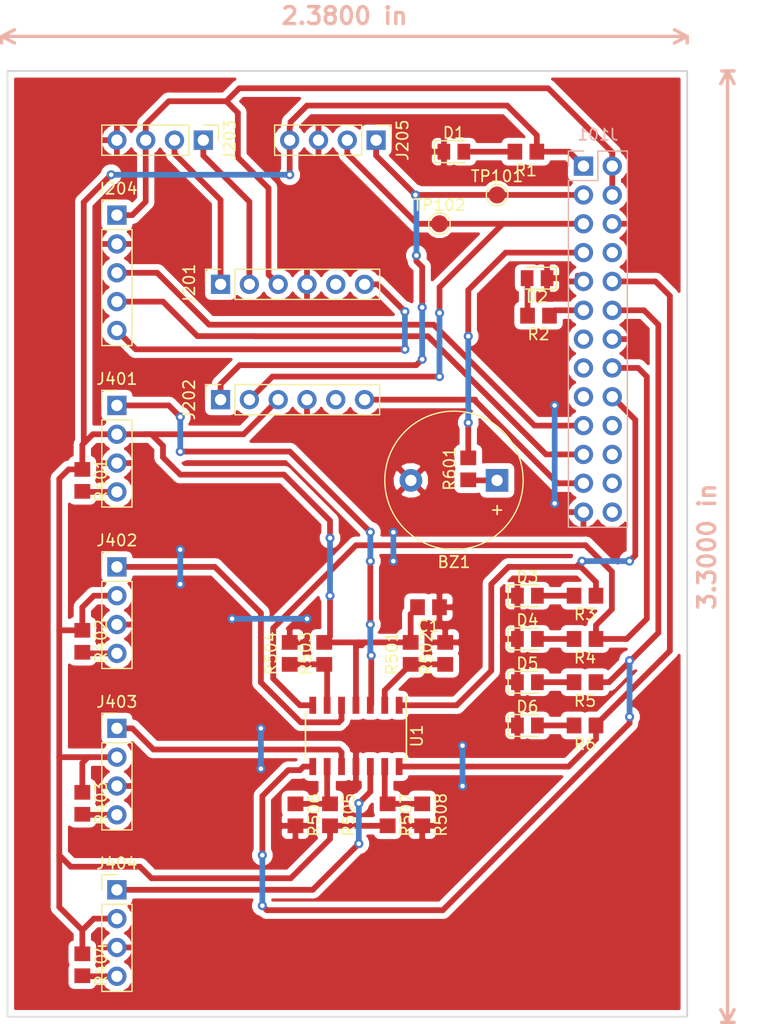
<source format=kicad_pcb>
(kicad_pcb (version 20171130) (host pcbnew "(5.0.0-rc2-dev-685-g8a70acb82)")

  (general
    (thickness 1.6)
    (drawings 6)
    (tracks 326)
    (zones 0)
    (modules 40)
    (nets 45)
  )

  (page A4)
  (layers
    (0 F.Cu signal)
    (31 B.Cu signal)
    (32 B.Adhes user)
    (33 F.Adhes user)
    (34 B.Paste user)
    (35 F.Paste user)
    (36 B.SilkS user)
    (37 F.SilkS user)
    (38 B.Mask user)
    (39 F.Mask user)
    (40 Dwgs.User user)
    (41 Cmts.User user)
    (42 Eco1.User user)
    (43 Eco2.User user)
    (44 Edge.Cuts user)
    (45 Margin user)
    (46 B.CrtYd user)
    (47 F.CrtYd user)
    (48 B.Fab user)
    (49 F.Fab user)
  )

  (setup
    (last_trace_width 0.508)
    (user_trace_width 0.508)
    (trace_clearance 0.5)
    (zone_clearance 0.508)
    (zone_45_only no)
    (trace_min 0.2)
    (segment_width 0.2)
    (edge_width 0.15)
    (via_size 0.8)
    (via_drill 0.4)
    (via_min_size 0.4)
    (via_min_drill 0.3)
    (uvia_size 0.3)
    (uvia_drill 0.1)
    (uvias_allowed no)
    (uvia_min_size 0.2)
    (uvia_min_drill 0.1)
    (pcb_text_width 0.3)
    (pcb_text_size 1.5 1.5)
    (mod_edge_width 0.15)
    (mod_text_size 1 1)
    (mod_text_width 0.15)
    (pad_size 1.524 1.524)
    (pad_drill 0.762)
    (pad_to_mask_clearance 0.2)
    (aux_axis_origin 0 0)
    (visible_elements 7FFFFFFF)
    (pcbplotparams
      (layerselection 0x010fc_ffffffff)
      (usegerberextensions false)
      (usegerberattributes false)
      (usegerberadvancedattributes false)
      (creategerberjobfile false)
      (excludeedgelayer true)
      (linewidth 0.100000)
      (plotframeref false)
      (viasonmask false)
      (mode 1)
      (useauxorigin false)
      (hpglpennumber 1)
      (hpglpenspeed 20)
      (hpglpendiameter 15)
      (psnegative false)
      (psa4output false)
      (plotreference true)
      (plotvalue true)
      (plotinvisibletext false)
      (padsonsilk false)
      (subtractmaskfromsilk false)
      (outputformat 1)
      (mirror false)
      (drillshape 1)
      (scaleselection 1)
      (outputdirectory ""))
  )

  (net 0 "")
  (net 1 GND)
  (net 2 +3V3)
  (net 3 "Net-(D1-Pad2)")
  (net 4 "Net-(D2-Pad2)")
  (net 5 "Net-(D3-Pad2)")
  (net 6 "Net-(D4-Pad2)")
  (net 7 "Net-(D5-Pad2)")
  (net 8 "Net-(D6-Pad2)")
  (net 9 +5V)
  (net 10 "Net-(J101-Pad8)")
  (net 11 "Net-(J101-Pad13)")
  (net 12 "Net-(J101-Pad15)")
  (net 13 "Net-(J101-Pad22)")
  (net 14 /LED_STATUS)
  (net 15 /IR_0)
  (net 16 /IR_1)
  (net 17 /IR_2)
  (net 18 /IR_3)
  (net 19 /BUZZER)
  (net 20 /TCS_S2)
  (net 21 /TCS_S3)
  (net 22 /TCS_OUT)
  (net 23 /ECHO)
  (net 24 /TRIGGER)
  (net 25 /SDA_3V3)
  (net 26 /SCL_3V3)
  (net 27 /SDA_5V)
  (net 28 /SCL_5V)
  (net 29 "Net-(J201-Pad5)")
  (net 30 "Net-(J201-Pad6)")
  (net 31 "Net-(J202-Pad5)")
  (net 32 "Net-(J401-Pad1)")
  (net 33 "Net-(J401-Pad4)")
  (net 34 "Net-(J402-Pad4)")
  (net 35 "Net-(J402-Pad1)")
  (net 36 "Net-(J403-Pad1)")
  (net 37 "Net-(J403-Pad4)")
  (net 38 "Net-(J404-Pad4)")
  (net 39 "Net-(J404-Pad1)")
  (net 40 "Net-(R501-Pad1)")
  (net 41 "Net-(R503-Pad1)")
  (net 42 "Net-(R505-Pad1)")
  (net 43 "Net-(R507-Pad1)")
  (net 44 "Net-(BZ1-Pad1)")

  (net_class Default "Esta é a classe de net default."
    (clearance 0.5)
    (trace_width 0.25)
    (via_dia 0.8)
    (via_drill 0.4)
    (uvia_dia 0.3)
    (uvia_drill 0.1)
    (add_net +3V3)
    (add_net +5V)
    (add_net /BUZZER)
    (add_net /ECHO)
    (add_net /IR_0)
    (add_net /IR_1)
    (add_net /IR_2)
    (add_net /IR_3)
    (add_net /LED_STATUS)
    (add_net /SCL_3V3)
    (add_net /SCL_5V)
    (add_net /SDA_3V3)
    (add_net /SDA_5V)
    (add_net /TCS_OUT)
    (add_net /TCS_S2)
    (add_net /TCS_S3)
    (add_net /TRIGGER)
    (add_net GND)
    (add_net "Net-(BZ1-Pad1)")
    (add_net "Net-(D1-Pad2)")
    (add_net "Net-(D2-Pad2)")
    (add_net "Net-(D3-Pad2)")
    (add_net "Net-(D4-Pad2)")
    (add_net "Net-(D5-Pad2)")
    (add_net "Net-(D6-Pad2)")
    (add_net "Net-(J101-Pad13)")
    (add_net "Net-(J101-Pad15)")
    (add_net "Net-(J101-Pad22)")
    (add_net "Net-(J101-Pad8)")
    (add_net "Net-(J201-Pad5)")
    (add_net "Net-(J201-Pad6)")
    (add_net "Net-(J202-Pad5)")
    (add_net "Net-(J401-Pad1)")
    (add_net "Net-(J401-Pad4)")
    (add_net "Net-(J402-Pad1)")
    (add_net "Net-(J402-Pad4)")
    (add_net "Net-(J403-Pad1)")
    (add_net "Net-(J403-Pad4)")
    (add_net "Net-(J404-Pad1)")
    (add_net "Net-(J404-Pad4)")
    (add_net "Net-(R501-Pad1)")
    (add_net "Net-(R503-Pad1)")
    (add_net "Net-(R505-Pad1)")
    (add_net "Net-(R507-Pad1)")
  )

  (module LED_SMD:LED_0805_2012Metric_Pad1.12x1.40mm_HandSolder (layer F.Cu) (tedit 5AC5DB75) (tstamp 5D1345D3)
    (at 90.17 25.4)
    (descr "LED SMD 0805 (2012 Metric), square (rectangular) end terminal, IPC_7351 nominal, (Body size source: http://www.tortai-tech.com/upload/download/2011102023233369053.pdf), generated with kicad-footprint-generator")
    (tags "LED handsolder")
    (path /5D0555D6)
    (attr smd)
    (fp_text reference D1 (at 0 -1.65) (layer F.SilkS)
      (effects (font (size 1 1) (thickness 0.15)))
    )
    (fp_text value ON! (at 0 1.65) (layer F.Fab)
      (effects (font (size 1 1) (thickness 0.15)))
    )
    (fp_text user %R (at 0 0) (layer F.Fab)
      (effects (font (size 0.5 0.5) (thickness 0.08)))
    )
    (fp_line (start 1.69 0.95) (end -1.69 0.95) (layer F.CrtYd) (width 0.05))
    (fp_line (start 1.69 -0.95) (end 1.69 0.95) (layer F.CrtYd) (width 0.05))
    (fp_line (start -1.69 -0.95) (end 1.69 -0.95) (layer F.CrtYd) (width 0.05))
    (fp_line (start -1.69 0.95) (end -1.69 -0.95) (layer F.CrtYd) (width 0.05))
    (fp_line (start -1.7 0.96) (end 1 0.96) (layer F.SilkS) (width 0.12))
    (fp_line (start -1.7 -0.96) (end -1.7 0.96) (layer F.SilkS) (width 0.12))
    (fp_line (start 1 -0.96) (end -1.7 -0.96) (layer F.SilkS) (width 0.12))
    (fp_line (start 1 0.6) (end 1 -0.6) (layer F.Fab) (width 0.1))
    (fp_line (start -1 0.6) (end 1 0.6) (layer F.Fab) (width 0.1))
    (fp_line (start -1 -0.3) (end -1 0.6) (layer F.Fab) (width 0.1))
    (fp_line (start -0.7 -0.6) (end -1 -0.3) (layer F.Fab) (width 0.1))
    (fp_line (start 1 -0.6) (end -0.7 -0.6) (layer F.Fab) (width 0.1))
    (pad 2 smd rect (at 0.88 0) (size 1.12 1.4) (layers F.Cu F.Paste F.Mask)
      (net 3 "Net-(D1-Pad2)"))
    (pad 1 smd rect (at -0.88 0) (size 1.12 1.4) (layers F.Cu F.Paste F.Mask)
      (net 1 GND))
    (model ${KISYS3DMOD}/LED_SMD.3dshapes/LED_0805_2012Metric.wrl
      (at (xyz 0 0 0))
      (scale (xyz 1 1 1))
      (rotate (xyz 0 0 0))
    )
  )

  (module LED_SMD:LED_0805_2012Metric_Pad1.12x1.40mm_HandSolder (layer F.Cu) (tedit 5AC5DB75) (tstamp 5D2F8EF3)
    (at 97.509154 36.541566 180)
    (descr "LED SMD 0805 (2012 Metric), square (rectangular) end terminal, IPC_7351 nominal, (Body size source: http://www.tortai-tech.com/upload/download/2011102023233369053.pdf), generated with kicad-footprint-generator")
    (tags "LED handsolder")
    (path /5D05565D)
    (attr smd)
    (fp_text reference D2 (at 0 -1.65 180) (layer F.SilkS)
      (effects (font (size 1 1) (thickness 0.15)))
    )
    (fp_text value STATUS (at 0 1.65 180) (layer F.Fab)
      (effects (font (size 1 1) (thickness 0.15)))
    )
    (fp_line (start 1 -0.6) (end -0.7 -0.6) (layer F.Fab) (width 0.1))
    (fp_line (start -0.7 -0.6) (end -1 -0.3) (layer F.Fab) (width 0.1))
    (fp_line (start -1 -0.3) (end -1 0.6) (layer F.Fab) (width 0.1))
    (fp_line (start -1 0.6) (end 1 0.6) (layer F.Fab) (width 0.1))
    (fp_line (start 1 0.6) (end 1 -0.6) (layer F.Fab) (width 0.1))
    (fp_line (start 1 -0.96) (end -1.7 -0.96) (layer F.SilkS) (width 0.12))
    (fp_line (start -1.7 -0.96) (end -1.7 0.96) (layer F.SilkS) (width 0.12))
    (fp_line (start -1.7 0.96) (end 1 0.96) (layer F.SilkS) (width 0.12))
    (fp_line (start -1.69 0.95) (end -1.69 -0.95) (layer F.CrtYd) (width 0.05))
    (fp_line (start -1.69 -0.95) (end 1.69 -0.95) (layer F.CrtYd) (width 0.05))
    (fp_line (start 1.69 -0.95) (end 1.69 0.95) (layer F.CrtYd) (width 0.05))
    (fp_line (start 1.69 0.95) (end -1.69 0.95) (layer F.CrtYd) (width 0.05))
    (fp_text user %R (at 0 0 180) (layer F.Fab)
      (effects (font (size 0.5 0.5) (thickness 0.08)))
    )
    (pad 1 smd rect (at -0.88 0 180) (size 1.12 1.4) (layers F.Cu F.Paste F.Mask)
      (net 1 GND))
    (pad 2 smd rect (at 0.88 0 180) (size 1.12 1.4) (layers F.Cu F.Paste F.Mask)
      (net 4 "Net-(D2-Pad2)"))
    (model ${KISYS3DMOD}/LED_SMD.3dshapes/LED_0805_2012Metric.wrl
      (at (xyz 0 0 0))
      (scale (xyz 1 1 1))
      (rotate (xyz 0 0 0))
    )
  )

  (module LED_SMD:LED_0805_2012Metric_Pad1.12x1.40mm_HandSolder (layer F.Cu) (tedit 5AC5DB75) (tstamp 5D134EB1)
    (at 96.656 64.516)
    (descr "LED SMD 0805 (2012 Metric), square (rectangular) end terminal, IPC_7351 nominal, (Body size source: http://www.tortai-tech.com/upload/download/2011102023233369053.pdf), generated with kicad-footprint-generator")
    (tags "LED handsolder")
    (path /5D05AD45)
    (attr smd)
    (fp_text reference D3 (at 0 -1.65) (layer F.SilkS)
      (effects (font (size 1 1) (thickness 0.15)))
    )
    (fp_text value IR_0 (at 0 1.65) (layer F.Fab)
      (effects (font (size 1 1) (thickness 0.15)))
    )
    (fp_text user %R (at 0 0) (layer F.Fab)
      (effects (font (size 0.5 0.5) (thickness 0.08)))
    )
    (fp_line (start 1.69 0.95) (end -1.69 0.95) (layer F.CrtYd) (width 0.05))
    (fp_line (start 1.69 -0.95) (end 1.69 0.95) (layer F.CrtYd) (width 0.05))
    (fp_line (start -1.69 -0.95) (end 1.69 -0.95) (layer F.CrtYd) (width 0.05))
    (fp_line (start -1.69 0.95) (end -1.69 -0.95) (layer F.CrtYd) (width 0.05))
    (fp_line (start -1.7 0.96) (end 1 0.96) (layer F.SilkS) (width 0.12))
    (fp_line (start -1.7 -0.96) (end -1.7 0.96) (layer F.SilkS) (width 0.12))
    (fp_line (start 1 -0.96) (end -1.7 -0.96) (layer F.SilkS) (width 0.12))
    (fp_line (start 1 0.6) (end 1 -0.6) (layer F.Fab) (width 0.1))
    (fp_line (start -1 0.6) (end 1 0.6) (layer F.Fab) (width 0.1))
    (fp_line (start -1 -0.3) (end -1 0.6) (layer F.Fab) (width 0.1))
    (fp_line (start -0.7 -0.6) (end -1 -0.3) (layer F.Fab) (width 0.1))
    (fp_line (start 1 -0.6) (end -0.7 -0.6) (layer F.Fab) (width 0.1))
    (pad 2 smd rect (at 0.88 0) (size 1.12 1.4) (layers F.Cu F.Paste F.Mask)
      (net 5 "Net-(D3-Pad2)"))
    (pad 1 smd rect (at -0.88 0) (size 1.12 1.4) (layers F.Cu F.Paste F.Mask)
      (net 1 GND))
    (model ${KISYS3DMOD}/LED_SMD.3dshapes/LED_0805_2012Metric.wrl
      (at (xyz 0 0 0))
      (scale (xyz 1 1 1))
      (rotate (xyz 0 0 0))
    )
  )

  (module LED_SMD:LED_0805_2012Metric_Pad1.12x1.40mm_HandSolder (layer F.Cu) (tedit 5AC5DB75) (tstamp 5D13502F)
    (at 96.656 68.326)
    (descr "LED SMD 0805 (2012 Metric), square (rectangular) end terminal, IPC_7351 nominal, (Body size source: http://www.tortai-tech.com/upload/download/2011102023233369053.pdf), generated with kicad-footprint-generator")
    (tags "LED handsolder")
    (path /5D05ADDB)
    (attr smd)
    (fp_text reference D4 (at 0 -1.65) (layer F.SilkS)
      (effects (font (size 1 1) (thickness 0.15)))
    )
    (fp_text value IR_1 (at 0 1.65) (layer F.Fab)
      (effects (font (size 1 1) (thickness 0.15)))
    )
    (fp_line (start 1 -0.6) (end -0.7 -0.6) (layer F.Fab) (width 0.1))
    (fp_line (start -0.7 -0.6) (end -1 -0.3) (layer F.Fab) (width 0.1))
    (fp_line (start -1 -0.3) (end -1 0.6) (layer F.Fab) (width 0.1))
    (fp_line (start -1 0.6) (end 1 0.6) (layer F.Fab) (width 0.1))
    (fp_line (start 1 0.6) (end 1 -0.6) (layer F.Fab) (width 0.1))
    (fp_line (start 1 -0.96) (end -1.7 -0.96) (layer F.SilkS) (width 0.12))
    (fp_line (start -1.7 -0.96) (end -1.7 0.96) (layer F.SilkS) (width 0.12))
    (fp_line (start -1.7 0.96) (end 1 0.96) (layer F.SilkS) (width 0.12))
    (fp_line (start -1.69 0.95) (end -1.69 -0.95) (layer F.CrtYd) (width 0.05))
    (fp_line (start -1.69 -0.95) (end 1.69 -0.95) (layer F.CrtYd) (width 0.05))
    (fp_line (start 1.69 -0.95) (end 1.69 0.95) (layer F.CrtYd) (width 0.05))
    (fp_line (start 1.69 0.95) (end -1.69 0.95) (layer F.CrtYd) (width 0.05))
    (fp_text user %R (at 0 0) (layer F.Fab)
      (effects (font (size 0.5 0.5) (thickness 0.08)))
    )
    (pad 1 smd rect (at -0.88 0) (size 1.12 1.4) (layers F.Cu F.Paste F.Mask)
      (net 1 GND))
    (pad 2 smd rect (at 0.88 0) (size 1.12 1.4) (layers F.Cu F.Paste F.Mask)
      (net 6 "Net-(D4-Pad2)"))
    (model ${KISYS3DMOD}/LED_SMD.3dshapes/LED_0805_2012Metric.wrl
      (at (xyz 0 0 0))
      (scale (xyz 1 1 1))
      (rotate (xyz 0 0 0))
    )
  )

  (module LED_SMD:LED_0805_2012Metric_Pad1.12x1.40mm_HandSolder (layer F.Cu) (tedit 5AC5DB75) (tstamp 5D13461F)
    (at 96.656 72.136)
    (descr "LED SMD 0805 (2012 Metric), square (rectangular) end terminal, IPC_7351 nominal, (Body size source: http://www.tortai-tech.com/upload/download/2011102023233369053.pdf), generated with kicad-footprint-generator")
    (tags "LED handsolder")
    (path /5D05AEAD)
    (attr smd)
    (fp_text reference D5 (at 0 -1.65) (layer F.SilkS)
      (effects (font (size 1 1) (thickness 0.15)))
    )
    (fp_text value IR_2 (at 0 1.65) (layer F.Fab)
      (effects (font (size 1 1) (thickness 0.15)))
    )
    (fp_text user %R (at 0 0) (layer F.Fab)
      (effects (font (size 0.5 0.5) (thickness 0.08)))
    )
    (fp_line (start 1.69 0.95) (end -1.69 0.95) (layer F.CrtYd) (width 0.05))
    (fp_line (start 1.69 -0.95) (end 1.69 0.95) (layer F.CrtYd) (width 0.05))
    (fp_line (start -1.69 -0.95) (end 1.69 -0.95) (layer F.CrtYd) (width 0.05))
    (fp_line (start -1.69 0.95) (end -1.69 -0.95) (layer F.CrtYd) (width 0.05))
    (fp_line (start -1.7 0.96) (end 1 0.96) (layer F.SilkS) (width 0.12))
    (fp_line (start -1.7 -0.96) (end -1.7 0.96) (layer F.SilkS) (width 0.12))
    (fp_line (start 1 -0.96) (end -1.7 -0.96) (layer F.SilkS) (width 0.12))
    (fp_line (start 1 0.6) (end 1 -0.6) (layer F.Fab) (width 0.1))
    (fp_line (start -1 0.6) (end 1 0.6) (layer F.Fab) (width 0.1))
    (fp_line (start -1 -0.3) (end -1 0.6) (layer F.Fab) (width 0.1))
    (fp_line (start -0.7 -0.6) (end -1 -0.3) (layer F.Fab) (width 0.1))
    (fp_line (start 1 -0.6) (end -0.7 -0.6) (layer F.Fab) (width 0.1))
    (pad 2 smd rect (at 0.88 0) (size 1.12 1.4) (layers F.Cu F.Paste F.Mask)
      (net 7 "Net-(D5-Pad2)"))
    (pad 1 smd rect (at -0.88 0) (size 1.12 1.4) (layers F.Cu F.Paste F.Mask)
      (net 1 GND))
    (model ${KISYS3DMOD}/LED_SMD.3dshapes/LED_0805_2012Metric.wrl
      (at (xyz 0 0 0))
      (scale (xyz 1 1 1))
      (rotate (xyz 0 0 0))
    )
  )

  (module LED_SMD:LED_0805_2012Metric_Pad1.12x1.40mm_HandSolder (layer F.Cu) (tedit 5AC5DB75) (tstamp 5D134632)
    (at 96.656 75.946)
    (descr "LED SMD 0805 (2012 Metric), square (rectangular) end terminal, IPC_7351 nominal, (Body size source: http://www.tortai-tech.com/upload/download/2011102023233369053.pdf), generated with kicad-footprint-generator")
    (tags "LED handsolder")
    (path /5D05AF45)
    (attr smd)
    (fp_text reference D6 (at 0 -1.65) (layer F.SilkS)
      (effects (font (size 1 1) (thickness 0.15)))
    )
    (fp_text value IR_4 (at 0 1.65) (layer F.Fab)
      (effects (font (size 1 1) (thickness 0.15)))
    )
    (fp_line (start 1 -0.6) (end -0.7 -0.6) (layer F.Fab) (width 0.1))
    (fp_line (start -0.7 -0.6) (end -1 -0.3) (layer F.Fab) (width 0.1))
    (fp_line (start -1 -0.3) (end -1 0.6) (layer F.Fab) (width 0.1))
    (fp_line (start -1 0.6) (end 1 0.6) (layer F.Fab) (width 0.1))
    (fp_line (start 1 0.6) (end 1 -0.6) (layer F.Fab) (width 0.1))
    (fp_line (start 1 -0.96) (end -1.7 -0.96) (layer F.SilkS) (width 0.12))
    (fp_line (start -1.7 -0.96) (end -1.7 0.96) (layer F.SilkS) (width 0.12))
    (fp_line (start -1.7 0.96) (end 1 0.96) (layer F.SilkS) (width 0.12))
    (fp_line (start -1.69 0.95) (end -1.69 -0.95) (layer F.CrtYd) (width 0.05))
    (fp_line (start -1.69 -0.95) (end 1.69 -0.95) (layer F.CrtYd) (width 0.05))
    (fp_line (start 1.69 -0.95) (end 1.69 0.95) (layer F.CrtYd) (width 0.05))
    (fp_line (start 1.69 0.95) (end -1.69 0.95) (layer F.CrtYd) (width 0.05))
    (fp_text user %R (at 0 0) (layer F.Fab)
      (effects (font (size 0.5 0.5) (thickness 0.08)))
    )
    (pad 1 smd rect (at -0.88 0) (size 1.12 1.4) (layers F.Cu F.Paste F.Mask)
      (net 1 GND))
    (pad 2 smd rect (at 0.88 0) (size 1.12 1.4) (layers F.Cu F.Paste F.Mask)
      (net 8 "Net-(D6-Pad2)"))
    (model ${KISYS3DMOD}/LED_SMD.3dshapes/LED_0805_2012Metric.wrl
      (at (xyz 0 0 0))
      (scale (xyz 1 1 1))
      (rotate (xyz 0 0 0))
    )
  )

  (module Connector_PinSocket_2.54mm:PinSocket_2x13_P2.54mm_Vertical (layer B.Cu) (tedit 5D166F3F) (tstamp 5D134662)
    (at 101.6 26.67 180)
    (descr "Through hole straight socket strip, 2x13, 2.54mm pitch, double cols (from Kicad 4.0.7), script generated")
    (tags "Through hole socket strip THT 2x13 2.54mm double row")
    (path /5D05441E)
    (fp_text reference J101 (at -1.27 2.77 180) (layer B.SilkS)
      (effects (font (size 1 1) (thickness 0.15)) (justify mirror))
    )
    (fp_text value raspberry (at -1.27 -33.25 180) (layer B.Fab)
      (effects (font (size 1 1) (thickness 0.15)) (justify mirror))
    )
    (fp_line (start -3.81 1.27) (end 0.27 1.27) (layer B.Fab) (width 0.1))
    (fp_line (start 0.27 1.27) (end 1.27 0.27) (layer B.Fab) (width 0.1))
    (fp_line (start 1.27 0.27) (end 1.27 -31.75) (layer B.Fab) (width 0.1))
    (fp_line (start 1.27 -31.75) (end -3.81 -31.75) (layer B.Fab) (width 0.1))
    (fp_line (start -3.81 -31.75) (end -3.81 1.27) (layer B.Fab) (width 0.1))
    (fp_line (start -3.87 1.33) (end -1.27 1.33) (layer B.SilkS) (width 0.12))
    (fp_line (start -3.87 1.33) (end -3.87 -31.81) (layer B.SilkS) (width 0.12))
    (fp_line (start -3.87 -31.81) (end 1.33 -31.81) (layer B.SilkS) (width 0.12))
    (fp_line (start 1.33 -1.27) (end 1.33 -31.81) (layer B.SilkS) (width 0.12))
    (fp_line (start -1.27 -1.27) (end 1.33 -1.27) (layer B.SilkS) (width 0.12))
    (fp_line (start -1.27 1.33) (end -1.27 -1.27) (layer B.SilkS) (width 0.12))
    (fp_line (start 1.33 1.33) (end 1.33 0) (layer B.SilkS) (width 0.12))
    (fp_line (start 0 1.33) (end 1.33 1.33) (layer B.SilkS) (width 0.12))
    (fp_line (start -4.34 1.8) (end 1.76 1.8) (layer B.CrtYd) (width 0.05))
    (fp_line (start 1.76 1.8) (end 1.76 -32.25) (layer B.CrtYd) (width 0.05))
    (fp_line (start 1.76 -32.25) (end -4.34 -32.25) (layer B.CrtYd) (width 0.05))
    (fp_line (start -4.34 -32.25) (end -4.34 1.8) (layer B.CrtYd) (width 0.05))
    (fp_text user %R (at -1.27 -15.24 90) (layer B.Fab)
      (effects (font (size 1 1) (thickness 0.15)) (justify mirror))
    )
    (pad 1 thru_hole rect (at 0 0 180) (size 1.7 1.7) (drill 1) (layers *.Cu *.Mask)
      (net 2 +3V3))
    (pad 2 thru_hole oval (at -2.54 0 180) (size 1.7 1.7) (drill 1) (layers *.Cu *.Mask)
      (net 9 +5V))
    (pad 3 thru_hole oval (at 0 -2.54 180) (size 1.7 1.7) (drill 1) (layers *.Cu *.Mask)
      (net 25 /SDA_3V3))
    (pad 4 thru_hole oval (at -2.54 -2.54 180) (size 1.7 1.7) (drill 1) (layers *.Cu *.Mask)
      (net 9 +5V))
    (pad 5 thru_hole oval (at 0 -5.08 180) (size 1.7 1.7) (drill 1) (layers *.Cu *.Mask)
      (net 26 /SCL_3V3))
    (pad 6 thru_hole oval (at -2.54 -5.08 180) (size 1.7 1.7) (drill 1) (layers *.Cu *.Mask)
      (net 1 GND))
    (pad 7 thru_hole oval (at 0 -7.62 180) (size 1.7 1.7) (drill 1) (layers *.Cu *.Mask)
      (net 19 /BUZZER))
    (pad 8 thru_hole oval (at -2.54 -7.62 180) (size 1.7 1.7) (drill 1) (layers *.Cu *.Mask)
      (net 10 "Net-(J101-Pad8)"))
    (pad 9 thru_hole oval (at 0 -10.16 180) (size 1.7 1.7) (drill 1) (layers *.Cu *.Mask)
      (net 1 GND))
    (pad 10 thru_hole oval (at -2.54 -10.16 180) (size 1.7 1.7) (drill 1) (layers *.Cu *.Mask)
      (net 18 /IR_3))
    (pad 11 thru_hole oval (at 0 -12.7 180) (size 1.7 1.7) (drill 1) (layers *.Cu *.Mask)
      (net 14 /LED_STATUS))
    (pad 12 thru_hole oval (at -2.54 -12.7 180) (size 1.7 1.7) (drill 1) (layers *.Cu *.Mask)
      (net 17 /IR_2))
    (pad 13 thru_hole oval (at 0 -15.24 180) (size 1.7 1.7) (drill 1) (layers *.Cu *.Mask)
      (net 11 "Net-(J101-Pad13)"))
    (pad 14 thru_hole oval (at -2.54 -15.24 180) (size 1.7 1.7) (drill 1) (layers *.Cu *.Mask)
      (net 1 GND))
    (pad 15 thru_hole oval (at 0 -17.78 180) (size 1.7 1.7) (drill 1) (layers *.Cu *.Mask)
      (net 12 "Net-(J101-Pad15)"))
    (pad 16 thru_hole oval (at -2.54 -17.78 180) (size 1.7 1.7) (drill 1) (layers *.Cu *.Mask)
      (net 16 /IR_1))
    (pad 17 thru_hole oval (at 0 -20.32 180) (size 1.7 1.7) (drill 1) (layers *.Cu *.Mask)
      (net 2 +3V3))
    (pad 18 thru_hole oval (at -2.54 -20.32 180) (size 1.7 1.7) (drill 1) (layers *.Cu *.Mask)
      (net 15 /IR_0))
    (pad 19 thru_hole oval (at 0 -22.86 180) (size 1.7 1.7) (drill 1) (layers *.Cu *.Mask)
      (net 21 /TCS_S3))
    (pad 20 thru_hole oval (at -2.54 -22.86 180) (size 1.7 1.7) (drill 1) (layers *.Cu *.Mask)
      (net 1 GND))
    (pad 21 thru_hole oval (at 0 -25.4 180) (size 1.7 1.7) (drill 1) (layers *.Cu *.Mask)
      (net 20 /TCS_S2))
    (pad 22 thru_hole oval (at -2.54 -25.4 180) (size 1.7 1.7) (drill 1) (layers *.Cu *.Mask)
      (net 13 "Net-(J101-Pad22)"))
    (pad 23 thru_hole oval (at 0 -27.94 180) (size 1.7 1.7) (drill 1) (layers *.Cu *.Mask)
      (net 22 /TCS_OUT))
    (pad 24 thru_hole oval (at -2.54 -27.94 180) (size 1.7 1.7) (drill 1) (layers *.Cu *.Mask)
      (net 23 /ECHO))
    (pad 25 thru_hole oval (at 0 -30.48 180) (size 1.7 1.7) (drill 1) (layers *.Cu *.Mask)
      (net 1 GND))
    (pad 26 thru_hole oval (at -2.54 -30.48 180) (size 1.7 1.7) (drill 1) (layers *.Cu *.Mask)
      (net 24 /TRIGGER))
    (model ${KISYS3DMOD}/Connector_PinSocket_2.54mm.3dshapes/PinSocket_2x13_P2.54mm_Vertical.wrl
      (at (xyz 0 0 0))
      (scale (xyz 1 1 1))
      (rotate (xyz 0 0 0))
    )
  )

  (module Resistor_SMD:R_0805_2012Metric_Pad1.29x1.40mm_HandSolder (layer F.Cu) (tedit 5AC5DB74) (tstamp 5D134671)
    (at 96.52 25.4 180)
    (descr "Resistor SMD 0805 (2012 Metric), square (rectangular) end terminal, IPC_7351 nominal with elongated pad for handsoldering. (Body size source: http://www.tortai-tech.com/upload/download/2011102023233369053.pdf), generated with kicad-footprint-generator")
    (tags "resistor handsolder")
    (path /5D0557DA)
    (attr smd)
    (fp_text reference R1 (at 0 -1.65 180) (layer F.SilkS)
      (effects (font (size 1 1) (thickness 0.15)))
    )
    (fp_text value R_US (at 0 1.65 180) (layer F.Fab)
      (effects (font (size 1 1) (thickness 0.15)))
    )
    (fp_line (start -1 0.6) (end -1 -0.6) (layer F.Fab) (width 0.1))
    (fp_line (start -1 -0.6) (end 1 -0.6) (layer F.Fab) (width 0.1))
    (fp_line (start 1 -0.6) (end 1 0.6) (layer F.Fab) (width 0.1))
    (fp_line (start 1 0.6) (end -1 0.6) (layer F.Fab) (width 0.1))
    (fp_line (start -1.86 0.95) (end -1.86 -0.95) (layer F.CrtYd) (width 0.05))
    (fp_line (start -1.86 -0.95) (end 1.86 -0.95) (layer F.CrtYd) (width 0.05))
    (fp_line (start 1.86 -0.95) (end 1.86 0.95) (layer F.CrtYd) (width 0.05))
    (fp_line (start 1.86 0.95) (end -1.86 0.95) (layer F.CrtYd) (width 0.05))
    (fp_text user %R (at 0 0 180) (layer F.Fab)
      (effects (font (size 0.5 0.5) (thickness 0.08)))
    )
    (pad 1 smd rect (at -0.9675 0 180) (size 1.295 1.4) (layers F.Cu F.Paste F.Mask)
      (net 2 +3V3))
    (pad 2 smd rect (at 0.9675 0 180) (size 1.295 1.4) (layers F.Cu F.Paste F.Mask)
      (net 3 "Net-(D1-Pad2)"))
    (model ${KISYS3DMOD}/Resistor_SMD.3dshapes/R_0805_2012Metric.wrl
      (at (xyz 0 0 0))
      (scale (xyz 1 1 1))
      (rotate (xyz 0 0 0))
    )
  )

  (module Resistor_SMD:R_0805_2012Metric_Pad1.29x1.40mm_HandSolder (layer F.Cu) (tedit 5AC5DB74) (tstamp 5D165D85)
    (at 97.636154 39.843566 180)
    (descr "Resistor SMD 0805 (2012 Metric), square (rectangular) end terminal, IPC_7351 nominal with elongated pad for handsoldering. (Body size source: http://www.tortai-tech.com/upload/download/2011102023233369053.pdf), generated with kicad-footprint-generator")
    (tags "resistor handsolder")
    (path /5D05582A)
    (attr smd)
    (fp_text reference R2 (at 0 -1.65 180) (layer F.SilkS)
      (effects (font (size 1 1) (thickness 0.15)))
    )
    (fp_text value R_US (at 0 1.65 180) (layer F.Fab)
      (effects (font (size 1 1) (thickness 0.15)))
    )
    (fp_text user %R (at 0 0 180) (layer F.Fab)
      (effects (font (size 0.5 0.5) (thickness 0.08)))
    )
    (fp_line (start 1.86 0.95) (end -1.86 0.95) (layer F.CrtYd) (width 0.05))
    (fp_line (start 1.86 -0.95) (end 1.86 0.95) (layer F.CrtYd) (width 0.05))
    (fp_line (start -1.86 -0.95) (end 1.86 -0.95) (layer F.CrtYd) (width 0.05))
    (fp_line (start -1.86 0.95) (end -1.86 -0.95) (layer F.CrtYd) (width 0.05))
    (fp_line (start 1 0.6) (end -1 0.6) (layer F.Fab) (width 0.1))
    (fp_line (start 1 -0.6) (end 1 0.6) (layer F.Fab) (width 0.1))
    (fp_line (start -1 -0.6) (end 1 -0.6) (layer F.Fab) (width 0.1))
    (fp_line (start -1 0.6) (end -1 -0.6) (layer F.Fab) (width 0.1))
    (pad 2 smd rect (at 0.9675 0 180) (size 1.295 1.4) (layers F.Cu F.Paste F.Mask)
      (net 4 "Net-(D2-Pad2)"))
    (pad 1 smd rect (at -0.9675 0 180) (size 1.295 1.4) (layers F.Cu F.Paste F.Mask)
      (net 14 /LED_STATUS))
    (model ${KISYS3DMOD}/Resistor_SMD.3dshapes/R_0805_2012Metric.wrl
      (at (xyz 0 0 0))
      (scale (xyz 1 1 1))
      (rotate (xyz 0 0 0))
    )
  )

  (module Resistor_SMD:R_0805_2012Metric_Pad1.29x1.40mm_HandSolder (layer F.Cu) (tedit 5AC5DB74) (tstamp 5D13468F)
    (at 101.736 64.516 180)
    (descr "Resistor SMD 0805 (2012 Metric), square (rectangular) end terminal, IPC_7351 nominal with elongated pad for handsoldering. (Body size source: http://www.tortai-tech.com/upload/download/2011102023233369053.pdf), generated with kicad-footprint-generator")
    (tags "resistor handsolder")
    (path /5D0594D1)
    (attr smd)
    (fp_text reference R3 (at 0 -1.65 180) (layer F.SilkS)
      (effects (font (size 1 1) (thickness 0.15)))
    )
    (fp_text value R_Small (at 0 1.65 180) (layer F.Fab)
      (effects (font (size 1 1) (thickness 0.15)))
    )
    (fp_line (start -1 0.6) (end -1 -0.6) (layer F.Fab) (width 0.1))
    (fp_line (start -1 -0.6) (end 1 -0.6) (layer F.Fab) (width 0.1))
    (fp_line (start 1 -0.6) (end 1 0.6) (layer F.Fab) (width 0.1))
    (fp_line (start 1 0.6) (end -1 0.6) (layer F.Fab) (width 0.1))
    (fp_line (start -1.86 0.95) (end -1.86 -0.95) (layer F.CrtYd) (width 0.05))
    (fp_line (start -1.86 -0.95) (end 1.86 -0.95) (layer F.CrtYd) (width 0.05))
    (fp_line (start 1.86 -0.95) (end 1.86 0.95) (layer F.CrtYd) (width 0.05))
    (fp_line (start 1.86 0.95) (end -1.86 0.95) (layer F.CrtYd) (width 0.05))
    (fp_text user %R (at 0 0 180) (layer F.Fab)
      (effects (font (size 0.5 0.5) (thickness 0.08)))
    )
    (pad 1 smd rect (at -0.9675 0 180) (size 1.295 1.4) (layers F.Cu F.Paste F.Mask)
      (net 15 /IR_0))
    (pad 2 smd rect (at 0.9675 0 180) (size 1.295 1.4) (layers F.Cu F.Paste F.Mask)
      (net 5 "Net-(D3-Pad2)"))
    (model ${KISYS3DMOD}/Resistor_SMD.3dshapes/R_0805_2012Metric.wrl
      (at (xyz 0 0 0))
      (scale (xyz 1 1 1))
      (rotate (xyz 0 0 0))
    )
  )

  (module Resistor_SMD:R_0805_2012Metric_Pad1.29x1.40mm_HandSolder (layer F.Cu) (tedit 5AC5DB74) (tstamp 5D165E5E)
    (at 101.736 68.326 180)
    (descr "Resistor SMD 0805 (2012 Metric), square (rectangular) end terminal, IPC_7351 nominal with elongated pad for handsoldering. (Body size source: http://www.tortai-tech.com/upload/download/2011102023233369053.pdf), generated with kicad-footprint-generator")
    (tags "resistor handsolder")
    (path /5D0599D3)
    (attr smd)
    (fp_text reference R4 (at 0 -1.65 180) (layer F.SilkS)
      (effects (font (size 1 1) (thickness 0.15)))
    )
    (fp_text value R_Small (at 0 1.65 180) (layer F.Fab)
      (effects (font (size 1 1) (thickness 0.15)))
    )
    (fp_text user %R (at 0 0 180) (layer F.Fab)
      (effects (font (size 0.5 0.5) (thickness 0.08)))
    )
    (fp_line (start 1.86 0.95) (end -1.86 0.95) (layer F.CrtYd) (width 0.05))
    (fp_line (start 1.86 -0.95) (end 1.86 0.95) (layer F.CrtYd) (width 0.05))
    (fp_line (start -1.86 -0.95) (end 1.86 -0.95) (layer F.CrtYd) (width 0.05))
    (fp_line (start -1.86 0.95) (end -1.86 -0.95) (layer F.CrtYd) (width 0.05))
    (fp_line (start 1 0.6) (end -1 0.6) (layer F.Fab) (width 0.1))
    (fp_line (start 1 -0.6) (end 1 0.6) (layer F.Fab) (width 0.1))
    (fp_line (start -1 -0.6) (end 1 -0.6) (layer F.Fab) (width 0.1))
    (fp_line (start -1 0.6) (end -1 -0.6) (layer F.Fab) (width 0.1))
    (pad 2 smd rect (at 0.9675 0 180) (size 1.295 1.4) (layers F.Cu F.Paste F.Mask)
      (net 6 "Net-(D4-Pad2)"))
    (pad 1 smd rect (at -0.9675 0 180) (size 1.295 1.4) (layers F.Cu F.Paste F.Mask)
      (net 16 /IR_1))
    (model ${KISYS3DMOD}/Resistor_SMD.3dshapes/R_0805_2012Metric.wrl
      (at (xyz 0 0 0))
      (scale (xyz 1 1 1))
      (rotate (xyz 0 0 0))
    )
  )

  (module Resistor_SMD:R_0805_2012Metric_Pad1.29x1.40mm_HandSolder (layer F.Cu) (tedit 5AC5DB74) (tstamp 5D1346AD)
    (at 101.736 72.136 180)
    (descr "Resistor SMD 0805 (2012 Metric), square (rectangular) end terminal, IPC_7351 nominal with elongated pad for handsoldering. (Body size source: http://www.tortai-tech.com/upload/download/2011102023233369053.pdf), generated with kicad-footprint-generator")
    (tags "resistor handsolder")
    (path /5D059A21)
    (attr smd)
    (fp_text reference R5 (at 0 -1.65 180) (layer F.SilkS)
      (effects (font (size 1 1) (thickness 0.15)))
    )
    (fp_text value R_Small (at 0 1.65 180) (layer F.Fab)
      (effects (font (size 1 1) (thickness 0.15)))
    )
    (fp_line (start -1 0.6) (end -1 -0.6) (layer F.Fab) (width 0.1))
    (fp_line (start -1 -0.6) (end 1 -0.6) (layer F.Fab) (width 0.1))
    (fp_line (start 1 -0.6) (end 1 0.6) (layer F.Fab) (width 0.1))
    (fp_line (start 1 0.6) (end -1 0.6) (layer F.Fab) (width 0.1))
    (fp_line (start -1.86 0.95) (end -1.86 -0.95) (layer F.CrtYd) (width 0.05))
    (fp_line (start -1.86 -0.95) (end 1.86 -0.95) (layer F.CrtYd) (width 0.05))
    (fp_line (start 1.86 -0.95) (end 1.86 0.95) (layer F.CrtYd) (width 0.05))
    (fp_line (start 1.86 0.95) (end -1.86 0.95) (layer F.CrtYd) (width 0.05))
    (fp_text user %R (at 0 0 180) (layer F.Fab)
      (effects (font (size 0.5 0.5) (thickness 0.08)))
    )
    (pad 1 smd rect (at -0.9675 0 180) (size 1.295 1.4) (layers F.Cu F.Paste F.Mask)
      (net 17 /IR_2))
    (pad 2 smd rect (at 0.9675 0 180) (size 1.295 1.4) (layers F.Cu F.Paste F.Mask)
      (net 7 "Net-(D5-Pad2)"))
    (model ${KISYS3DMOD}/Resistor_SMD.3dshapes/R_0805_2012Metric.wrl
      (at (xyz 0 0 0))
      (scale (xyz 1 1 1))
      (rotate (xyz 0 0 0))
    )
  )

  (module Resistor_SMD:R_0805_2012Metric_Pad1.29x1.40mm_HandSolder (layer F.Cu) (tedit 5AC5DB74) (tstamp 5D135210)
    (at 101.736 75.946 180)
    (descr "Resistor SMD 0805 (2012 Metric), square (rectangular) end terminal, IPC_7351 nominal with elongated pad for handsoldering. (Body size source: http://www.tortai-tech.com/upload/download/2011102023233369053.pdf), generated with kicad-footprint-generator")
    (tags "resistor handsolder")
    (path /5D059A8A)
    (attr smd)
    (fp_text reference R6 (at 0 -1.65 180) (layer F.SilkS)
      (effects (font (size 1 1) (thickness 0.15)))
    )
    (fp_text value R_Small (at 0 1.65 180) (layer F.Fab)
      (effects (font (size 1 1) (thickness 0.15)))
    )
    (fp_text user %R (at 0 0 180) (layer F.Fab)
      (effects (font (size 0.5 0.5) (thickness 0.08)))
    )
    (fp_line (start 1.86 0.95) (end -1.86 0.95) (layer F.CrtYd) (width 0.05))
    (fp_line (start 1.86 -0.95) (end 1.86 0.95) (layer F.CrtYd) (width 0.05))
    (fp_line (start -1.86 -0.95) (end 1.86 -0.95) (layer F.CrtYd) (width 0.05))
    (fp_line (start -1.86 0.95) (end -1.86 -0.95) (layer F.CrtYd) (width 0.05))
    (fp_line (start 1 0.6) (end -1 0.6) (layer F.Fab) (width 0.1))
    (fp_line (start 1 -0.6) (end 1 0.6) (layer F.Fab) (width 0.1))
    (fp_line (start -1 -0.6) (end 1 -0.6) (layer F.Fab) (width 0.1))
    (fp_line (start -1 0.6) (end -1 -0.6) (layer F.Fab) (width 0.1))
    (pad 2 smd rect (at 0.9675 0 180) (size 1.295 1.4) (layers F.Cu F.Paste F.Mask)
      (net 8 "Net-(D6-Pad2)"))
    (pad 1 smd rect (at -0.9675 0 180) (size 1.295 1.4) (layers F.Cu F.Paste F.Mask)
      (net 18 /IR_3))
    (model ${KISYS3DMOD}/Resistor_SMD.3dshapes/R_0805_2012Metric.wrl
      (at (xyz 0 0 0))
      (scale (xyz 1 1 1))
      (rotate (xyz 0 0 0))
    )
  )

  (module TestPoint:TestPoint_Pad_D1.5mm (layer F.Cu) (tedit 5A0F774F) (tstamp 5D1346C4)
    (at 93.98 29.21)
    (descr "SMD pad as test Point, diameter 1.5mm")
    (tags "test point SMD pad")
    (path /5D0552A3)
    (attr virtual)
    (fp_text reference TP101 (at 0 -1.648) (layer F.SilkS)
      (effects (font (size 1 1) (thickness 0.15)))
    )
    (fp_text value Test_Point (at 0 1.75) (layer F.Fab)
      (effects (font (size 1 1) (thickness 0.15)))
    )
    (fp_text user %R (at 0 -1.65) (layer F.Fab)
      (effects (font (size 1 1) (thickness 0.15)))
    )
    (fp_circle (center 0 0) (end 1.25 0) (layer F.CrtYd) (width 0.05))
    (fp_circle (center 0 0) (end 0 0.95) (layer F.SilkS) (width 0.12))
    (pad 1 smd circle (at 0 0) (size 1.5 1.5) (layers F.Cu F.Mask)
      (net 25 /SDA_3V3))
  )

  (module TestPoint:TestPoint_Pad_D1.5mm (layer F.Cu) (tedit 5A0F774F) (tstamp 5D1346CC)
    (at 88.9 31.75)
    (descr "SMD pad as test Point, diameter 1.5mm")
    (tags "test point SMD pad")
    (path /5D055318)
    (attr virtual)
    (fp_text reference TP102 (at 0 -1.648) (layer F.SilkS)
      (effects (font (size 1 1) (thickness 0.15)))
    )
    (fp_text value Test_Point (at 0 1.75) (layer F.Fab)
      (effects (font (size 1 1) (thickness 0.15)))
    )
    (fp_circle (center 0 0) (end 0 0.95) (layer F.SilkS) (width 0.12))
    (fp_circle (center 0 0) (end 1.25 0) (layer F.CrtYd) (width 0.05))
    (fp_text user %R (at 0 -1.65) (layer F.Fab)
      (effects (font (size 1 1) (thickness 0.15)))
    )
    (pad 1 smd circle (at 0 0) (size 1.5 1.5) (layers F.Cu F.Mask)
      (net 26 /SCL_3V3))
  )

  (module Package_SO:SOIC-14_3.9x8.7mm_P1.27mm (layer F.Cu) (tedit 5A02F2D3) (tstamp 5D1346EF)
    (at 81.534 76.868 270)
    (descr "14-Lead Plastic Small Outline (SL) - Narrow, 3.90 mm Body [SOIC] (see Microchip Packaging Specification 00000049BS.pdf)")
    (tags "SOIC 1.27")
    (path /5D0565BB)
    (attr smd)
    (fp_text reference U1 (at 0 -5.375 270) (layer F.SilkS)
      (effects (font (size 1 1) (thickness 0.15)))
    )
    (fp_text value LM324A (at 0 5.375 270) (layer F.Fab)
      (effects (font (size 1 1) (thickness 0.15)))
    )
    (fp_text user %R (at 0 0 270) (layer F.Fab)
      (effects (font (size 0.9 0.9) (thickness 0.135)))
    )
    (fp_line (start -0.95 -4.35) (end 1.95 -4.35) (layer F.Fab) (width 0.15))
    (fp_line (start 1.95 -4.35) (end 1.95 4.35) (layer F.Fab) (width 0.15))
    (fp_line (start 1.95 4.35) (end -1.95 4.35) (layer F.Fab) (width 0.15))
    (fp_line (start -1.95 4.35) (end -1.95 -3.35) (layer F.Fab) (width 0.15))
    (fp_line (start -1.95 -3.35) (end -0.95 -4.35) (layer F.Fab) (width 0.15))
    (fp_line (start -3.7 -4.65) (end -3.7 4.65) (layer F.CrtYd) (width 0.05))
    (fp_line (start 3.7 -4.65) (end 3.7 4.65) (layer F.CrtYd) (width 0.05))
    (fp_line (start -3.7 -4.65) (end 3.7 -4.65) (layer F.CrtYd) (width 0.05))
    (fp_line (start -3.7 4.65) (end 3.7 4.65) (layer F.CrtYd) (width 0.05))
    (fp_line (start -2.075 -4.45) (end -2.075 -4.425) (layer F.SilkS) (width 0.15))
    (fp_line (start 2.075 -4.45) (end 2.075 -4.335) (layer F.SilkS) (width 0.15))
    (fp_line (start 2.075 4.45) (end 2.075 4.335) (layer F.SilkS) (width 0.15))
    (fp_line (start -2.075 4.45) (end -2.075 4.335) (layer F.SilkS) (width 0.15))
    (fp_line (start -2.075 -4.45) (end 2.075 -4.45) (layer F.SilkS) (width 0.15))
    (fp_line (start -2.075 4.45) (end 2.075 4.45) (layer F.SilkS) (width 0.15))
    (fp_line (start -2.075 -4.425) (end -3.45 -4.425) (layer F.SilkS) (width 0.15))
    (pad 1 smd rect (at -2.7 -3.81 270) (size 1.5 0.6) (layers F.Cu F.Paste F.Mask)
      (net 15 /IR_0))
    (pad 2 smd rect (at -2.7 -2.54 270) (size 1.5 0.6) (layers F.Cu F.Paste F.Mask)
      (net 40 "Net-(R501-Pad1)"))
    (pad 3 smd rect (at -2.7 -1.27 270) (size 1.5 0.6) (layers F.Cu F.Paste F.Mask)
      (net 32 "Net-(J401-Pad1)"))
    (pad 4 smd rect (at -2.7 0 270) (size 1.5 0.6) (layers F.Cu F.Paste F.Mask)
      (net 2 +3V3))
    (pad 5 smd rect (at -2.7 1.27 270) (size 1.5 0.6) (layers F.Cu F.Paste F.Mask)
      (net 35 "Net-(J402-Pad1)"))
    (pad 6 smd rect (at -2.7 2.54 270) (size 1.5 0.6) (layers F.Cu F.Paste F.Mask)
      (net 41 "Net-(R503-Pad1)"))
    (pad 7 smd rect (at -2.7 3.81 270) (size 1.5 0.6) (layers F.Cu F.Paste F.Mask)
      (net 16 /IR_1))
    (pad 8 smd rect (at 2.7 3.81 270) (size 1.5 0.6) (layers F.Cu F.Paste F.Mask)
      (net 17 /IR_2))
    (pad 9 smd rect (at 2.7 2.54 270) (size 1.5 0.6) (layers F.Cu F.Paste F.Mask)
      (net 42 "Net-(R505-Pad1)"))
    (pad 10 smd rect (at 2.7 1.27 270) (size 1.5 0.6) (layers F.Cu F.Paste F.Mask)
      (net 36 "Net-(J403-Pad1)"))
    (pad 11 smd rect (at 2.7 0 270) (size 1.5 0.6) (layers F.Cu F.Paste F.Mask)
      (net 1 GND))
    (pad 12 smd rect (at 2.7 -1.27 270) (size 1.5 0.6) (layers F.Cu F.Paste F.Mask)
      (net 39 "Net-(J404-Pad1)"))
    (pad 13 smd rect (at 2.7 -2.54 270) (size 1.5 0.6) (layers F.Cu F.Paste F.Mask)
      (net 43 "Net-(R507-Pad1)"))
    (pad 14 smd rect (at 2.7 -3.81 270) (size 1.5 0.6) (layers F.Cu F.Paste F.Mask)
      (net 18 /IR_3))
    (model ${KISYS3DMOD}/Package_SO.3dshapes/SOIC-14_3.9x8.7mm_P1.27mm.wrl
      (at (xyz 0 0 0))
      (scale (xyz 1 1 1))
      (rotate (xyz 0 0 0))
    )
  )

  (module Connector_PinHeader_2.54mm:PinHeader_1x04_P2.54mm_Vertical (layer F.Cu) (tedit 59FED5CC) (tstamp 5D2311AF)
    (at 83.312 24.384 270)
    (descr "Through hole straight pin header, 1x04, 2.54mm pitch, single row")
    (tags "Through hole pin header THT 1x04 2.54mm single row")
    (path /5D17DA04)
    (fp_text reference J205 (at 0 -2.33 270) (layer F.SilkS)
      (effects (font (size 1 1) (thickness 0.15)))
    )
    (fp_text value MLX (at 0 9.95 270) (layer F.Fab)
      (effects (font (size 1 1) (thickness 0.15)))
    )
    (fp_text user %R (at 0 3.81) (layer F.Fab)
      (effects (font (size 1 1) (thickness 0.15)))
    )
    (fp_line (start 1.8 -1.8) (end -1.8 -1.8) (layer F.CrtYd) (width 0.05))
    (fp_line (start 1.8 9.4) (end 1.8 -1.8) (layer F.CrtYd) (width 0.05))
    (fp_line (start -1.8 9.4) (end 1.8 9.4) (layer F.CrtYd) (width 0.05))
    (fp_line (start -1.8 -1.8) (end -1.8 9.4) (layer F.CrtYd) (width 0.05))
    (fp_line (start -1.33 -1.33) (end 0 -1.33) (layer F.SilkS) (width 0.12))
    (fp_line (start -1.33 0) (end -1.33 -1.33) (layer F.SilkS) (width 0.12))
    (fp_line (start -1.33 1.27) (end 1.33 1.27) (layer F.SilkS) (width 0.12))
    (fp_line (start 1.33 1.27) (end 1.33 8.95) (layer F.SilkS) (width 0.12))
    (fp_line (start -1.33 1.27) (end -1.33 8.95) (layer F.SilkS) (width 0.12))
    (fp_line (start -1.33 8.95) (end 1.33 8.95) (layer F.SilkS) (width 0.12))
    (fp_line (start -1.27 -0.635) (end -0.635 -1.27) (layer F.Fab) (width 0.1))
    (fp_line (start -1.27 8.89) (end -1.27 -0.635) (layer F.Fab) (width 0.1))
    (fp_line (start 1.27 8.89) (end -1.27 8.89) (layer F.Fab) (width 0.1))
    (fp_line (start 1.27 -1.27) (end 1.27 8.89) (layer F.Fab) (width 0.1))
    (fp_line (start -0.635 -1.27) (end 1.27 -1.27) (layer F.Fab) (width 0.1))
    (pad 4 thru_hole oval (at 0 7.62 270) (size 1.7 1.7) (drill 1) (layers *.Cu *.Mask)
      (net 2 +3V3))
    (pad 3 thru_hole oval (at 0 5.08 270) (size 1.7 1.7) (drill 1) (layers *.Cu *.Mask)
      (net 1 GND))
    (pad 2 thru_hole oval (at 0 2.54 270) (size 1.7 1.7) (drill 1) (layers *.Cu *.Mask)
      (net 26 /SCL_3V3))
    (pad 1 thru_hole rect (at 0 0 270) (size 1.7 1.7) (drill 1) (layers *.Cu *.Mask)
      (net 25 /SDA_3V3))
    (model ${KISYS3DMOD}/Connector_PinHeader_2.54mm.3dshapes/PinHeader_1x04_P2.54mm_Vertical.wrl
      (at (xyz 0 0 0))
      (scale (xyz 1 1 1))
      (rotate (xyz 0 0 0))
    )
  )

  (module Connector_PinSocket_2.54mm:PinSocket_1x06_P2.54mm_Vertical (layer F.Cu) (tedit 5A19A430) (tstamp 5D2F8AE7)
    (at 69.596 37.084 90)
    (descr "Through hole straight socket strip, 1x06, 2.54mm pitch, single row (from Kicad 4.0.7), script generated")
    (tags "Through hole socket strip THT 1x06 2.54mm single row")
    (path /5D16CAFA)
    (fp_text reference J201 (at 0 -2.77 90) (layer F.SilkS)
      (effects (font (size 1 1) (thickness 0.15)))
    )
    (fp_text value LVL_HI (at 0 15.47 90) (layer F.Fab)
      (effects (font (size 1 1) (thickness 0.15)))
    )
    (fp_text user %R (at 0 6.35 180) (layer F.Fab)
      (effects (font (size 1 1) (thickness 0.15)))
    )
    (fp_line (start -1.8 14.45) (end -1.8 -1.8) (layer F.CrtYd) (width 0.05))
    (fp_line (start 1.75 14.45) (end -1.8 14.45) (layer F.CrtYd) (width 0.05))
    (fp_line (start 1.75 -1.8) (end 1.75 14.45) (layer F.CrtYd) (width 0.05))
    (fp_line (start -1.8 -1.8) (end 1.75 -1.8) (layer F.CrtYd) (width 0.05))
    (fp_line (start 0 -1.33) (end 1.33 -1.33) (layer F.SilkS) (width 0.12))
    (fp_line (start 1.33 -1.33) (end 1.33 0) (layer F.SilkS) (width 0.12))
    (fp_line (start 1.33 1.27) (end 1.33 14.03) (layer F.SilkS) (width 0.12))
    (fp_line (start -1.33 14.03) (end 1.33 14.03) (layer F.SilkS) (width 0.12))
    (fp_line (start -1.33 1.27) (end -1.33 14.03) (layer F.SilkS) (width 0.12))
    (fp_line (start -1.33 1.27) (end 1.33 1.27) (layer F.SilkS) (width 0.12))
    (fp_line (start -1.27 13.97) (end -1.27 -1.27) (layer F.Fab) (width 0.1))
    (fp_line (start 1.27 13.97) (end -1.27 13.97) (layer F.Fab) (width 0.1))
    (fp_line (start 1.27 -0.635) (end 1.27 13.97) (layer F.Fab) (width 0.1))
    (fp_line (start 0.635 -1.27) (end 1.27 -0.635) (layer F.Fab) (width 0.1))
    (fp_line (start -1.27 -1.27) (end 0.635 -1.27) (layer F.Fab) (width 0.1))
    (pad 6 thru_hole oval (at 0 12.7 90) (size 1.7 1.7) (drill 1) (layers *.Cu *.Mask)
      (net 30 "Net-(J201-Pad6)"))
    (pad 5 thru_hole oval (at 0 10.16 90) (size 1.7 1.7) (drill 1) (layers *.Cu *.Mask)
      (net 29 "Net-(J201-Pad5)"))
    (pad 4 thru_hole oval (at 0 7.62 90) (size 1.7 1.7) (drill 1) (layers *.Cu *.Mask)
      (net 1 GND))
    (pad 3 thru_hole oval (at 0 5.08 90) (size 1.7 1.7) (drill 1) (layers *.Cu *.Mask)
      (net 9 +5V))
    (pad 2 thru_hole oval (at 0 2.54 90) (size 1.7 1.7) (drill 1) (layers *.Cu *.Mask)
      (net 28 /SCL_5V))
    (pad 1 thru_hole rect (at 0 0 90) (size 1.7 1.7) (drill 1) (layers *.Cu *.Mask)
      (net 27 /SDA_5V))
    (model ${KISYS3DMOD}/Connector_PinSocket_2.54mm.3dshapes/PinSocket_1x06_P2.54mm_Vertical.wrl
      (at (xyz 0 0 0))
      (scale (xyz 1 1 1))
      (rotate (xyz 0 0 0))
    )
  )

  (module Connector_PinSocket_2.54mm:PinSocket_1x06_P2.54mm_Vertical (layer F.Cu) (tedit 5A19A430) (tstamp 5D2F8A9C)
    (at 69.596 47.244 90)
    (descr "Through hole straight socket strip, 1x06, 2.54mm pitch, single row (from Kicad 4.0.7), script generated")
    (tags "Through hole socket strip THT 1x06 2.54mm single row")
    (path /5D16CA3E)
    (fp_text reference J202 (at 0 -2.77 90) (layer F.SilkS)
      (effects (font (size 1 1) (thickness 0.15)))
    )
    (fp_text value LVL_LO (at 0 15.47 90) (layer F.Fab)
      (effects (font (size 1 1) (thickness 0.15)))
    )
    (fp_line (start -1.27 -1.27) (end 0.635 -1.27) (layer F.Fab) (width 0.1))
    (fp_line (start 0.635 -1.27) (end 1.27 -0.635) (layer F.Fab) (width 0.1))
    (fp_line (start 1.27 -0.635) (end 1.27 13.97) (layer F.Fab) (width 0.1))
    (fp_line (start 1.27 13.97) (end -1.27 13.97) (layer F.Fab) (width 0.1))
    (fp_line (start -1.27 13.97) (end -1.27 -1.27) (layer F.Fab) (width 0.1))
    (fp_line (start -1.33 1.27) (end 1.33 1.27) (layer F.SilkS) (width 0.12))
    (fp_line (start -1.33 1.27) (end -1.33 14.03) (layer F.SilkS) (width 0.12))
    (fp_line (start -1.33 14.03) (end 1.33 14.03) (layer F.SilkS) (width 0.12))
    (fp_line (start 1.33 1.27) (end 1.33 14.03) (layer F.SilkS) (width 0.12))
    (fp_line (start 1.33 -1.33) (end 1.33 0) (layer F.SilkS) (width 0.12))
    (fp_line (start 0 -1.33) (end 1.33 -1.33) (layer F.SilkS) (width 0.12))
    (fp_line (start -1.8 -1.8) (end 1.75 -1.8) (layer F.CrtYd) (width 0.05))
    (fp_line (start 1.75 -1.8) (end 1.75 14.45) (layer F.CrtYd) (width 0.05))
    (fp_line (start 1.75 14.45) (end -1.8 14.45) (layer F.CrtYd) (width 0.05))
    (fp_line (start -1.8 14.45) (end -1.8 -1.8) (layer F.CrtYd) (width 0.05))
    (fp_text user %R (at 0 6.35 180) (layer F.Fab)
      (effects (font (size 1 1) (thickness 0.15)))
    )
    (pad 1 thru_hole rect (at 0 0 90) (size 1.7 1.7) (drill 1) (layers *.Cu *.Mask)
      (net 25 /SDA_3V3))
    (pad 2 thru_hole oval (at 0 2.54 90) (size 1.7 1.7) (drill 1) (layers *.Cu *.Mask)
      (net 26 /SCL_3V3))
    (pad 3 thru_hole oval (at 0 5.08 90) (size 1.7 1.7) (drill 1) (layers *.Cu *.Mask)
      (net 2 +3V3))
    (pad 4 thru_hole oval (at 0 7.62 90) (size 1.7 1.7) (drill 1) (layers *.Cu *.Mask)
      (net 1 GND))
    (pad 5 thru_hole oval (at 0 10.16 90) (size 1.7 1.7) (drill 1) (layers *.Cu *.Mask)
      (net 31 "Net-(J202-Pad5)"))
    (pad 6 thru_hole oval (at 0 12.7 90) (size 1.7 1.7) (drill 1) (layers *.Cu *.Mask)
      (net 22 /TCS_OUT))
    (model ${KISYS3DMOD}/Connector_PinSocket_2.54mm.3dshapes/PinSocket_1x06_P2.54mm_Vertical.wrl
      (at (xyz 0 0 0))
      (scale (xyz 1 1 1))
      (rotate (xyz 0 0 0))
    )
  )

  (module Connector_PinHeader_2.54mm:PinHeader_1x04_P2.54mm_Vertical (layer F.Cu) (tedit 59FED5CC) (tstamp 5D2F73FB)
    (at 68.072 24.384 270)
    (descr "Through hole straight pin header, 1x04, 2.54mm pitch, single row")
    (tags "Through hole pin header THT 1x04 2.54mm single row")
    (path /5D171F01)
    (fp_text reference J203 (at 0 -2.33 270) (layer F.SilkS)
      (effects (font (size 1 1) (thickness 0.15)))
    )
    (fp_text value DISPLAY (at 0 9.95 270) (layer F.Fab)
      (effects (font (size 1 1) (thickness 0.15)))
    )
    (fp_line (start -0.635 -1.27) (end 1.27 -1.27) (layer F.Fab) (width 0.1))
    (fp_line (start 1.27 -1.27) (end 1.27 8.89) (layer F.Fab) (width 0.1))
    (fp_line (start 1.27 8.89) (end -1.27 8.89) (layer F.Fab) (width 0.1))
    (fp_line (start -1.27 8.89) (end -1.27 -0.635) (layer F.Fab) (width 0.1))
    (fp_line (start -1.27 -0.635) (end -0.635 -1.27) (layer F.Fab) (width 0.1))
    (fp_line (start -1.33 8.95) (end 1.33 8.95) (layer F.SilkS) (width 0.12))
    (fp_line (start -1.33 1.27) (end -1.33 8.95) (layer F.SilkS) (width 0.12))
    (fp_line (start 1.33 1.27) (end 1.33 8.95) (layer F.SilkS) (width 0.12))
    (fp_line (start -1.33 1.27) (end 1.33 1.27) (layer F.SilkS) (width 0.12))
    (fp_line (start -1.33 0) (end -1.33 -1.33) (layer F.SilkS) (width 0.12))
    (fp_line (start -1.33 -1.33) (end 0 -1.33) (layer F.SilkS) (width 0.12))
    (fp_line (start -1.8 -1.8) (end -1.8 9.4) (layer F.CrtYd) (width 0.05))
    (fp_line (start -1.8 9.4) (end 1.8 9.4) (layer F.CrtYd) (width 0.05))
    (fp_line (start 1.8 9.4) (end 1.8 -1.8) (layer F.CrtYd) (width 0.05))
    (fp_line (start 1.8 -1.8) (end -1.8 -1.8) (layer F.CrtYd) (width 0.05))
    (fp_text user %R (at 0 3.81) (layer F.Fab)
      (effects (font (size 1 1) (thickness 0.15)))
    )
    (pad 1 thru_hole rect (at 0 0 270) (size 1.7 1.7) (drill 1) (layers *.Cu *.Mask)
      (net 28 /SCL_5V))
    (pad 2 thru_hole oval (at 0 2.54 270) (size 1.7 1.7) (drill 1) (layers *.Cu *.Mask)
      (net 27 /SDA_5V))
    (pad 3 thru_hole oval (at 0 5.08 270) (size 1.7 1.7) (drill 1) (layers *.Cu *.Mask)
      (net 9 +5V))
    (pad 4 thru_hole oval (at 0 7.62 270) (size 1.7 1.7) (drill 1) (layers *.Cu *.Mask)
      (net 1 GND))
    (model ${KISYS3DMOD}/Connector_PinHeader_2.54mm.3dshapes/PinHeader_1x04_P2.54mm_Vertical.wrl
      (at (xyz 0 0 0))
      (scale (xyz 1 1 1))
      (rotate (xyz 0 0 0))
    )
  )

  (module Connector_PinHeader_2.54mm:PinHeader_1x05_P2.54mm_Vertical (layer F.Cu) (tedit 59FED5CC) (tstamp 5D2F7414)
    (at 60.452 30.988)
    (descr "Through hole straight pin header, 1x05, 2.54mm pitch, single row")
    (tags "Through hole pin header THT 1x05 2.54mm single row")
    (path /5D1770CB)
    (fp_text reference J204 (at 0 -2.33) (layer F.SilkS)
      (effects (font (size 1 1) (thickness 0.15)))
    )
    (fp_text value TCS (at 0 12.49) (layer F.Fab)
      (effects (font (size 1 1) (thickness 0.15)))
    )
    (fp_line (start -0.635 -1.27) (end 1.27 -1.27) (layer F.Fab) (width 0.1))
    (fp_line (start 1.27 -1.27) (end 1.27 11.43) (layer F.Fab) (width 0.1))
    (fp_line (start 1.27 11.43) (end -1.27 11.43) (layer F.Fab) (width 0.1))
    (fp_line (start -1.27 11.43) (end -1.27 -0.635) (layer F.Fab) (width 0.1))
    (fp_line (start -1.27 -0.635) (end -0.635 -1.27) (layer F.Fab) (width 0.1))
    (fp_line (start -1.33 11.49) (end 1.33 11.49) (layer F.SilkS) (width 0.12))
    (fp_line (start -1.33 1.27) (end -1.33 11.49) (layer F.SilkS) (width 0.12))
    (fp_line (start 1.33 1.27) (end 1.33 11.49) (layer F.SilkS) (width 0.12))
    (fp_line (start -1.33 1.27) (end 1.33 1.27) (layer F.SilkS) (width 0.12))
    (fp_line (start -1.33 0) (end -1.33 -1.33) (layer F.SilkS) (width 0.12))
    (fp_line (start -1.33 -1.33) (end 0 -1.33) (layer F.SilkS) (width 0.12))
    (fp_line (start -1.8 -1.8) (end -1.8 11.95) (layer F.CrtYd) (width 0.05))
    (fp_line (start -1.8 11.95) (end 1.8 11.95) (layer F.CrtYd) (width 0.05))
    (fp_line (start 1.8 11.95) (end 1.8 -1.8) (layer F.CrtYd) (width 0.05))
    (fp_line (start 1.8 -1.8) (end -1.8 -1.8) (layer F.CrtYd) (width 0.05))
    (fp_text user %R (at 0 5.08 90) (layer F.Fab)
      (effects (font (size 1 1) (thickness 0.15)))
    )
    (pad 1 thru_hole rect (at 0 0) (size 1.7 1.7) (drill 1) (layers *.Cu *.Mask)
      (net 9 +5V))
    (pad 2 thru_hole oval (at 0 2.54) (size 1.7 1.7) (drill 1) (layers *.Cu *.Mask)
      (net 1 GND))
    (pad 3 thru_hole oval (at 0 5.08) (size 1.7 1.7) (drill 1) (layers *.Cu *.Mask)
      (net 21 /TCS_S3))
    (pad 4 thru_hole oval (at 0 7.62) (size 1.7 1.7) (drill 1) (layers *.Cu *.Mask)
      (net 20 /TCS_S2))
    (pad 5 thru_hole oval (at 0 10.16) (size 1.7 1.7) (drill 1) (layers *.Cu *.Mask)
      (net 30 "Net-(J201-Pad6)"))
    (model ${KISYS3DMOD}/Connector_PinHeader_2.54mm.3dshapes/PinHeader_1x05_P2.54mm_Vertical.wrl
      (at (xyz 0 0 0))
      (scale (xyz 1 1 1))
      (rotate (xyz 0 0 0))
    )
  )

  (module Connector_PinHeader_2.54mm:PinHeader_1x04_P2.54mm_Vertical (layer F.Cu) (tedit 59FED5CC) (tstamp 5D2F742C)
    (at 60.452 47.752)
    (descr "Through hole straight pin header, 1x04, 2.54mm pitch, single row")
    (tags "Through hole pin header THT 1x04 2.54mm single row")
    (path /5D18B915)
    (fp_text reference J401 (at 0 -2.33) (layer F.SilkS)
      (effects (font (size 1 1) (thickness 0.15)))
    )
    (fp_text value Conn_01x04 (at 0 9.95) (layer F.Fab)
      (effects (font (size 1 1) (thickness 0.15)))
    )
    (fp_line (start -0.635 -1.27) (end 1.27 -1.27) (layer F.Fab) (width 0.1))
    (fp_line (start 1.27 -1.27) (end 1.27 8.89) (layer F.Fab) (width 0.1))
    (fp_line (start 1.27 8.89) (end -1.27 8.89) (layer F.Fab) (width 0.1))
    (fp_line (start -1.27 8.89) (end -1.27 -0.635) (layer F.Fab) (width 0.1))
    (fp_line (start -1.27 -0.635) (end -0.635 -1.27) (layer F.Fab) (width 0.1))
    (fp_line (start -1.33 8.95) (end 1.33 8.95) (layer F.SilkS) (width 0.12))
    (fp_line (start -1.33 1.27) (end -1.33 8.95) (layer F.SilkS) (width 0.12))
    (fp_line (start 1.33 1.27) (end 1.33 8.95) (layer F.SilkS) (width 0.12))
    (fp_line (start -1.33 1.27) (end 1.33 1.27) (layer F.SilkS) (width 0.12))
    (fp_line (start -1.33 0) (end -1.33 -1.33) (layer F.SilkS) (width 0.12))
    (fp_line (start -1.33 -1.33) (end 0 -1.33) (layer F.SilkS) (width 0.12))
    (fp_line (start -1.8 -1.8) (end -1.8 9.4) (layer F.CrtYd) (width 0.05))
    (fp_line (start -1.8 9.4) (end 1.8 9.4) (layer F.CrtYd) (width 0.05))
    (fp_line (start 1.8 9.4) (end 1.8 -1.8) (layer F.CrtYd) (width 0.05))
    (fp_line (start 1.8 -1.8) (end -1.8 -1.8) (layer F.CrtYd) (width 0.05))
    (fp_text user %R (at 0 3.81 90) (layer F.Fab)
      (effects (font (size 1 1) (thickness 0.15)))
    )
    (pad 1 thru_hole rect (at 0 0) (size 1.7 1.7) (drill 1) (layers *.Cu *.Mask)
      (net 32 "Net-(J401-Pad1)"))
    (pad 2 thru_hole oval (at 0 2.54) (size 1.7 1.7) (drill 1) (layers *.Cu *.Mask)
      (net 2 +3V3))
    (pad 3 thru_hole oval (at 0 5.08) (size 1.7 1.7) (drill 1) (layers *.Cu *.Mask)
      (net 1 GND))
    (pad 4 thru_hole oval (at 0 7.62) (size 1.7 1.7) (drill 1) (layers *.Cu *.Mask)
      (net 33 "Net-(J401-Pad4)"))
    (model ${KISYS3DMOD}/Connector_PinHeader_2.54mm.3dshapes/PinHeader_1x04_P2.54mm_Vertical.wrl
      (at (xyz 0 0 0))
      (scale (xyz 1 1 1))
      (rotate (xyz 0 0 0))
    )
  )

  (module Connector_PinHeader_2.54mm:PinHeader_1x04_P2.54mm_Vertical (layer F.Cu) (tedit 59FED5CC) (tstamp 5D2F7444)
    (at 60.452 61.976)
    (descr "Through hole straight pin header, 1x04, 2.54mm pitch, single row")
    (tags "Through hole pin header THT 1x04 2.54mm single row")
    (path /5D18BA3F)
    (fp_text reference J402 (at 0 -2.33) (layer F.SilkS)
      (effects (font (size 1 1) (thickness 0.15)))
    )
    (fp_text value Conn_01x04 (at 0 9.95) (layer F.Fab)
      (effects (font (size 1 1) (thickness 0.15)))
    )
    (fp_text user %R (at 0 3.81 90) (layer F.Fab)
      (effects (font (size 1 1) (thickness 0.15)))
    )
    (fp_line (start 1.8 -1.8) (end -1.8 -1.8) (layer F.CrtYd) (width 0.05))
    (fp_line (start 1.8 9.4) (end 1.8 -1.8) (layer F.CrtYd) (width 0.05))
    (fp_line (start -1.8 9.4) (end 1.8 9.4) (layer F.CrtYd) (width 0.05))
    (fp_line (start -1.8 -1.8) (end -1.8 9.4) (layer F.CrtYd) (width 0.05))
    (fp_line (start -1.33 -1.33) (end 0 -1.33) (layer F.SilkS) (width 0.12))
    (fp_line (start -1.33 0) (end -1.33 -1.33) (layer F.SilkS) (width 0.12))
    (fp_line (start -1.33 1.27) (end 1.33 1.27) (layer F.SilkS) (width 0.12))
    (fp_line (start 1.33 1.27) (end 1.33 8.95) (layer F.SilkS) (width 0.12))
    (fp_line (start -1.33 1.27) (end -1.33 8.95) (layer F.SilkS) (width 0.12))
    (fp_line (start -1.33 8.95) (end 1.33 8.95) (layer F.SilkS) (width 0.12))
    (fp_line (start -1.27 -0.635) (end -0.635 -1.27) (layer F.Fab) (width 0.1))
    (fp_line (start -1.27 8.89) (end -1.27 -0.635) (layer F.Fab) (width 0.1))
    (fp_line (start 1.27 8.89) (end -1.27 8.89) (layer F.Fab) (width 0.1))
    (fp_line (start 1.27 -1.27) (end 1.27 8.89) (layer F.Fab) (width 0.1))
    (fp_line (start -0.635 -1.27) (end 1.27 -1.27) (layer F.Fab) (width 0.1))
    (pad 4 thru_hole oval (at 0 7.62) (size 1.7 1.7) (drill 1) (layers *.Cu *.Mask)
      (net 34 "Net-(J402-Pad4)"))
    (pad 3 thru_hole oval (at 0 5.08) (size 1.7 1.7) (drill 1) (layers *.Cu *.Mask)
      (net 1 GND))
    (pad 2 thru_hole oval (at 0 2.54) (size 1.7 1.7) (drill 1) (layers *.Cu *.Mask)
      (net 2 +3V3))
    (pad 1 thru_hole rect (at 0 0) (size 1.7 1.7) (drill 1) (layers *.Cu *.Mask)
      (net 35 "Net-(J402-Pad1)"))
    (model ${KISYS3DMOD}/Connector_PinHeader_2.54mm.3dshapes/PinHeader_1x04_P2.54mm_Vertical.wrl
      (at (xyz 0 0 0))
      (scale (xyz 1 1 1))
      (rotate (xyz 0 0 0))
    )
  )

  (module Connector_PinHeader_2.54mm:PinHeader_1x04_P2.54mm_Vertical (layer F.Cu) (tedit 59FED5CC) (tstamp 5D2F745C)
    (at 60.452 76.2)
    (descr "Through hole straight pin header, 1x04, 2.54mm pitch, single row")
    (tags "Through hole pin header THT 1x04 2.54mm single row")
    (path /5D18BAE5)
    (fp_text reference J403 (at 0 -2.33) (layer F.SilkS)
      (effects (font (size 1 1) (thickness 0.15)))
    )
    (fp_text value Conn_01x04 (at 0 9.95) (layer F.Fab)
      (effects (font (size 1 1) (thickness 0.15)))
    )
    (fp_line (start -0.635 -1.27) (end 1.27 -1.27) (layer F.Fab) (width 0.1))
    (fp_line (start 1.27 -1.27) (end 1.27 8.89) (layer F.Fab) (width 0.1))
    (fp_line (start 1.27 8.89) (end -1.27 8.89) (layer F.Fab) (width 0.1))
    (fp_line (start -1.27 8.89) (end -1.27 -0.635) (layer F.Fab) (width 0.1))
    (fp_line (start -1.27 -0.635) (end -0.635 -1.27) (layer F.Fab) (width 0.1))
    (fp_line (start -1.33 8.95) (end 1.33 8.95) (layer F.SilkS) (width 0.12))
    (fp_line (start -1.33 1.27) (end -1.33 8.95) (layer F.SilkS) (width 0.12))
    (fp_line (start 1.33 1.27) (end 1.33 8.95) (layer F.SilkS) (width 0.12))
    (fp_line (start -1.33 1.27) (end 1.33 1.27) (layer F.SilkS) (width 0.12))
    (fp_line (start -1.33 0) (end -1.33 -1.33) (layer F.SilkS) (width 0.12))
    (fp_line (start -1.33 -1.33) (end 0 -1.33) (layer F.SilkS) (width 0.12))
    (fp_line (start -1.8 -1.8) (end -1.8 9.4) (layer F.CrtYd) (width 0.05))
    (fp_line (start -1.8 9.4) (end 1.8 9.4) (layer F.CrtYd) (width 0.05))
    (fp_line (start 1.8 9.4) (end 1.8 -1.8) (layer F.CrtYd) (width 0.05))
    (fp_line (start 1.8 -1.8) (end -1.8 -1.8) (layer F.CrtYd) (width 0.05))
    (fp_text user %R (at 0 3.81 90) (layer F.Fab)
      (effects (font (size 1 1) (thickness 0.15)))
    )
    (pad 1 thru_hole rect (at 0 0) (size 1.7 1.7) (drill 1) (layers *.Cu *.Mask)
      (net 36 "Net-(J403-Pad1)"))
    (pad 2 thru_hole oval (at 0 2.54) (size 1.7 1.7) (drill 1) (layers *.Cu *.Mask)
      (net 2 +3V3))
    (pad 3 thru_hole oval (at 0 5.08) (size 1.7 1.7) (drill 1) (layers *.Cu *.Mask)
      (net 1 GND))
    (pad 4 thru_hole oval (at 0 7.62) (size 1.7 1.7) (drill 1) (layers *.Cu *.Mask)
      (net 37 "Net-(J403-Pad4)"))
    (model ${KISYS3DMOD}/Connector_PinHeader_2.54mm.3dshapes/PinHeader_1x04_P2.54mm_Vertical.wrl
      (at (xyz 0 0 0))
      (scale (xyz 1 1 1))
      (rotate (xyz 0 0 0))
    )
  )

  (module Connector_PinHeader_2.54mm:PinHeader_1x04_P2.54mm_Vertical (layer F.Cu) (tedit 59FED5CC) (tstamp 5D2F7474)
    (at 60.452 90.424)
    (descr "Through hole straight pin header, 1x04, 2.54mm pitch, single row")
    (tags "Through hole pin header THT 1x04 2.54mm single row")
    (path /5D18BBCF)
    (fp_text reference J404 (at 0 -2.33) (layer F.SilkS)
      (effects (font (size 1 1) (thickness 0.15)))
    )
    (fp_text value Conn_01x04 (at 0 9.95) (layer F.Fab)
      (effects (font (size 1 1) (thickness 0.15)))
    )
    (fp_text user %R (at 0 3.81 90) (layer F.Fab)
      (effects (font (size 1 1) (thickness 0.15)))
    )
    (fp_line (start 1.8 -1.8) (end -1.8 -1.8) (layer F.CrtYd) (width 0.05))
    (fp_line (start 1.8 9.4) (end 1.8 -1.8) (layer F.CrtYd) (width 0.05))
    (fp_line (start -1.8 9.4) (end 1.8 9.4) (layer F.CrtYd) (width 0.05))
    (fp_line (start -1.8 -1.8) (end -1.8 9.4) (layer F.CrtYd) (width 0.05))
    (fp_line (start -1.33 -1.33) (end 0 -1.33) (layer F.SilkS) (width 0.12))
    (fp_line (start -1.33 0) (end -1.33 -1.33) (layer F.SilkS) (width 0.12))
    (fp_line (start -1.33 1.27) (end 1.33 1.27) (layer F.SilkS) (width 0.12))
    (fp_line (start 1.33 1.27) (end 1.33 8.95) (layer F.SilkS) (width 0.12))
    (fp_line (start -1.33 1.27) (end -1.33 8.95) (layer F.SilkS) (width 0.12))
    (fp_line (start -1.33 8.95) (end 1.33 8.95) (layer F.SilkS) (width 0.12))
    (fp_line (start -1.27 -0.635) (end -0.635 -1.27) (layer F.Fab) (width 0.1))
    (fp_line (start -1.27 8.89) (end -1.27 -0.635) (layer F.Fab) (width 0.1))
    (fp_line (start 1.27 8.89) (end -1.27 8.89) (layer F.Fab) (width 0.1))
    (fp_line (start 1.27 -1.27) (end 1.27 8.89) (layer F.Fab) (width 0.1))
    (fp_line (start -0.635 -1.27) (end 1.27 -1.27) (layer F.Fab) (width 0.1))
    (pad 4 thru_hole oval (at 0 7.62) (size 1.7 1.7) (drill 1) (layers *.Cu *.Mask)
      (net 38 "Net-(J404-Pad4)"))
    (pad 3 thru_hole oval (at 0 5.08) (size 1.7 1.7) (drill 1) (layers *.Cu *.Mask)
      (net 1 GND))
    (pad 2 thru_hole oval (at 0 2.54) (size 1.7 1.7) (drill 1) (layers *.Cu *.Mask)
      (net 2 +3V3))
    (pad 1 thru_hole rect (at 0 0) (size 1.7 1.7) (drill 1) (layers *.Cu *.Mask)
      (net 39 "Net-(J404-Pad1)"))
    (model ${KISYS3DMOD}/Connector_PinHeader_2.54mm.3dshapes/PinHeader_1x04_P2.54mm_Vertical.wrl
      (at (xyz 0 0 0))
      (scale (xyz 1 1 1))
      (rotate (xyz 0 0 0))
    )
  )

  (module Resistor_SMD:R_0805_2012Metric_Pad1.29x1.40mm_HandSolder (layer F.Cu) (tedit 5AC5DB74) (tstamp 5D2F8F8B)
    (at 57.404 54.356 270)
    (descr "Resistor SMD 0805 (2012 Metric), square (rectangular) end terminal, IPC_7351 nominal with elongated pad for handsoldering. (Body size source: http://www.tortai-tech.com/upload/download/2011102023233369053.pdf), generated with kicad-footprint-generator")
    (tags "resistor handsolder")
    (path /5D18BF0D)
    (attr smd)
    (fp_text reference R401 (at 0 -1.65 270) (layer F.SilkS)
      (effects (font (size 1 1) (thickness 0.15)))
    )
    (fp_text value R_Small (at 0 1.65 270) (layer F.Fab)
      (effects (font (size 1 1) (thickness 0.15)))
    )
    (fp_line (start -1 0.6) (end -1 -0.6) (layer F.Fab) (width 0.1))
    (fp_line (start -1 -0.6) (end 1 -0.6) (layer F.Fab) (width 0.1))
    (fp_line (start 1 -0.6) (end 1 0.6) (layer F.Fab) (width 0.1))
    (fp_line (start 1 0.6) (end -1 0.6) (layer F.Fab) (width 0.1))
    (fp_line (start -1.86 0.95) (end -1.86 -0.95) (layer F.CrtYd) (width 0.05))
    (fp_line (start -1.86 -0.95) (end 1.86 -0.95) (layer F.CrtYd) (width 0.05))
    (fp_line (start 1.86 -0.95) (end 1.86 0.95) (layer F.CrtYd) (width 0.05))
    (fp_line (start 1.86 0.95) (end -1.86 0.95) (layer F.CrtYd) (width 0.05))
    (fp_text user %R (at 0 0 270) (layer F.Fab)
      (effects (font (size 0.5 0.5) (thickness 0.08)))
    )
    (pad 1 smd rect (at -0.9675 0 270) (size 1.295 1.4) (layers F.Cu F.Paste F.Mask)
      (net 2 +3V3))
    (pad 2 smd rect (at 0.9675 0 270) (size 1.295 1.4) (layers F.Cu F.Paste F.Mask)
      (net 33 "Net-(J401-Pad4)"))
    (model ${KISYS3DMOD}/Resistor_SMD.3dshapes/R_0805_2012Metric.wrl
      (at (xyz 0 0 0))
      (scale (xyz 1 1 1))
      (rotate (xyz 0 0 0))
    )
  )

  (module Resistor_SMD:R_0805_2012Metric_Pad1.29x1.40mm_HandSolder (layer F.Cu) (tedit 5AC5DB74) (tstamp 5D2F7492)
    (at 57.404 68.5315 270)
    (descr "Resistor SMD 0805 (2012 Metric), square (rectangular) end terminal, IPC_7351 nominal with elongated pad for handsoldering. (Body size source: http://www.tortai-tech.com/upload/download/2011102023233369053.pdf), generated with kicad-footprint-generator")
    (tags "resistor handsolder")
    (path /5D18BE6C)
    (attr smd)
    (fp_text reference R402 (at 0 -1.65 270) (layer F.SilkS)
      (effects (font (size 1 1) (thickness 0.15)))
    )
    (fp_text value R_Small (at 0 1.65 270) (layer F.Fab)
      (effects (font (size 1 1) (thickness 0.15)))
    )
    (fp_text user %R (at 0 0 270) (layer F.Fab)
      (effects (font (size 0.5 0.5) (thickness 0.08)))
    )
    (fp_line (start 1.86 0.95) (end -1.86 0.95) (layer F.CrtYd) (width 0.05))
    (fp_line (start 1.86 -0.95) (end 1.86 0.95) (layer F.CrtYd) (width 0.05))
    (fp_line (start -1.86 -0.95) (end 1.86 -0.95) (layer F.CrtYd) (width 0.05))
    (fp_line (start -1.86 0.95) (end -1.86 -0.95) (layer F.CrtYd) (width 0.05))
    (fp_line (start 1 0.6) (end -1 0.6) (layer F.Fab) (width 0.1))
    (fp_line (start 1 -0.6) (end 1 0.6) (layer F.Fab) (width 0.1))
    (fp_line (start -1 -0.6) (end 1 -0.6) (layer F.Fab) (width 0.1))
    (fp_line (start -1 0.6) (end -1 -0.6) (layer F.Fab) (width 0.1))
    (pad 2 smd rect (at 0.9675 0 270) (size 1.295 1.4) (layers F.Cu F.Paste F.Mask)
      (net 34 "Net-(J402-Pad4)"))
    (pad 1 smd rect (at -0.9675 0 270) (size 1.295 1.4) (layers F.Cu F.Paste F.Mask)
      (net 2 +3V3))
    (model ${KISYS3DMOD}/Resistor_SMD.3dshapes/R_0805_2012Metric.wrl
      (at (xyz 0 0 0))
      (scale (xyz 1 1 1))
      (rotate (xyz 0 0 0))
    )
  )

  (module Resistor_SMD:R_0805_2012Metric_Pad1.29x1.40mm_HandSolder (layer F.Cu) (tedit 5AC5DB74) (tstamp 5D2F74A1)
    (at 57.404 82.804 270)
    (descr "Resistor SMD 0805 (2012 Metric), square (rectangular) end terminal, IPC_7351 nominal with elongated pad for handsoldering. (Body size source: http://www.tortai-tech.com/upload/download/2011102023233369053.pdf), generated with kicad-footprint-generator")
    (tags "resistor handsolder")
    (path /5D18BDD8)
    (attr smd)
    (fp_text reference R403 (at 0 -1.65 270) (layer F.SilkS)
      (effects (font (size 1 1) (thickness 0.15)))
    )
    (fp_text value R_Small (at 0 1.65 270) (layer F.Fab)
      (effects (font (size 1 1) (thickness 0.15)))
    )
    (fp_line (start -1 0.6) (end -1 -0.6) (layer F.Fab) (width 0.1))
    (fp_line (start -1 -0.6) (end 1 -0.6) (layer F.Fab) (width 0.1))
    (fp_line (start 1 -0.6) (end 1 0.6) (layer F.Fab) (width 0.1))
    (fp_line (start 1 0.6) (end -1 0.6) (layer F.Fab) (width 0.1))
    (fp_line (start -1.86 0.95) (end -1.86 -0.95) (layer F.CrtYd) (width 0.05))
    (fp_line (start -1.86 -0.95) (end 1.86 -0.95) (layer F.CrtYd) (width 0.05))
    (fp_line (start 1.86 -0.95) (end 1.86 0.95) (layer F.CrtYd) (width 0.05))
    (fp_line (start 1.86 0.95) (end -1.86 0.95) (layer F.CrtYd) (width 0.05))
    (fp_text user %R (at 0 0 270) (layer F.Fab)
      (effects (font (size 0.5 0.5) (thickness 0.08)))
    )
    (pad 1 smd rect (at -0.9675 0 270) (size 1.295 1.4) (layers F.Cu F.Paste F.Mask)
      (net 2 +3V3))
    (pad 2 smd rect (at 0.9675 0 270) (size 1.295 1.4) (layers F.Cu F.Paste F.Mask)
      (net 37 "Net-(J403-Pad4)"))
    (model ${KISYS3DMOD}/Resistor_SMD.3dshapes/R_0805_2012Metric.wrl
      (at (xyz 0 0 0))
      (scale (xyz 1 1 1))
      (rotate (xyz 0 0 0))
    )
  )

  (module Resistor_SMD:R_0805_2012Metric_Pad1.29x1.40mm_HandSolder (layer F.Cu) (tedit 5D1678AD) (tstamp 5D2F74B0)
    (at 57.404 97.028 270)
    (descr "Resistor SMD 0805 (2012 Metric), square (rectangular) end terminal, IPC_7351 nominal with elongated pad for handsoldering. (Body size source: http://www.tortai-tech.com/upload/download/2011102023233369053.pdf), generated with kicad-footprint-generator")
    (tags "resistor handsolder")
    (path /5D18BD2F)
    (attr smd)
    (fp_text reference R404 (at 0 -1.65 270) (layer F.SilkS)
      (effects (font (size 1 1) (thickness 0.15)))
    )
    (fp_text value R_Small (at 0 1.65 270) (layer F.Fab)
      (effects (font (size 1 1) (thickness 0.15)))
    )
    (fp_text user %R (at 0 0 270) (layer F.Fab)
      (effects (font (size 0.5 0.5) (thickness 0.08)))
    )
    (fp_line (start 1.86 0.95) (end -1.86 0.95) (layer F.CrtYd) (width 0.05))
    (fp_line (start 1.86 -0.95) (end 1.86 0.95) (layer F.CrtYd) (width 0.05))
    (fp_line (start -1.86 -0.95) (end 1.86 -0.95) (layer F.CrtYd) (width 0.05))
    (fp_line (start -1.86 0.95) (end -1.86 -0.95) (layer F.CrtYd) (width 0.05))
    (fp_line (start 1 0.6) (end -1 0.6) (layer F.Fab) (width 0.1))
    (fp_line (start 1 -0.6) (end 1 0.6) (layer F.Fab) (width 0.1))
    (fp_line (start -1 -0.6) (end 1 -0.6) (layer F.Fab) (width 0.1))
    (fp_line (start -1 0.6) (end -1 -0.6) (layer F.Fab) (width 0.1))
    (pad 2 smd rect (at 0.9675 0 270) (size 1.295 1.4) (layers F.Cu F.Paste F.Mask)
      (net 38 "Net-(J404-Pad4)"))
    (pad 1 smd rect (at -0.9675 0 270) (size 1.295 1.4) (layers F.Cu F.Paste F.Mask)
      (net 2 +3V3))
    (model ${KISYS3DMOD}/Resistor_SMD.3dshapes/R_0805_2012Metric.wrl
      (at (xyz 0 0 0))
      (scale (xyz 1 1 1))
      (rotate (xyz 0 0 0))
    )
  )

  (module Resistor_SMD:R_0805_2012Metric_Pad1.29x1.40mm_HandSolder (layer F.Cu) (tedit 5AC5DB74) (tstamp 5D2F7DE8)
    (at 86.36 69.596 90)
    (descr "Resistor SMD 0805 (2012 Metric), square (rectangular) end terminal, IPC_7351 nominal with elongated pad for handsoldering. (Body size source: http://www.tortai-tech.com/upload/download/2011102023233369053.pdf), generated with kicad-footprint-generator")
    (tags "resistor handsolder")
    (path /5D1C3AAD)
    (attr smd)
    (fp_text reference R501 (at 0 -1.65 90) (layer F.SilkS)
      (effects (font (size 1 1) (thickness 0.15)))
    )
    (fp_text value R_Small (at 0 1.65 90) (layer F.Fab)
      (effects (font (size 1 1) (thickness 0.15)))
    )
    (fp_line (start -1 0.6) (end -1 -0.6) (layer F.Fab) (width 0.1))
    (fp_line (start -1 -0.6) (end 1 -0.6) (layer F.Fab) (width 0.1))
    (fp_line (start 1 -0.6) (end 1 0.6) (layer F.Fab) (width 0.1))
    (fp_line (start 1 0.6) (end -1 0.6) (layer F.Fab) (width 0.1))
    (fp_line (start -1.86 0.95) (end -1.86 -0.95) (layer F.CrtYd) (width 0.05))
    (fp_line (start -1.86 -0.95) (end 1.86 -0.95) (layer F.CrtYd) (width 0.05))
    (fp_line (start 1.86 -0.95) (end 1.86 0.95) (layer F.CrtYd) (width 0.05))
    (fp_line (start 1.86 0.95) (end -1.86 0.95) (layer F.CrtYd) (width 0.05))
    (fp_text user %R (at 0 0 90) (layer F.Fab)
      (effects (font (size 0.5 0.5) (thickness 0.08)))
    )
    (pad 1 smd rect (at -0.9675 0 90) (size 1.295 1.4) (layers F.Cu F.Paste F.Mask)
      (net 40 "Net-(R501-Pad1)"))
    (pad 2 smd rect (at 0.9675 0 90) (size 1.295 1.4) (layers F.Cu F.Paste F.Mask)
      (net 2 +3V3))
    (model ${KISYS3DMOD}/Resistor_SMD.3dshapes/R_0805_2012Metric.wrl
      (at (xyz 0 0 0))
      (scale (xyz 1 1 1))
      (rotate (xyz 0 0 0))
    )
  )

  (module Resistor_SMD:R_0805_2012Metric_Pad1.29x1.40mm_HandSolder (layer F.Cu) (tedit 5AC5DB74) (tstamp 5D2F7BDC)
    (at 89.408 69.596 90)
    (descr "Resistor SMD 0805 (2012 Metric), square (rectangular) end terminal, IPC_7351 nominal with elongated pad for handsoldering. (Body size source: http://www.tortai-tech.com/upload/download/2011102023233369053.pdf), generated with kicad-footprint-generator")
    (tags "resistor handsolder")
    (path /5D1C39E9)
    (attr smd)
    (fp_text reference R502 (at 0 -1.65 90) (layer F.SilkS)
      (effects (font (size 1 1) (thickness 0.15)))
    )
    (fp_text value R_Small (at 0 1.65 90) (layer F.Fab)
      (effects (font (size 1 1) (thickness 0.15)))
    )
    (fp_text user %R (at 0 0 90) (layer F.Fab)
      (effects (font (size 0.5 0.5) (thickness 0.08)))
    )
    (fp_line (start 1.86 0.95) (end -1.86 0.95) (layer F.CrtYd) (width 0.05))
    (fp_line (start 1.86 -0.95) (end 1.86 0.95) (layer F.CrtYd) (width 0.05))
    (fp_line (start -1.86 -0.95) (end 1.86 -0.95) (layer F.CrtYd) (width 0.05))
    (fp_line (start -1.86 0.95) (end -1.86 -0.95) (layer F.CrtYd) (width 0.05))
    (fp_line (start 1 0.6) (end -1 0.6) (layer F.Fab) (width 0.1))
    (fp_line (start 1 -0.6) (end 1 0.6) (layer F.Fab) (width 0.1))
    (fp_line (start -1 -0.6) (end 1 -0.6) (layer F.Fab) (width 0.1))
    (fp_line (start -1 0.6) (end -1 -0.6) (layer F.Fab) (width 0.1))
    (pad 2 smd rect (at 0.9675 0 90) (size 1.295 1.4) (layers F.Cu F.Paste F.Mask)
      (net 1 GND))
    (pad 1 smd rect (at -0.9675 0 90) (size 1.295 1.4) (layers F.Cu F.Paste F.Mask)
      (net 40 "Net-(R501-Pad1)"))
    (model ${KISYS3DMOD}/Resistor_SMD.3dshapes/R_0805_2012Metric.wrl
      (at (xyz 0 0 0))
      (scale (xyz 1 1 1))
      (rotate (xyz 0 0 0))
    )
  )

  (module Resistor_SMD:R_0805_2012Metric_Pad1.29x1.40mm_HandSolder (layer F.Cu) (tedit 5AC5DB74) (tstamp 5D2F7BEB)
    (at 78.74 69.596 90)
    (descr "Resistor SMD 0805 (2012 Metric), square (rectangular) end terminal, IPC_7351 nominal with elongated pad for handsoldering. (Body size source: http://www.tortai-tech.com/upload/download/2011102023233369053.pdf), generated with kicad-footprint-generator")
    (tags "resistor handsolder")
    (path /5D1D7612)
    (attr smd)
    (fp_text reference R503 (at 0 -1.65 90) (layer F.SilkS)
      (effects (font (size 1 1) (thickness 0.15)))
    )
    (fp_text value R_Small (at 0 1.65 90) (layer F.Fab)
      (effects (font (size 1 1) (thickness 0.15)))
    )
    (fp_line (start -1 0.6) (end -1 -0.6) (layer F.Fab) (width 0.1))
    (fp_line (start -1 -0.6) (end 1 -0.6) (layer F.Fab) (width 0.1))
    (fp_line (start 1 -0.6) (end 1 0.6) (layer F.Fab) (width 0.1))
    (fp_line (start 1 0.6) (end -1 0.6) (layer F.Fab) (width 0.1))
    (fp_line (start -1.86 0.95) (end -1.86 -0.95) (layer F.CrtYd) (width 0.05))
    (fp_line (start -1.86 -0.95) (end 1.86 -0.95) (layer F.CrtYd) (width 0.05))
    (fp_line (start 1.86 -0.95) (end 1.86 0.95) (layer F.CrtYd) (width 0.05))
    (fp_line (start 1.86 0.95) (end -1.86 0.95) (layer F.CrtYd) (width 0.05))
    (fp_text user %R (at 0 0 90) (layer F.Fab)
      (effects (font (size 0.5 0.5) (thickness 0.08)))
    )
    (pad 1 smd rect (at -0.9675 0 90) (size 1.295 1.4) (layers F.Cu F.Paste F.Mask)
      (net 41 "Net-(R503-Pad1)"))
    (pad 2 smd rect (at 0.9675 0 90) (size 1.295 1.4) (layers F.Cu F.Paste F.Mask)
      (net 2 +3V3))
    (model ${KISYS3DMOD}/Resistor_SMD.3dshapes/R_0805_2012Metric.wrl
      (at (xyz 0 0 0))
      (scale (xyz 1 1 1))
      (rotate (xyz 0 0 0))
    )
  )

  (module Resistor_SMD:R_0805_2012Metric_Pad1.29x1.40mm_HandSolder (layer F.Cu) (tedit 5AC5DB74) (tstamp 5D2F7BFA)
    (at 75.692 69.596 90)
    (descr "Resistor SMD 0805 (2012 Metric), square (rectangular) end terminal, IPC_7351 nominal with elongated pad for handsoldering. (Body size source: http://www.tortai-tech.com/upload/download/2011102023233369053.pdf), generated with kicad-footprint-generator")
    (tags "resistor handsolder")
    (path /5D1D760B)
    (attr smd)
    (fp_text reference R504 (at 0 -1.65 90) (layer F.SilkS)
      (effects (font (size 1 1) (thickness 0.15)))
    )
    (fp_text value R_Small (at 0 1.65 90) (layer F.Fab)
      (effects (font (size 1 1) (thickness 0.15)))
    )
    (fp_text user %R (at 0 0 90) (layer F.Fab)
      (effects (font (size 0.5 0.5) (thickness 0.08)))
    )
    (fp_line (start 1.86 0.95) (end -1.86 0.95) (layer F.CrtYd) (width 0.05))
    (fp_line (start 1.86 -0.95) (end 1.86 0.95) (layer F.CrtYd) (width 0.05))
    (fp_line (start -1.86 -0.95) (end 1.86 -0.95) (layer F.CrtYd) (width 0.05))
    (fp_line (start -1.86 0.95) (end -1.86 -0.95) (layer F.CrtYd) (width 0.05))
    (fp_line (start 1 0.6) (end -1 0.6) (layer F.Fab) (width 0.1))
    (fp_line (start 1 -0.6) (end 1 0.6) (layer F.Fab) (width 0.1))
    (fp_line (start -1 -0.6) (end 1 -0.6) (layer F.Fab) (width 0.1))
    (fp_line (start -1 0.6) (end -1 -0.6) (layer F.Fab) (width 0.1))
    (pad 2 smd rect (at 0.9675 0 90) (size 1.295 1.4) (layers F.Cu F.Paste F.Mask)
      (net 1 GND))
    (pad 1 smd rect (at -0.9675 0 90) (size 1.295 1.4) (layers F.Cu F.Paste F.Mask)
      (net 41 "Net-(R503-Pad1)"))
    (model ${KISYS3DMOD}/Resistor_SMD.3dshapes/R_0805_2012Metric.wrl
      (at (xyz 0 0 0))
      (scale (xyz 1 1 1))
      (rotate (xyz 0 0 0))
    )
  )

  (module Resistor_SMD:R_0805_2012Metric_Pad1.29x1.40mm_HandSolder (layer F.Cu) (tedit 5AC5DB74) (tstamp 5D2F7C09)
    (at 79.248 83.82 270)
    (descr "Resistor SMD 0805 (2012 Metric), square (rectangular) end terminal, IPC_7351 nominal with elongated pad for handsoldering. (Body size source: http://www.tortai-tech.com/upload/download/2011102023233369053.pdf), generated with kicad-footprint-generator")
    (tags "resistor handsolder")
    (path /5D1DC6BA)
    (attr smd)
    (fp_text reference R505 (at 0 -1.65 270) (layer F.SilkS)
      (effects (font (size 1 1) (thickness 0.15)))
    )
    (fp_text value R_Small (at 0 1.524 270) (layer F.Fab)
      (effects (font (size 1 1) (thickness 0.15)))
    )
    (fp_line (start -1 0.6) (end -1 -0.6) (layer F.Fab) (width 0.1))
    (fp_line (start -1 -0.6) (end 1 -0.6) (layer F.Fab) (width 0.1))
    (fp_line (start 1 -0.6) (end 1 0.6) (layer F.Fab) (width 0.1))
    (fp_line (start 1 0.6) (end -1 0.6) (layer F.Fab) (width 0.1))
    (fp_line (start -1.86 0.95) (end -1.86 -0.95) (layer F.CrtYd) (width 0.05))
    (fp_line (start -1.86 -0.95) (end 1.86 -0.95) (layer F.CrtYd) (width 0.05))
    (fp_line (start 1.86 -0.95) (end 1.86 0.95) (layer F.CrtYd) (width 0.05))
    (fp_line (start 1.86 0.95) (end -1.86 0.95) (layer F.CrtYd) (width 0.05))
    (fp_text user %R (at 0 0.508 270) (layer F.Fab)
      (effects (font (size 0.5 0.5) (thickness 0.08)))
    )
    (pad 1 smd rect (at -0.9675 0 270) (size 1.295 1.4) (layers F.Cu F.Paste F.Mask)
      (net 42 "Net-(R505-Pad1)"))
    (pad 2 smd rect (at 0.9675 0 270) (size 1.295 1.4) (layers F.Cu F.Paste F.Mask)
      (net 2 +3V3))
    (model ${KISYS3DMOD}/Resistor_SMD.3dshapes/R_0805_2012Metric.wrl
      (at (xyz 0 0 0))
      (scale (xyz 1 1 1))
      (rotate (xyz 0 0 0))
    )
  )

  (module Resistor_SMD:R_0805_2012Metric_Pad1.29x1.40mm_HandSolder (layer F.Cu) (tedit 5AC5DB74) (tstamp 5D2F7C18)
    (at 76.2 83.82 270)
    (descr "Resistor SMD 0805 (2012 Metric), square (rectangular) end terminal, IPC_7351 nominal with elongated pad for handsoldering. (Body size source: http://www.tortai-tech.com/upload/download/2011102023233369053.pdf), generated with kicad-footprint-generator")
    (tags "resistor handsolder")
    (path /5D1DC6B3)
    (attr smd)
    (fp_text reference R506 (at 0 -1.65 270) (layer F.SilkS)
      (effects (font (size 1 1) (thickness 0.15)))
    )
    (fp_text value R_Small (at 0 1.65 270) (layer F.Fab)
      (effects (font (size 1 1) (thickness 0.15)))
    )
    (fp_text user %R (at 0 0 270) (layer F.Fab)
      (effects (font (size 0.5 0.5) (thickness 0.08)))
    )
    (fp_line (start 1.86 0.95) (end -1.86 0.95) (layer F.CrtYd) (width 0.05))
    (fp_line (start 1.86 -0.95) (end 1.86 0.95) (layer F.CrtYd) (width 0.05))
    (fp_line (start -1.86 -0.95) (end 1.86 -0.95) (layer F.CrtYd) (width 0.05))
    (fp_line (start -1.86 0.95) (end -1.86 -0.95) (layer F.CrtYd) (width 0.05))
    (fp_line (start 1 0.6) (end -1 0.6) (layer F.Fab) (width 0.1))
    (fp_line (start 1 -0.6) (end 1 0.6) (layer F.Fab) (width 0.1))
    (fp_line (start -1 -0.6) (end 1 -0.6) (layer F.Fab) (width 0.1))
    (fp_line (start -1 0.6) (end -1 -0.6) (layer F.Fab) (width 0.1))
    (pad 2 smd rect (at 0.9675 0 270) (size 1.295 1.4) (layers F.Cu F.Paste F.Mask)
      (net 1 GND))
    (pad 1 smd rect (at -0.9675 0 270) (size 1.295 1.4) (layers F.Cu F.Paste F.Mask)
      (net 42 "Net-(R505-Pad1)"))
    (model ${KISYS3DMOD}/Resistor_SMD.3dshapes/R_0805_2012Metric.wrl
      (at (xyz 0 0 0))
      (scale (xyz 1 1 1))
      (rotate (xyz 0 0 0))
    )
  )

  (module Resistor_SMD:R_0805_2012Metric_Pad1.29x1.40mm_HandSolder (layer F.Cu) (tedit 5AC5DB74) (tstamp 5D2F7C27)
    (at 84.328 83.82 270)
    (descr "Resistor SMD 0805 (2012 Metric), square (rectangular) end terminal, IPC_7351 nominal with elongated pad for handsoldering. (Body size source: http://www.tortai-tech.com/upload/download/2011102023233369053.pdf), generated with kicad-footprint-generator")
    (tags "resistor handsolder")
    (path /5D1E10EB)
    (attr smd)
    (fp_text reference R507 (at 0 -1.65 270) (layer F.SilkS)
      (effects (font (size 1 1) (thickness 0.15)))
    )
    (fp_text value R_Small (at 0 1.65 270) (layer F.Fab)
      (effects (font (size 1 1) (thickness 0.15)))
    )
    (fp_line (start -1 0.6) (end -1 -0.6) (layer F.Fab) (width 0.1))
    (fp_line (start -1 -0.6) (end 1 -0.6) (layer F.Fab) (width 0.1))
    (fp_line (start 1 -0.6) (end 1 0.6) (layer F.Fab) (width 0.1))
    (fp_line (start 1 0.6) (end -1 0.6) (layer F.Fab) (width 0.1))
    (fp_line (start -1.86 0.95) (end -1.86 -0.95) (layer F.CrtYd) (width 0.05))
    (fp_line (start -1.86 -0.95) (end 1.86 -0.95) (layer F.CrtYd) (width 0.05))
    (fp_line (start 1.86 -0.95) (end 1.86 0.95) (layer F.CrtYd) (width 0.05))
    (fp_line (start 1.86 0.95) (end -1.86 0.95) (layer F.CrtYd) (width 0.05))
    (fp_text user %R (at 0 0 270) (layer F.Fab)
      (effects (font (size 0.5 0.5) (thickness 0.08)))
    )
    (pad 1 smd rect (at -0.9675 0 270) (size 1.295 1.4) (layers F.Cu F.Paste F.Mask)
      (net 43 "Net-(R507-Pad1)"))
    (pad 2 smd rect (at 0.9675 0 270) (size 1.295 1.4) (layers F.Cu F.Paste F.Mask)
      (net 2 +3V3))
    (model ${KISYS3DMOD}/Resistor_SMD.3dshapes/R_0805_2012Metric.wrl
      (at (xyz 0 0 0))
      (scale (xyz 1 1 1))
      (rotate (xyz 0 0 0))
    )
  )

  (module Resistor_SMD:R_0805_2012Metric_Pad1.29x1.40mm_HandSolder (layer F.Cu) (tedit 5AC5DB74) (tstamp 5D2F81C0)
    (at 87.376 83.82 270)
    (descr "Resistor SMD 0805 (2012 Metric), square (rectangular) end terminal, IPC_7351 nominal with elongated pad for handsoldering. (Body size source: http://www.tortai-tech.com/upload/download/2011102023233369053.pdf), generated with kicad-footprint-generator")
    (tags "resistor handsolder")
    (path /5D1E10E4)
    (attr smd)
    (fp_text reference R508 (at 0 -1.65 270) (layer F.SilkS)
      (effects (font (size 1 1) (thickness 0.15)))
    )
    (fp_text value R_Small (at 0 1.65 270) (layer F.Fab)
      (effects (font (size 1 1) (thickness 0.15)))
    )
    (fp_text user %R (at 0 0 270) (layer F.Fab)
      (effects (font (size 0.5 0.5) (thickness 0.08)))
    )
    (fp_line (start 1.86 0.95) (end -1.86 0.95) (layer F.CrtYd) (width 0.05))
    (fp_line (start 1.86 -0.95) (end 1.86 0.95) (layer F.CrtYd) (width 0.05))
    (fp_line (start -1.86 -0.95) (end 1.86 -0.95) (layer F.CrtYd) (width 0.05))
    (fp_line (start -1.86 0.95) (end -1.86 -0.95) (layer F.CrtYd) (width 0.05))
    (fp_line (start 1 0.6) (end -1 0.6) (layer F.Fab) (width 0.1))
    (fp_line (start 1 -0.6) (end 1 0.6) (layer F.Fab) (width 0.1))
    (fp_line (start -1 -0.6) (end 1 -0.6) (layer F.Fab) (width 0.1))
    (fp_line (start -1 0.6) (end -1 -0.6) (layer F.Fab) (width 0.1))
    (pad 2 smd rect (at 0.9675 0 270) (size 1.295 1.4) (layers F.Cu F.Paste F.Mask)
      (net 1 GND))
    (pad 1 smd rect (at -0.9675 0 270) (size 1.295 1.4) (layers F.Cu F.Paste F.Mask)
      (net 43 "Net-(R507-Pad1)"))
    (model ${KISYS3DMOD}/Resistor_SMD.3dshapes/R_0805_2012Metric.wrl
      (at (xyz 0 0 0))
      (scale (xyz 1 1 1))
      (rotate (xyz 0 0 0))
    )
  )

  (module Capacitor_SMD:C_0805_2012Metric_Pad1.29x1.40mm_HandSolder (layer F.Cu) (tedit 5AC5DB74) (tstamp 5D2F86EB)
    (at 87.9325 65.532 180)
    (descr "Capacitor SMD 0805 (2012 Metric), square (rectangular) end terminal, IPC_7351 nominal with elongated pad for handsoldering. (Body size source: http://www.tortai-tech.com/upload/download/2011102023233369053.pdf), generated with kicad-footprint-generator")
    (tags "capacitor handsolder")
    (path /5D057AB8)
    (attr smd)
    (fp_text reference C1 (at 0 -1.65 180) (layer F.SilkS)
      (effects (font (size 1 1) (thickness 0.15)))
    )
    (fp_text value 100nF (at 0 1.65 180) (layer F.Fab)
      (effects (font (size 1 1) (thickness 0.15)))
    )
    (fp_line (start -1 0.6) (end -1 -0.6) (layer F.Fab) (width 0.1))
    (fp_line (start -1 -0.6) (end 1 -0.6) (layer F.Fab) (width 0.1))
    (fp_line (start 1 -0.6) (end 1 0.6) (layer F.Fab) (width 0.1))
    (fp_line (start 1 0.6) (end -1 0.6) (layer F.Fab) (width 0.1))
    (fp_line (start -1.86 0.95) (end -1.86 -0.95) (layer F.CrtYd) (width 0.05))
    (fp_line (start -1.86 -0.95) (end 1.86 -0.95) (layer F.CrtYd) (width 0.05))
    (fp_line (start 1.86 -0.95) (end 1.86 0.95) (layer F.CrtYd) (width 0.05))
    (fp_line (start 1.86 0.95) (end -1.86 0.95) (layer F.CrtYd) (width 0.05))
    (fp_text user %R (at 0 0 180) (layer F.Fab)
      (effects (font (size 0.5 0.5) (thickness 0.08)))
    )
    (pad 1 smd rect (at -0.9675 0 180) (size 1.295 1.4) (layers F.Cu F.Paste F.Mask)
      (net 1 GND))
    (pad 2 smd rect (at 0.9675 0 180) (size 1.295 1.4) (layers F.Cu F.Paste F.Mask)
      (net 2 +3V3))
    (model ${KISYS3DMOD}/Capacitor_SMD.3dshapes/C_0805_2012Metric.wrl
      (at (xyz 0 0 0))
      (scale (xyz 1 1 1))
      (rotate (xyz 0 0 0))
    )
  )

  (module Buzzer_Beeper:Buzzer_12x9.5RM7.6 (layer F.Cu) (tedit 5A030281) (tstamp 5D3BF45C)
    (at 93.98 54.356 180)
    (descr "Generic Buzzer, D12mm height 9.5mm with RM7.6mm")
    (tags buzzer)
    (path /5D1F28CF)
    (fp_text reference BZ1 (at 3.8 -7.2 180) (layer F.SilkS)
      (effects (font (size 1 1) (thickness 0.15)))
    )
    (fp_text value Buzzer (at 3.8 7.4 180) (layer F.Fab)
      (effects (font (size 1 1) (thickness 0.15)))
    )
    (fp_text user + (at -0.01 -2.54 180) (layer F.Fab)
      (effects (font (size 1 1) (thickness 0.15)))
    )
    (fp_text user + (at -0.01 -2.54 180) (layer F.SilkS)
      (effects (font (size 1 1) (thickness 0.15)))
    )
    (fp_text user %R (at 3.8 -4 180) (layer F.Fab)
      (effects (font (size 1 1) (thickness 0.15)))
    )
    (fp_circle (center 3.8 0) (end 10.05 0) (layer F.CrtYd) (width 0.05))
    (fp_circle (center 3.8 0) (end 9.8 0) (layer F.Fab) (width 0.1))
    (fp_circle (center 3.8 0) (end 4.8 0) (layer F.Fab) (width 0.1))
    (fp_circle (center 3.8 0) (end 9.9 0) (layer F.SilkS) (width 0.12))
    (pad 1 thru_hole rect (at 0 0 180) (size 2 2) (drill 1) (layers *.Cu *.Mask)
      (net 44 "Net-(BZ1-Pad1)"))
    (pad 2 thru_hole circle (at 7.6 0 180) (size 2 2) (drill 1) (layers *.Cu *.Mask)
      (net 1 GND))
    (model ${KISYS3DMOD}/Buzzer_Beeper.3dshapes/Buzzer_12x9.5RM7.6.wrl
      (at (xyz 0 0 0))
      (scale (xyz 1 1 1))
      (rotate (xyz 0 0 0))
    )
  )

  (module Resistor_SMD:R_0805_2012Metric_Pad1.29x1.40mm_HandSolder (layer F.Cu) (tedit 5AC5DB74) (tstamp 5D3BF46B)
    (at 91.44 53.34 90)
    (descr "Resistor SMD 0805 (2012 Metric), square (rectangular) end terminal, IPC_7351 nominal with elongated pad for handsoldering. (Body size source: http://www.tortai-tech.com/upload/download/2011102023233369053.pdf), generated with kicad-footprint-generator")
    (tags "resistor handsolder")
    (path /5D2074E2)
    (attr smd)
    (fp_text reference R601 (at 0 -1.65 90) (layer F.SilkS)
      (effects (font (size 1 1) (thickness 0.15)))
    )
    (fp_text value R_Small (at 0 1.65 90) (layer F.Fab)
      (effects (font (size 1 1) (thickness 0.15)))
    )
    (fp_line (start -1 0.6) (end -1 -0.6) (layer F.Fab) (width 0.1))
    (fp_line (start -1 -0.6) (end 1 -0.6) (layer F.Fab) (width 0.1))
    (fp_line (start 1 -0.6) (end 1 0.6) (layer F.Fab) (width 0.1))
    (fp_line (start 1 0.6) (end -1 0.6) (layer F.Fab) (width 0.1))
    (fp_line (start -1.86 0.95) (end -1.86 -0.95) (layer F.CrtYd) (width 0.05))
    (fp_line (start -1.86 -0.95) (end 1.86 -0.95) (layer F.CrtYd) (width 0.05))
    (fp_line (start 1.86 -0.95) (end 1.86 0.95) (layer F.CrtYd) (width 0.05))
    (fp_line (start 1.86 0.95) (end -1.86 0.95) (layer F.CrtYd) (width 0.05))
    (fp_text user %R (at 0 0 90) (layer F.Fab)
      (effects (font (size 0.5 0.5) (thickness 0.08)))
    )
    (pad 1 smd rect (at -0.9675 0 90) (size 1.295 1.4) (layers F.Cu F.Paste F.Mask)
      (net 44 "Net-(BZ1-Pad1)"))
    (pad 2 smd rect (at 0.9675 0 90) (size 1.295 1.4) (layers F.Cu F.Paste F.Mask)
      (net 19 /BUZZER))
    (model ${KISYS3DMOD}/Resistor_SMD.3dshapes/R_0805_2012Metric.wrl
      (at (xyz 0 0 0))
      (scale (xyz 1 1 1))
      (rotate (xyz 0 0 0))
    )
  )

  (dimension 83.82 (width 0.3) (layer B.SilkS)
    (gr_text "83,820 mm" (at 116.4 60.198 270) (layer B.SilkS)
      (effects (font (size 1.5 1.5) (thickness 0.3)))
    )
    (feature1 (pts (xy 113.792 102.108) (xy 114.886421 102.108)))
    (feature2 (pts (xy 113.792 18.288) (xy 114.886421 18.288)))
    (crossbar (pts (xy 114.3 18.288) (xy 114.3 102.108)))
    (arrow1a (pts (xy 114.3 102.108) (xy 113.713579 100.981496)))
    (arrow1b (pts (xy 114.3 102.108) (xy 114.886421 100.981496)))
    (arrow2a (pts (xy 114.3 18.288) (xy 113.713579 19.414504)))
    (arrow2b (pts (xy 114.3 18.288) (xy 114.886421 19.414504)))
  )
  (dimension 60.452 (width 0.3) (layer B.SilkS)
    (gr_text "60,452 mm" (at 80.518 17.34) (layer B.SilkS)
      (effects (font (size 1.5 1.5) (thickness 0.3)))
    )
    (feature1 (pts (xy 110.744 15.24) (xy 110.744 15.826421)))
    (feature2 (pts (xy 50.292 15.24) (xy 50.292 15.826421)))
    (crossbar (pts (xy 50.292 15.24) (xy 110.744 15.24)))
    (arrow1a (pts (xy 110.744 15.24) (xy 109.617496 15.826421)))
    (arrow1b (pts (xy 110.744 15.24) (xy 109.617496 14.653579)))
    (arrow2a (pts (xy 50.292 15.24) (xy 51.418504 15.826421)))
    (arrow2b (pts (xy 50.292 15.24) (xy 51.418504 14.653579)))
  )
  (gr_line (start 50.8 18.288) (end 50.8 101.6) (layer Edge.Cuts) (width 0.15))
  (gr_line (start 110.744 101.6) (end 50.8 101.6) (layer Edge.Cuts) (width 0.15))
  (gr_line (start 110.744 18.288) (end 110.744 101.6) (layer Edge.Cuts) (width 0.15))
  (gr_line (start 50.8 18.288) (end 110.744 18.288) (layer Edge.Cuts) (width 0.15))

  (via (at 105.664 75.184) (size 0.8) (drill 0.4) (layers F.Cu B.Cu) (net 17))
  (segment (start 95.776 75.946) (end 95.776 72.136) (width 0.508) (layer F.Cu) (net 1))
  (segment (start 95.776 68.326) (end 95.776 72.136) (width 0.508) (layer F.Cu) (net 1))
  (segment (start 95.776 64.516) (end 95.776 68.326) (width 0.508) (layer F.Cu) (net 1))
  (segment (start 81.534 78.31) (end 82.12 77.724) (width 0.508) (layer F.Cu) (net 1))
  (segment (start 81.534 79.568) (end 81.534 78.31) (width 0.508) (layer F.Cu) (net 1))
  (segment (start 82.12 77.724) (end 90.932 77.724) (width 0.508) (layer F.Cu) (net 1))
  (segment (start 94.234 75.946) (end 95.776 75.946) (width 0.508) (layer F.Cu) (net 1))
  (segment (start 92.456 77.724) (end 94.234 75.946) (width 0.508) (layer F.Cu) (net 1))
  (segment (start 101.092 36.322) (end 101.6 36.83) (width 0.508) (layer F.Cu) (net 1))
  (segment (start 90.932 77.724) (end 92.456 77.724) (width 0.508) (layer F.Cu) (net 1) (tstamp 5D2F92EF))
  (via (at 90.932 77.724) (size 0.8) (drill 0.4) (layers F.Cu B.Cu) (net 1))
  (via (at 90.932 81.28) (size 0.8) (drill 0.4) (layers F.Cu B.Cu) (net 1))
  (segment (start 90.932 77.724) (end 90.932 81.28) (width 0.508) (layer B.Cu) (net 1))
  (via (at 73.152 79.756) (size 0.8) (drill 0.4) (layers F.Cu B.Cu) (net 1))
  (via (at 73.152 76.2) (size 0.8) (drill 0.4) (layers F.Cu B.Cu) (net 1))
  (via (at 77.216 66.548) (size 0.8) (drill 0.4) (layers F.Cu B.Cu) (net 1))
  (via (at 70.612 66.548) (size 0.8) (drill 0.4) (layers F.Cu B.Cu) (net 1))
  (segment (start 73.152 76.2) (end 73.152 79.756) (width 0.508) (layer B.Cu) (net 1))
  (segment (start 77.216 66.548) (end 70.612 66.548) (width 0.508) (layer B.Cu) (net 1))
  (via (at 66.04 60.452) (size 0.8) (drill 0.4) (layers F.Cu B.Cu) (net 1))
  (via (at 66.04 63.5) (size 0.8) (drill 0.4) (layers F.Cu B.Cu) (net 1))
  (segment (start 66.04 60.452) (end 66.04 63.5) (width 0.508) (layer B.Cu) (net 1))
  (via (at 84.836 58.928) (size 0.8) (drill 0.4) (layers F.Cu B.Cu) (net 1))
  (via (at 84.836 61.468) (size 0.8) (drill 0.4) (layers F.Cu B.Cu) (net 1))
  (segment (start 84.836 58.928) (end 84.836 61.468) (width 0.508) (layer B.Cu) (net 1))
  (via (at 99.06 56.388) (size 0.8) (drill 0.4) (layers F.Cu B.Cu) (net 1))
  (via (at 99.06 47.752) (size 0.8) (drill 0.4) (layers F.Cu B.Cu) (net 1))
  (segment (start 99.06 47.752) (end 99.06 56.388) (width 0.508) (layer B.Cu) (net 1))
  (via (at 59.944 27.432) (size 0.8) (drill 0.4) (layers F.Cu B.Cu) (net 2))
  (segment (start 100.33 25.4) (end 101.6 26.67) (width 0.508) (layer F.Cu) (net 2))
  (segment (start 97.4875 25.4) (end 100.33 25.4) (width 0.508) (layer F.Cu) (net 2))
  (segment (start 78.74 68.6285) (end 79.948 68.6285) (width 0.508) (layer F.Cu) (net 2))
  (segment (start 81.534 68.8825) (end 81.788 68.6285) (width 0.508) (layer F.Cu) (net 2))
  (segment (start 81.534 74.168) (end 81.534 68.8825) (width 0.508) (layer F.Cu) (net 2))
  (segment (start 79.948 68.6285) (end 81.788 68.6285) (width 0.508) (layer F.Cu) (net 2))
  (segment (start 82.042 68.8825) (end 82.296 68.6285) (width 0.508) (layer F.Cu) (net 2))
  (segment (start 81.534 68.8825) (end 82.042 68.8825) (width 0.508) (layer F.Cu) (net 2))
  (segment (start 81.788 68.6285) (end 82.296 68.6285) (width 0.508) (layer F.Cu) (net 2))
  (segment (start 84.328 84.7875) (end 79.248 84.7875) (width 0.508) (layer F.Cu) (net 2))
  (segment (start 59.249919 50.292) (end 60.452 50.292) (width 0.508) (layer F.Cu) (net 2))
  (segment (start 58.329 50.292) (end 59.249919 50.292) (width 0.508) (layer F.Cu) (net 2))
  (segment (start 84.328 68.6285) (end 82.296 68.6285) (width 0.508) (layer F.Cu) (net 2))
  (segment (start 86.36 68.6285) (end 84.328 68.6285) (width 0.508) (layer F.Cu) (net 2))
  (segment (start 71.628 50.292) (end 74.676 47.244) (width 0.508) (layer F.Cu) (net 2))
  (segment (start 57.531 51.09) (end 58.329 50.292) (width 0.508) (layer F.Cu) (net 2))
  (segment (start 57.531 29.845) (end 57.531 29.972) (width 0.508) (layer F.Cu) (net 2))
  (segment (start 59.944 27.432) (end 57.531 29.845) (width 0.508) (layer F.Cu) (net 2))
  (segment (start 57.531 51.09) (end 57.531 29.972) (width 0.508) (layer F.Cu) (net 2))
  (segment (start 62.992 50.292) (end 63.5 50.292) (width 0.508) (layer F.Cu) (net 2))
  (segment (start 62.992 50.292) (end 71.628 50.292) (width 0.508) (layer F.Cu) (net 2))
  (segment (start 60.452 50.292) (end 62.992 50.292) (width 0.508) (layer F.Cu) (net 2))
  (segment (start 63.5 50.292) (end 64.516 51.308) (width 0.508) (layer F.Cu) (net 2))
  (segment (start 64.516 51.308) (end 64.516 52.324) (width 0.508) (layer F.Cu) (net 2))
  (segment (start 66.04 53.848) (end 75.184 53.848) (width 0.508) (layer F.Cu) (net 2))
  (segment (start 64.516 52.324) (end 66.04 53.848) (width 0.508) (layer F.Cu) (net 2))
  (via (at 79.248 59.436) (size 0.8) (drill 0.4) (layers F.Cu B.Cu) (net 2))
  (segment (start 75.184 53.848) (end 79.248 57.912) (width 0.508) (layer F.Cu) (net 2))
  (segment (start 79.248 57.912) (end 79.248 59.436) (width 0.508) (layer F.Cu) (net 2))
  (via (at 79.248 64.516) (size 0.8) (drill 0.4) (layers F.Cu B.Cu) (net 2))
  (segment (start 79.248 59.436) (end 79.248 64.516) (width 0.508) (layer B.Cu) (net 2))
  (segment (start 79.248 68.1205) (end 78.74 68.6285) (width 0.508) (layer F.Cu) (net 2))
  (segment (start 79.248 64.516) (end 79.248 68.1205) (width 0.508) (layer F.Cu) (net 2))
  (segment (start 57.404 51.217) (end 57.531 51.09) (width 0.508) (layer F.Cu) (net 2))
  (segment (start 57.404 53.3885) (end 57.404 51.217) (width 0.508) (layer F.Cu) (net 2))
  (segment (start 58.42 64.516) (end 60.452 64.516) (width 0.508) (layer F.Cu) (net 2))
  (segment (start 57.404 67.564) (end 57.404 65.532) (width 0.508) (layer F.Cu) (net 2))
  (segment (start 57.404 65.532) (end 58.42 64.516) (width 0.508) (layer F.Cu) (net 2))
  (segment (start 57.912 78.74) (end 60.452 78.74) (width 0.508) (layer F.Cu) (net 2))
  (segment (start 57.404 81.8365) (end 57.404 79.248) (width 0.508) (layer F.Cu) (net 2))
  (segment (start 57.404 79.248) (end 57.912 78.74) (width 0.508) (layer F.Cu) (net 2))
  (segment (start 58.42 92.964) (end 60.452 92.964) (width 0.508) (layer F.Cu) (net 2))
  (segment (start 57.404 96.0605) (end 57.404 93.98) (width 0.508) (layer F.Cu) (net 2))
  (segment (start 57.404 93.98) (end 58.42 92.964) (width 0.508) (layer F.Cu) (net 2))
  (segment (start 55.372 91.948) (end 57.404 93.98) (width 0.508) (layer F.Cu) (net 2))
  (segment (start 57.404 53.3885) (end 56.196 53.3885) (width 0.508) (layer F.Cu) (net 2))
  (segment (start 56.196 53.3885) (end 55.372 54.2125) (width 0.508) (layer F.Cu) (net 2))
  (segment (start 57.912 78.74) (end 55.372 78.74) (width 0.508) (layer F.Cu) (net 2))
  (segment (start 56.196 67.564) (end 55.372 67.564) (width 0.508) (layer F.Cu) (net 2))
  (segment (start 57.404 67.564) (end 56.196 67.564) (width 0.508) (layer F.Cu) (net 2))
  (segment (start 55.372 54.2125) (end 55.372 67.564) (width 0.508) (layer F.Cu) (net 2))
  (segment (start 55.372 67.564) (end 55.372 78.74) (width 0.508) (layer F.Cu) (net 2))
  (segment (start 86.36 66.137) (end 86.965 65.532) (width 0.508) (layer F.Cu) (net 2))
  (segment (start 86.36 68.6285) (end 86.36 66.137) (width 0.508) (layer F.Cu) (net 2))
  (segment (start 55.372 78.74) (end 55.372 87.376) (width 0.508) (layer F.Cu) (net 2))
  (segment (start 55.372 87.376) (end 55.372 91.948) (width 0.508) (layer F.Cu) (net 2))
  (segment (start 56.388 88.392) (end 55.372 87.376) (width 0.508) (layer F.Cu) (net 2))
  (segment (start 62.484 88.392) (end 56.388 88.392) (width 0.508) (layer F.Cu) (net 2))
  (segment (start 63.5 89.408) (end 62.484 88.392) (width 0.508) (layer F.Cu) (net 2))
  (segment (start 75.783 89.408) (end 63.5 89.408) (width 0.508) (layer F.Cu) (net 2))
  (segment (start 79.248 84.7875) (end 79.248 85.943) (width 0.508) (layer F.Cu) (net 2))
  (segment (start 79.248 85.943) (end 75.783 89.408) (width 0.508) (layer F.Cu) (net 2))
  (segment (start 97.4875 23.9545) (end 97.4875 25.4) (width 0.508) (layer F.Cu) (net 2))
  (segment (start 75.692 24.384) (end 75.692 23.181919) (width 0.508) (layer F.Cu) (net 2))
  (segment (start 75.759919 23.114) (end 75.759919 22.792081) (width 0.508) (layer F.Cu) (net 2))
  (segment (start 75.692 23.181919) (end 75.759919 23.114) (width 0.508) (layer F.Cu) (net 2))
  (segment (start 77.216 21.336) (end 94.869 21.336) (width 0.508) (layer F.Cu) (net 2))
  (segment (start 75.759919 22.792081) (end 77.216 21.336) (width 0.508) (layer F.Cu) (net 2))
  (segment (start 94.869 21.336) (end 97.4875 23.9545) (width 0.508) (layer F.Cu) (net 2))
  (segment (start 75.692 27.432) (end 75.692 24.384) (width 0.508) (layer F.Cu) (net 2))
  (via (at 75.692 27.432) (size 0.8) (drill 0.4) (layers F.Cu B.Cu) (net 2))
  (segment (start 59.944 27.432) (end 75.692 27.432) (width 0.508) (layer B.Cu) (net 2))
  (segment (start 91.05 25.4) (end 95.5525 25.4) (width 0.508) (layer F.Cu) (net 3))
  (segment (start 96.668654 36.581066) (end 96.629154 36.541566) (width 0.508) (layer F.Cu) (net 4))
  (segment (start 96.668654 39.843566) (end 96.668654 36.581066) (width 0.508) (layer F.Cu) (net 4))
  (segment (start 100.7685 64.516) (end 97.598001 64.516) (width 0.508) (layer F.Cu) (net 5))
  (segment (start 97.598001 64.516) (end 97.536 64.516) (width 0.508) (layer F.Cu) (net 5))
  (segment (start 100.7685 68.326) (end 97.536 68.326) (width 0.508) (layer F.Cu) (net 6))
  (segment (start 100.7685 72.136) (end 97.536 72.136) (width 0.508) (layer F.Cu) (net 7))
  (segment (start 100.7685 75.946) (end 97.536 75.946) (width 0.508) (layer F.Cu) (net 8))
  (segment (start 104.14 26.67) (end 104.14 29.21) (width 0.508) (layer F.Cu) (net 9))
  (segment (start 74.676 37.084) (end 73.826001 36.234001) (width 0.508) (layer F.Cu) (net 9))
  (segment (start 73.826001 36.234001) (end 73.826001 28.614001) (width 0.508) (layer F.Cu) (net 9))
  (segment (start 73.826001 28.614001) (end 71.12 25.908) (width 0.508) (layer F.Cu) (net 9))
  (segment (start 62.992 25.586081) (end 62.992 24.384) (width 0.508) (layer F.Cu) (net 9))
  (segment (start 62.992 29.806) (end 62.992 25.586081) (width 0.508) (layer F.Cu) (net 9))
  (segment (start 61.81 30.988) (end 62.992 29.806) (width 0.508) (layer F.Cu) (net 9))
  (segment (start 60.452 30.988) (end 61.81 30.988) (width 0.508) (layer F.Cu) (net 9))
  (segment (start 62.992 22.987) (end 62.992 24.384) (width 0.508) (layer F.Cu) (net 9))
  (segment (start 65.024 20.955) (end 62.992 22.987) (width 0.508) (layer F.Cu) (net 9))
  (segment (start 71.12 21.971) (end 70.104 20.955) (width 0.508) (layer F.Cu) (net 9))
  (segment (start 71.12 25.908) (end 71.12 21.971) (width 0.508) (layer F.Cu) (net 9))
  (segment (start 70.104 20.955) (end 65.024 20.955) (width 0.508) (layer F.Cu) (net 9))
  (segment (start 71.247 19.812) (end 70.104 20.955) (width 0.508) (layer F.Cu) (net 9))
  (segment (start 98.484081 19.812) (end 71.247 19.812) (width 0.508) (layer F.Cu) (net 9))
  (segment (start 104.14 26.67) (end 104.14 25.467919) (width 0.508) (layer F.Cu) (net 9))
  (segment (start 104.14 25.467919) (end 98.484081 19.812) (width 0.508) (layer F.Cu) (net 9))
  (segment (start 101.346 39.624) (end 101.6 39.37) (width 0.508) (layer F.Cu) (net 14))
  (segment (start 99.07722 39.37) (end 98.603654 39.843566) (width 0.508) (layer F.Cu) (net 14))
  (segment (start 101.6 39.37) (end 99.07722 39.37) (width 0.508) (layer F.Cu) (net 14))
  (segment (start 102.7035 63.308) (end 102.7035 64.516) (width 0.508) (layer F.Cu) (net 15))
  (segment (start 90.424 74.168) (end 93.472 71.12) (width 0.508) (layer F.Cu) (net 15))
  (segment (start 85.344 74.168) (end 90.424 74.168) (width 0.508) (layer F.Cu) (net 15))
  (segment (start 93.472 71.12) (end 93.472 63.5) (width 0.508) (layer F.Cu) (net 15))
  (segment (start 93.472 63.5) (end 94.996 61.976) (width 0.508) (layer F.Cu) (net 15))
  (segment (start 101.3715 61.976) (end 102.7035 63.308) (width 0.508) (layer F.Cu) (net 15))
  (segment (start 104.14 46.99) (end 106.172 49.022) (width 0.508) (layer F.Cu) (net 15))
  (via (at 105.664 61.468) (size 0.8) (drill 0.4) (layers F.Cu B.Cu) (net 15))
  (segment (start 106.172 49.022) (end 106.172 60.96) (width 0.508) (layer F.Cu) (net 15))
  (segment (start 106.172 60.96) (end 105.664 61.468) (width 0.508) (layer F.Cu) (net 15))
  (via (at 101.473 61.468) (size 0.8) (drill 0.4) (layers F.Cu B.Cu) (net 15))
  (segment (start 105.664 61.468) (end 101.473 61.468) (width 0.508) (layer B.Cu) (net 15))
  (segment (start 101.073001 61.957001) (end 101.092 61.976) (width 0.508) (layer F.Cu) (net 15))
  (segment (start 101.073001 61.867999) (end 101.073001 61.957001) (width 0.508) (layer F.Cu) (net 15))
  (segment (start 101.473 61.468) (end 101.073001 61.867999) (width 0.508) (layer F.Cu) (net 15))
  (segment (start 94.996 61.976) (end 101.092 61.976) (width 0.508) (layer F.Cu) (net 15))
  (segment (start 101.092 61.976) (end 101.3715 61.976) (width 0.508) (layer F.Cu) (net 15))
  (segment (start 104.14 44.45) (end 106.426 44.45) (width 0.508) (layer F.Cu) (net 16))
  (segment (start 106.426 44.45) (end 107.188 45.212) (width 0.508) (layer F.Cu) (net 16))
  (segment (start 107.188 45.212) (end 107.188 66.548) (width 0.508) (layer F.Cu) (net 16))
  (segment (start 105.41 68.326) (end 102.7035 68.326) (width 0.508) (layer F.Cu) (net 16))
  (segment (start 107.188 66.548) (end 105.41 68.326) (width 0.508) (layer F.Cu) (net 16))
  (segment (start 76.916 74.168) (end 77.724 74.168) (width 0.508) (layer F.Cu) (net 16))
  (segment (start 74.237999 71.814201) (end 76.591798 74.168) (width 0.508) (layer F.Cu) (net 16))
  (segment (start 74.237999 67.377799) (end 74.237999 71.814201) (width 0.508) (layer F.Cu) (net 16))
  (segment (start 102.7035 67.118) (end 104.105001 65.716499) (width 0.508) (layer F.Cu) (net 16))
  (segment (start 102.7035 68.326) (end 102.7035 67.118) (width 0.508) (layer F.Cu) (net 16))
  (segment (start 104.105001 65.716499) (end 104.105001 62.392079) (width 0.508) (layer F.Cu) (net 16))
  (segment (start 104.105001 62.392079) (end 101.783922 60.071) (width 0.508) (layer F.Cu) (net 16))
  (segment (start 76.591798 74.168) (end 76.916 74.168) (width 0.508) (layer F.Cu) (net 16))
  (segment (start 101.783922 60.071) (end 81.544798 60.071) (width 0.508) (layer F.Cu) (net 16))
  (segment (start 81.544798 60.071) (end 74.237999 67.377799) (width 0.508) (layer F.Cu) (net 16))
  (segment (start 103.859 72.136) (end 102.7035 72.136) (width 0.508) (layer F.Cu) (net 17))
  (segment (start 108.204 67.791) (end 105.383 70.612) (width 0.508) (layer F.Cu) (net 17))
  (segment (start 108.204 40.64) (end 108.204 67.791) (width 0.508) (layer F.Cu) (net 17))
  (segment (start 106.934 39.37) (end 108.204 40.64) (width 0.508) (layer F.Cu) (net 17))
  (segment (start 104.14 39.37) (end 106.934 39.37) (width 0.508) (layer F.Cu) (net 17))
  (segment (start 105.383 70.612) (end 103.859 72.136) (width 0.508) (layer F.Cu) (net 17) (tstamp 5D2F8D6A))
  (via (at 105.664 70.231) (size 0.8) (drill 0.4) (layers F.Cu B.Cu) (net 17))
  (segment (start 105.664 70.231) (end 105.664 75.184) (width 0.508) (layer B.Cu) (net 17))
  (segment (start 105.664 70.331) (end 105.383 70.612) (width 0.508) (layer F.Cu) (net 17))
  (segment (start 105.664 70.231) (end 105.664 70.331) (width 0.508) (layer F.Cu) (net 17))
  (via (at 73.279 87.376) (size 0.8) (drill 0.4) (layers F.Cu B.Cu) (net 17))
  (via (at 73.279 91.821) (size 0.8) (drill 0.4) (layers F.Cu B.Cu) (net 17))
  (segment (start 73.279 88.773) (end 73.279 91.821) (width 0.508) (layer B.Cu) (net 17))
  (segment (start 105.664 75.749685) (end 105.664 75.184) (width 0.508) (layer F.Cu) (net 17))
  (segment (start 89.192686 92.220999) (end 105.664 75.749685) (width 0.508) (layer F.Cu) (net 17))
  (segment (start 73.678999 92.220999) (end 89.192686 92.220999) (width 0.508) (layer F.Cu) (net 17))
  (segment (start 73.279 91.821) (end 73.678999 92.220999) (width 0.508) (layer F.Cu) (net 17))
  (segment (start 76.916 79.568) (end 77.724 79.568) (width 0.508) (layer F.Cu) (net 17))
  (segment (start 76.601 79.883) (end 76.916 79.568) (width 0.508) (layer F.Cu) (net 17))
  (segment (start 75.565 79.883) (end 76.601 79.883) (width 0.508) (layer F.Cu) (net 17))
  (segment (start 73.279 87.376) (end 73.279 82.169) (width 0.508) (layer F.Cu) (net 17))
  (segment (start 73.279 82.169) (end 75.565 79.883) (width 0.508) (layer F.Cu) (net 17))
  (segment (start 73.279 87.376) (end 73.279 88.773) (width 0.508) (layer B.Cu) (net 17))
  (segment (start 102.7035 77.154) (end 102.7035 75.946) (width 0.508) (layer F.Cu) (net 18))
  (segment (start 100.2895 79.568) (end 102.7035 77.154) (width 0.508) (layer F.Cu) (net 18))
  (segment (start 85.344 79.568) (end 100.2895 79.568) (width 0.508) (layer F.Cu) (net 18))
  (segment (start 102.7035 75.8935) (end 109.22 69.377) (width 0.508) (layer F.Cu) (net 18))
  (segment (start 102.7035 75.946) (end 102.7035 75.8935) (width 0.508) (layer F.Cu) (net 18))
  (segment (start 109.22 69.377) (end 109.22 38.1) (width 0.508) (layer F.Cu) (net 18))
  (segment (start 107.95 36.83) (end 104.14 36.83) (width 0.508) (layer F.Cu) (net 18))
  (segment (start 109.22 38.1) (end 107.95 36.83) (width 0.508) (layer F.Cu) (net 18))
  (via (at 91.44 49.276) (size 0.8) (drill 0.4) (layers F.Cu B.Cu) (net 19))
  (segment (start 91.44 52.3725) (end 91.44 49.276) (width 0.508) (layer F.Cu) (net 19))
  (via (at 91.44 41.656) (size 0.8) (drill 0.4) (layers F.Cu B.Cu) (net 19))
  (segment (start 91.44 49.276) (end 91.44 41.656) (width 0.508) (layer B.Cu) (net 19))
  (segment (start 94.742 34.29) (end 101.6 34.29) (width 0.508) (layer F.Cu) (net 19))
  (segment (start 91.44 41.656) (end 91.44 37.592) (width 0.508) (layer F.Cu) (net 19))
  (segment (start 91.44 37.592) (end 94.742 34.29) (width 0.508) (layer F.Cu) (net 19))
  (segment (start 60.452 38.608) (end 64.516 38.608) (width 0.508) (layer F.Cu) (net 20))
  (segment (start 67.55601 41.64801) (end 72.63601 41.64801) (width 0.508) (layer F.Cu) (net 20))
  (segment (start 64.516 38.608) (end 67.55601 41.64801) (width 0.508) (layer F.Cu) (net 20))
  (segment (start 72.63601 41.64801) (end 72.644 41.656) (width 0.508) (layer F.Cu) (net 20))
  (segment (start 72.644 41.656) (end 87.884 41.656) (width 0.508) (layer F.Cu) (net 20))
  (segment (start 98.298 52.07) (end 101.6 52.07) (width 0.508) (layer F.Cu) (net 20))
  (segment (start 87.884 41.656) (end 98.298 52.07) (width 0.508) (layer F.Cu) (net 20))
  (segment (start 97.282 49.53) (end 101.6 49.53) (width 0.508) (layer F.Cu) (net 21))
  (segment (start 88.392 40.64) (end 97.282 49.53) (width 0.508) (layer F.Cu) (net 21))
  (segment (start 68.58 40.64) (end 88.392 40.64) (width 0.508) (layer F.Cu) (net 21))
  (segment (start 60.452 36.068) (end 64.008 36.068) (width 0.508) (layer F.Cu) (net 21))
  (segment (start 64.008 36.068) (end 68.58 40.64) (width 0.508) (layer F.Cu) (net 21))
  (segment (start 82.296 47.244) (end 92.04646 47.244) (width 0.508) (layer F.Cu) (net 22))
  (segment (start 92.04646 47.244) (end 92.04646 47.34246) (width 0.508) (layer F.Cu) (net 22))
  (segment (start 99.314 54.61) (end 101.6 54.61) (width 0.508) (layer F.Cu) (net 22))
  (segment (start 92.04646 47.34246) (end 99.314 54.61) (width 0.508) (layer F.Cu) (net 22))
  (segment (start 101.6 29.21) (end 93.98 29.21) (width 0.508) (layer F.Cu) (net 25))
  (segment (start 93.98 29.21) (end 86.78 29.21) (width 0.508) (layer F.Cu) (net 25))
  (via (at 86.78 29.21) (size 0.8) (drill 0.4) (layers F.Cu B.Cu) (net 25))
  (segment (start 87.376 43.688) (end 87.376 39.116) (width 0.508) (layer B.Cu) (net 25))
  (segment (start 86.868 35.052) (end 86.868 34.544) (width 0.508) (layer F.Cu) (net 25))
  (segment (start 86.86001 44.20399) (end 87.376 43.688) (width 0.508) (layer F.Cu) (net 25))
  (segment (start 87.376 35.56) (end 86.868 35.052) (width 0.508) (layer F.Cu) (net 25))
  (via (at 87.376 39.116) (size 0.8) (drill 0.4) (layers F.Cu B.Cu) (net 25))
  (segment (start 69.596 47.244) (end 69.596 45.886) (width 0.508) (layer F.Cu) (net 25))
  (segment (start 69.596 45.886) (end 71.27801 44.20399) (width 0.508) (layer F.Cu) (net 25))
  (segment (start 71.27801 44.20399) (end 86.86001 44.20399) (width 0.508) (layer F.Cu) (net 25))
  (segment (start 86.868 34.544) (end 86.868 29.298) (width 0.508) (layer B.Cu) (net 25))
  (segment (start 87.376 36.576) (end 87.376 35.56) (width 0.508) (layer F.Cu) (net 25))
  (segment (start 87.376 39.116) (end 87.376 36.576) (width 0.508) (layer F.Cu) (net 25))
  (via (at 87.376 43.688) (size 0.8) (drill 0.4) (layers F.Cu B.Cu) (net 25))
  (via (at 86.868 34.544) (size 0.8) (drill 0.4) (layers F.Cu B.Cu) (net 25))
  (segment (start 83.312 25.742) (end 86.78 29.21) (width 0.508) (layer F.Cu) (net 25))
  (segment (start 83.312 24.384) (end 83.312 25.742) (width 0.508) (layer F.Cu) (net 25))
  (segment (start 80.772 25.586081) (end 80.772 24.384) (width 0.508) (layer F.Cu) (net 26))
  (segment (start 86.935919 31.75) (end 80.772 25.586081) (width 0.508) (layer F.Cu) (net 26))
  (segment (start 88.9 31.75) (end 86.935919 31.75) (width 0.508) (layer F.Cu) (net 26))
  (segment (start 72.136 47.244) (end 74.168 45.212) (width 0.508) (layer F.Cu) (net 26))
  (via (at 88.9 45.212) (size 0.8) (drill 0.4) (layers F.Cu B.Cu) (net 26))
  (segment (start 74.168 45.212) (end 88.9 45.212) (width 0.508) (layer F.Cu) (net 26))
  (via (at 88.908085 39.60783) (size 0.8) (drill 0.4) (layers F.Cu B.Cu) (net 26))
  (segment (start 88.9 39.615915) (end 88.908085 39.60783) (width 0.508) (layer B.Cu) (net 26))
  (segment (start 88.9 39.624) (end 88.9 39.615915) (width 0.508) (layer B.Cu) (net 26))
  (segment (start 88.9 45.212) (end 88.908085 39.60783) (width 0.508) (layer B.Cu) (net 26))
  (segment (start 88.908085 37.329915) (end 94.488 31.75) (width 0.508) (layer F.Cu) (net 26))
  (segment (start 88.908085 39.60783) (end 88.908085 37.329915) (width 0.508) (layer F.Cu) (net 26))
  (segment (start 101.6 31.75) (end 94.488 31.75) (width 0.508) (layer F.Cu) (net 26))
  (segment (start 94.488 31.75) (end 88.9 31.75) (width 0.508) (layer F.Cu) (net 26))
  (segment (start 69.596 29.650081) (end 69.596 37.084) (width 0.508) (layer F.Cu) (net 27))
  (segment (start 65.532 25.586081) (end 69.596 29.650081) (width 0.508) (layer F.Cu) (net 27))
  (segment (start 65.532 24.384) (end 65.532 25.586081) (width 0.508) (layer F.Cu) (net 27))
  (segment (start 72.136 29.806) (end 72.136 35.881919) (width 0.508) (layer F.Cu) (net 28))
  (segment (start 68.072 25.742) (end 72.136 29.806) (width 0.508) (layer F.Cu) (net 28))
  (segment (start 72.136 35.881919) (end 72.136 37.084) (width 0.508) (layer F.Cu) (net 28))
  (segment (start 68.072 24.384) (end 68.072 25.742) (width 0.508) (layer F.Cu) (net 28))
  (via (at 85.852 42.81) (size 0.8) (drill 0.4) (layers F.Cu B.Cu) (net 30))
  (segment (start 60.452 41.148) (end 62.114 42.81) (width 0.508) (layer F.Cu) (net 30))
  (segment (start 62.114 42.81) (end 85.852 42.81) (width 0.508) (layer F.Cu) (net 30))
  (via (at 85.852 39.486) (size 0.8) (drill 0.4) (layers F.Cu B.Cu) (net 30))
  (segment (start 85.852 42.81) (end 85.852 39.486) (width 0.508) (layer B.Cu) (net 30))
  (segment (start 85.852 39.486) (end 83.958 37.592) (width 0.508) (layer F.Cu) (net 30))
  (segment (start 83.45 37.084) (end 85.852 39.486) (width 0.508) (layer F.Cu) (net 30))
  (segment (start 82.296 37.084) (end 83.45 37.084) (width 0.508) (layer F.Cu) (net 30))
  (via (at 66.04 48.768) (size 0.8) (drill 0.4) (layers F.Cu B.Cu) (net 32))
  (via (at 66.04 51.816) (size 0.8) (drill 0.4) (layers F.Cu B.Cu) (net 32))
  (segment (start 66.04 48.768) (end 66.04 51.816) (width 0.508) (layer B.Cu) (net 32))
  (via (at 82.804 58.917) (size 0.8) (drill 0.4) (layers F.Cu B.Cu) (net 32))
  (segment (start 75.703 51.816) (end 82.804 58.917) (width 0.508) (layer F.Cu) (net 32))
  (via (at 82.804 61.468) (size 0.8) (drill 0.4) (layers F.Cu B.Cu) (net 32))
  (segment (start 82.804 58.917) (end 82.804 61.468) (width 0.508) (layer B.Cu) (net 32))
  (via (at 82.804 67.056) (size 0.8) (drill 0.4) (layers F.Cu B.Cu) (net 32))
  (segment (start 82.804 61.468) (end 82.804 67.056) (width 0.508) (layer F.Cu) (net 32))
  (via (at 82.882252 69.7825) (size 0.8) (drill 0.4) (layers F.Cu B.Cu) (net 32))
  (segment (start 82.804 67.056) (end 82.804 69.704248) (width 0.508) (layer B.Cu) (net 32))
  (segment (start 82.804 69.704248) (end 82.882252 69.7825) (width 0.508) (layer B.Cu) (net 32))
  (segment (start 82.882252 74.089748) (end 82.804 74.168) (width 0.508) (layer F.Cu) (net 32))
  (segment (start 82.882252 69.7825) (end 82.882252 74.089748) (width 0.508) (layer F.Cu) (net 32))
  (segment (start 66.04 51.816) (end 66.548 51.816) (width 0.508) (layer F.Cu) (net 32))
  (segment (start 66.548 51.816) (end 75.703 51.816) (width 0.508) (layer F.Cu) (net 32))
  (segment (start 65.024 47.752) (end 66.04 48.768) (width 0.508) (layer F.Cu) (net 32))
  (segment (start 60.452 47.752) (end 65.024 47.752) (width 0.508) (layer F.Cu) (net 32))
  (segment (start 60.4035 55.3235) (end 60.452 55.372) (width 0.508) (layer F.Cu) (net 33))
  (segment (start 57.4525 55.372) (end 57.404 55.3235) (width 0.508) (layer F.Cu) (net 33))
  (segment (start 60.452 55.372) (end 57.4525 55.372) (width 0.508) (layer F.Cu) (net 33))
  (segment (start 57.501 69.596) (end 57.404 69.499) (width 0.508) (layer F.Cu) (net 34))
  (segment (start 60.452 69.596) (end 57.501 69.596) (width 0.508) (layer F.Cu) (net 34))
  (segment (start 76.670259 75.672001) (end 73.152 72.153742) (width 0.508) (layer F.Cu) (net 35))
  (segment (start 80.017999 75.672001) (end 76.670259 75.672001) (width 0.508) (layer F.Cu) (net 35))
  (segment (start 80.264 74.168) (end 80.264 75.426) (width 0.508) (layer F.Cu) (net 35))
  (segment (start 80.264 75.426) (end 80.017999 75.672001) (width 0.508) (layer F.Cu) (net 35))
  (segment (start 73.152 72.153742) (end 73.152 66.04) (width 0.508) (layer F.Cu) (net 35))
  (segment (start 69.088 61.976) (end 60.452 61.976) (width 0.508) (layer F.Cu) (net 35))
  (segment (start 73.152 66.04) (end 69.088 61.976) (width 0.508) (layer F.Cu) (net 35))
  (segment (start 80.264 78.31) (end 80.264 79.568) (width 0.508) (layer F.Cu) (net 36))
  (segment (start 80.017999 78.063999) (end 80.264 78.31) (width 0.508) (layer F.Cu) (net 36))
  (segment (start 63.673999 78.063999) (end 80.017999 78.063999) (width 0.508) (layer F.Cu) (net 36))
  (segment (start 61.81 76.2) (end 63.673999 78.063999) (width 0.508) (layer F.Cu) (net 36))
  (segment (start 60.452 76.2) (end 61.81 76.2) (width 0.508) (layer F.Cu) (net 36))
  (segment (start 60.4035 83.7715) (end 60.452 83.82) (width 0.508) (layer F.Cu) (net 37))
  (segment (start 57.4525 83.82) (end 57.404 83.7715) (width 0.508) (layer F.Cu) (net 37))
  (segment (start 60.452 83.82) (end 57.4525 83.82) (width 0.508) (layer F.Cu) (net 37))
  (segment (start 60.4035 97.9955) (end 60.452 98.044) (width 0.508) (layer F.Cu) (net 38))
  (segment (start 57.4525 98.044) (end 57.404 97.9955) (width 0.508) (layer F.Cu) (net 38))
  (segment (start 60.452 98.044) (end 57.4525 98.044) (width 0.508) (layer F.Cu) (net 38))
  (via (at 81.788 86.36) (size 0.8) (drill 0.4) (layers F.Cu B.Cu) (net 39))
  (segment (start 60.452 90.424) (end 77.724 90.424) (width 0.508) (layer F.Cu) (net 39))
  (segment (start 77.724 90.424) (end 81.788 86.36) (width 0.508) (layer F.Cu) (net 39))
  (via (at 81.788 82.804) (size 0.8) (drill 0.4) (layers F.Cu B.Cu) (net 39))
  (segment (start 81.788 86.36) (end 81.788 82.804) (width 0.508) (layer B.Cu) (net 39))
  (segment (start 82.804 81.788) (end 82.804 79.568) (width 0.508) (layer F.Cu) (net 39))
  (segment (start 81.788 82.804) (end 82.804 81.788) (width 0.508) (layer F.Cu) (net 39))
  (segment (start 86.106 70.8175) (end 86.36 70.5635) (width 0.508) (layer F.Cu) (net 40))
  (segment (start 89.408 70.5635) (end 86.36 70.5635) (width 0.508) (layer F.Cu) (net 40))
  (segment (start 84.074 72.8495) (end 84.074 74.168) (width 0.508) (layer F.Cu) (net 40))
  (segment (start 86.36 70.5635) (end 84.074 72.8495) (width 0.508) (layer F.Cu) (net 40))
  (segment (start 78.74 70.5635) (end 75.692 70.5635) (width 0.508) (layer F.Cu) (net 41))
  (segment (start 78.994 70.8175) (end 78.994 74.168) (width 0.508) (layer F.Cu) (net 41))
  (segment (start 78.74 70.5635) (end 78.994 70.8175) (width 0.508) (layer F.Cu) (net 41))
  (segment (start 78.994 79.568) (end 78.994 82.5985) (width 0.508) (layer F.Cu) (net 42))
  (segment (start 79.248 82.8525) (end 76.2 82.8525) (width 0.508) (layer F.Cu) (net 42))
  (segment (start 78.994 82.5985) (end 79.248 82.8525) (width 0.508) (layer F.Cu) (net 42))
  (segment (start 84.074 82.5985) (end 84.328 82.8525) (width 0.508) (layer F.Cu) (net 43))
  (segment (start 84.074 79.568) (end 84.074 82.5985) (width 0.508) (layer F.Cu) (net 43))
  (segment (start 87.376 82.8525) (end 84.328 82.8525) (width 0.508) (layer F.Cu) (net 43))
  (segment (start 91.4885 54.356) (end 91.44 54.3075) (width 0.508) (layer F.Cu) (net 44))
  (segment (start 93.98 54.356) (end 91.4885 54.356) (width 0.508) (layer F.Cu) (net 44))

  (zone (net 1) (net_name GND) (layer F.Cu) (tstamp 0) (hatch edge 0.508)
    (connect_pads (clearance 0.508))
    (min_thickness 0.254)
    (fill yes (arc_segments 16) (thermal_gap 0.508) (thermal_bridge_width 0.508))
    (polygon
      (pts
        (xy 50.8 18.288) (xy 110.744 18.288) (xy 110.744 101.6) (xy 50.8 101.6)
      )
    )
    (filled_polygon
      (pts
        (xy 70.606067 19.171067) (xy 70.556471 19.245294) (xy 69.735765 20.066) (xy 65.111555 20.066) (xy 65.024 20.048584)
        (xy 64.936445 20.066) (xy 64.936444 20.066) (xy 64.67713 20.117581) (xy 64.383067 20.314067) (xy 64.333471 20.388293)
        (xy 62.425296 22.296469) (xy 62.351067 22.346067) (xy 62.154581 22.640131) (xy 62.115809 22.835049) (xy 62.085584 22.987)
        (xy 62.103 23.074555) (xy 62.103 23.192017) (xy 61.921375 23.313375) (xy 61.708157 23.632478) (xy 61.647183 23.502642)
        (xy 61.218924 23.112355) (xy 60.80889 22.942524) (xy 60.579 23.063845) (xy 60.579 24.257) (xy 60.599 24.257)
        (xy 60.599 24.511) (xy 60.579 24.511) (xy 60.579 25.704155) (xy 60.80889 25.825476) (xy 61.218924 25.655645)
        (xy 61.647183 25.265358) (xy 61.708157 25.135522) (xy 61.921375 25.454625) (xy 62.103 25.575983) (xy 62.103 25.673636)
        (xy 62.103001 25.673641) (xy 62.103 29.437764) (xy 61.80017 29.740595) (xy 61.759809 29.680191) (xy 61.549765 29.539843)
        (xy 61.302 29.49056) (xy 59.602 29.49056) (xy 59.354235 29.539843) (xy 59.144191 29.680191) (xy 59.003843 29.890235)
        (xy 58.95456 30.138) (xy 58.95456 31.838) (xy 59.003843 32.085765) (xy 59.144191 32.295809) (xy 59.354235 32.436157)
        (xy 59.457708 32.456739) (xy 59.180355 32.761076) (xy 59.010524 33.17111) (xy 59.131845 33.401) (xy 60.325 33.401)
        (xy 60.325 33.381) (xy 60.579 33.381) (xy 60.579 33.401) (xy 61.772155 33.401) (xy 61.893476 33.17111)
        (xy 61.723645 32.761076) (xy 61.446292 32.456739) (xy 61.549765 32.436157) (xy 61.759809 32.295809) (xy 61.900157 32.085765)
        (xy 61.9435 31.867861) (xy 62.15687 31.825419) (xy 62.450933 31.628933) (xy 62.500531 31.554704) (xy 63.558707 30.496529)
        (xy 63.632933 30.446933) (xy 63.829419 30.15287) (xy 63.881 29.893556) (xy 63.881 29.893552) (xy 63.898415 29.806001)
        (xy 63.881 29.71845) (xy 63.881 25.575983) (xy 64.062625 25.454625) (xy 64.262 25.156239) (xy 64.461375 25.454625)
        (xy 64.6294 25.566896) (xy 64.625584 25.586081) (xy 64.694582 25.932951) (xy 64.808401 26.103293) (xy 64.891068 26.227014)
        (xy 64.965294 26.27661) (xy 68.707 30.018317) (xy 68.707001 35.594317) (xy 68.498235 35.635843) (xy 68.288191 35.776191)
        (xy 68.147843 35.986235) (xy 68.09856 36.234) (xy 68.09856 37.934) (xy 68.147843 38.181765) (xy 68.288191 38.391809)
        (xy 68.498235 38.532157) (xy 68.746 38.58144) (xy 70.446 38.58144) (xy 70.693765 38.532157) (xy 70.903809 38.391809)
        (xy 71.044157 38.181765) (xy 71.053184 38.136381) (xy 71.065375 38.154625) (xy 71.556582 38.482839) (xy 71.989744 38.569)
        (xy 72.282256 38.569) (xy 72.715418 38.482839) (xy 73.206625 38.154625) (xy 73.406 37.856239) (xy 73.605375 38.154625)
        (xy 74.096582 38.482839) (xy 74.529744 38.569) (xy 74.822256 38.569) (xy 75.255418 38.482839) (xy 75.746625 38.154625)
        (xy 75.959843 37.835522) (xy 76.020817 37.965358) (xy 76.449076 38.355645) (xy 76.85911 38.525476) (xy 77.089 38.404155)
        (xy 77.089 37.211) (xy 77.069 37.211) (xy 77.069 36.957) (xy 77.089 36.957) (xy 77.089 35.763845)
        (xy 76.85911 35.642524) (xy 76.449076 35.812355) (xy 76.020817 36.202642) (xy 75.959843 36.332478) (xy 75.746625 36.013375)
        (xy 75.255418 35.685161) (xy 74.822256 35.599) (xy 74.715001 35.599) (xy 74.715001 28.701551) (xy 74.732416 28.614)
        (xy 74.715001 28.526449) (xy 74.715001 28.526445) (xy 74.66342 28.267131) (xy 74.466934 27.973068) (xy 74.392708 27.923472)
        (xy 72.009 25.539765) (xy 72.009 22.058555) (xy 72.026416 21.971) (xy 72.001154 21.844) (xy 71.957419 21.62413)
        (xy 71.760933 21.330067) (xy 71.686706 21.280471) (xy 71.361236 20.955) (xy 71.615236 20.701) (xy 76.571103 20.701)
        (xy 76.525471 20.769293) (xy 75.193213 22.101552) (xy 75.118987 22.151148) (xy 74.9225 22.445211) (xy 74.870919 22.704525)
        (xy 74.853503 22.792081) (xy 74.860337 22.826436) (xy 74.854582 22.835049) (xy 74.785584 23.181919) (xy 74.7894 23.201104)
        (xy 74.621375 23.313375) (xy 74.293161 23.804582) (xy 74.177908 24.384) (xy 74.293161 24.963418) (xy 74.621375 25.454625)
        (xy 74.803001 25.575983) (xy 74.803 26.87365) (xy 74.657 27.226126) (xy 74.657 27.637874) (xy 74.814569 28.01828)
        (xy 75.10572 28.309431) (xy 75.486126 28.467) (xy 75.897874 28.467) (xy 76.27828 28.309431) (xy 76.569431 28.01828)
        (xy 76.727 27.637874) (xy 76.727 27.226126) (xy 76.581 26.87365) (xy 76.581 25.575983) (xy 76.762625 25.454625)
        (xy 76.975843 25.135522) (xy 77.036817 25.265358) (xy 77.465076 25.655645) (xy 77.87511 25.825476) (xy 78.105 25.704155)
        (xy 78.105 24.511) (xy 78.085 24.511) (xy 78.085 24.257) (xy 78.105 24.257) (xy 78.105 23.063845)
        (xy 77.87511 22.942524) (xy 77.465076 23.112355) (xy 77.036817 23.502642) (xy 76.975843 23.632478) (xy 76.762625 23.313375)
        (xy 76.642626 23.233194) (xy 76.648919 23.201556) (xy 76.648919 23.201555) (xy 76.659159 23.150076) (xy 77.584236 22.225)
        (xy 94.500765 22.225) (xy 96.360187 24.084423) (xy 96.2 24.05256) (xy 94.905 24.05256) (xy 94.657235 24.101843)
        (xy 94.447191 24.242191) (xy 94.306843 24.452235) (xy 94.295154 24.511) (xy 92.219846 24.511) (xy 92.208157 24.452235)
        (xy 92.067809 24.242191) (xy 91.857765 24.101843) (xy 91.61 24.05256) (xy 90.49 24.05256) (xy 90.242235 24.101843)
        (xy 90.174508 24.147097) (xy 89.976309 24.065) (xy 89.57575 24.065) (xy 89.417 24.22375) (xy 89.417 25.273)
        (xy 89.437 25.273) (xy 89.437 25.527) (xy 89.417 25.527) (xy 89.417 26.57625) (xy 89.57575 26.735)
        (xy 89.976309 26.735) (xy 90.174508 26.652903) (xy 90.242235 26.698157) (xy 90.49 26.74744) (xy 91.61 26.74744)
        (xy 91.857765 26.698157) (xy 92.067809 26.557809) (xy 92.208157 26.347765) (xy 92.219846 26.289) (xy 94.295154 26.289)
        (xy 94.306843 26.347765) (xy 94.447191 26.557809) (xy 94.657235 26.698157) (xy 94.905 26.74744) (xy 96.2 26.74744)
        (xy 96.447765 26.698157) (xy 96.52 26.649891) (xy 96.592235 26.698157) (xy 96.84 26.74744) (xy 98.135 26.74744)
        (xy 98.382765 26.698157) (xy 98.592809 26.557809) (xy 98.733157 26.347765) (xy 98.744846 26.289) (xy 99.961765 26.289)
        (xy 100.10256 26.429795) (xy 100.10256 27.52) (xy 100.151843 27.767765) (xy 100.292191 27.977809) (xy 100.502235 28.118157)
        (xy 100.547619 28.127184) (xy 100.529375 28.139375) (xy 100.408017 28.321) (xy 95.049687 28.321) (xy 94.76454 28.035853)
        (xy 94.255494 27.825) (xy 93.704506 27.825) (xy 93.19546 28.035853) (xy 92.910313 28.321) (xy 87.33835 28.321)
        (xy 87.013805 28.18657) (xy 84.559405 25.73217) (xy 84.619809 25.691809) (xy 84.623857 25.68575) (xy 88.095 25.68575)
        (xy 88.095 26.22631) (xy 88.191673 26.459699) (xy 88.370302 26.638327) (xy 88.603691 26.735) (xy 89.00425 26.735)
        (xy 89.163 26.57625) (xy 89.163 25.527) (xy 88.25375 25.527) (xy 88.095 25.68575) (xy 84.623857 25.68575)
        (xy 84.760157 25.481765) (xy 84.80944 25.234) (xy 84.80944 24.57369) (xy 88.095 24.57369) (xy 88.095 25.11425)
        (xy 88.25375 25.273) (xy 89.163 25.273) (xy 89.163 24.22375) (xy 89.00425 24.065) (xy 88.603691 24.065)
        (xy 88.370302 24.161673) (xy 88.191673 24.340301) (xy 88.095 24.57369) (xy 84.80944 24.57369) (xy 84.80944 23.534)
        (xy 84.760157 23.286235) (xy 84.619809 23.076191) (xy 84.409765 22.935843) (xy 84.162 22.88656) (xy 82.462 22.88656)
        (xy 82.214235 22.935843) (xy 82.004191 23.076191) (xy 81.863843 23.286235) (xy 81.854816 23.331619) (xy 81.842625 23.313375)
        (xy 81.351418 22.985161) (xy 80.918256 22.899) (xy 80.625744 22.899) (xy 80.192582 22.985161) (xy 79.701375 23.313375)
        (xy 79.488157 23.632478) (xy 79.427183 23.502642) (xy 78.998924 23.112355) (xy 78.58889 22.942524) (xy 78.359 23.063845)
        (xy 78.359 24.257) (xy 78.379 24.257) (xy 78.379 24.511) (xy 78.359 24.511) (xy 78.359 25.704155)
        (xy 78.58889 25.825476) (xy 78.998924 25.655645) (xy 79.427183 25.265358) (xy 79.488157 25.135522) (xy 79.701375 25.454625)
        (xy 79.8694 25.566896) (xy 79.865584 25.586081) (xy 79.883 25.673636) (xy 79.934581 25.93295) (xy 80.131067 26.227014)
        (xy 80.205296 26.276612) (xy 86.24539 32.316707) (xy 86.294986 32.390933) (xy 86.589049 32.587419) (xy 86.848363 32.639)
        (xy 86.848364 32.639) (xy 86.935919 32.656416) (xy 87.023474 32.639) (xy 87.830313 32.639) (xy 88.11546 32.924147)
        (xy 88.624506 33.135) (xy 89.175494 33.135) (xy 89.68454 32.924147) (xy 89.969687 32.639) (xy 92.341764 32.639)
        (xy 88.341379 36.639386) (xy 88.267153 36.688982) (xy 88.265 36.692204) (xy 88.265 35.64755) (xy 88.282415 35.559999)
        (xy 88.265 35.472448) (xy 88.265 35.472444) (xy 88.213419 35.21313) (xy 88.016933 34.919067) (xy 87.942704 34.869469)
        (xy 87.879601 34.806366) (xy 87.903 34.749874) (xy 87.903 34.338126) (xy 87.745431 33.95772) (xy 87.45428 33.666569)
        (xy 87.073874 33.509) (xy 86.662126 33.509) (xy 86.28172 33.666569) (xy 85.990569 33.95772) (xy 85.833 34.338126)
        (xy 85.833 34.749874) (xy 85.964762 35.067976) (xy 85.979 35.139555) (xy 86.030581 35.398869) (xy 86.227067 35.692933)
        (xy 86.301296 35.742531) (xy 86.487001 35.928236) (xy 86.487 36.663555) (xy 86.487001 36.66356) (xy 86.487 38.55765)
        (xy 86.457816 38.628105) (xy 86.43828 38.608569) (xy 86.085805 38.46257) (xy 84.140531 36.517296) (xy 84.090933 36.443067)
        (xy 83.79687 36.246581) (xy 83.537556 36.195) (xy 83.537555 36.195) (xy 83.480384 36.183628) (xy 83.366625 36.013375)
        (xy 82.875418 35.685161) (xy 82.442256 35.599) (xy 82.149744 35.599) (xy 81.716582 35.685161) (xy 81.225375 36.013375)
        (xy 81.026 36.311761) (xy 80.826625 36.013375) (xy 80.335418 35.685161) (xy 79.902256 35.599) (xy 79.609744 35.599)
        (xy 79.176582 35.685161) (xy 78.685375 36.013375) (xy 78.472157 36.332478) (xy 78.411183 36.202642) (xy 77.982924 35.812355)
        (xy 77.57289 35.642524) (xy 77.343 35.763845) (xy 77.343 36.957) (xy 77.363 36.957) (xy 77.363 37.211)
        (xy 77.343 37.211) (xy 77.343 38.404155) (xy 77.57289 38.525476) (xy 77.982924 38.355645) (xy 78.411183 37.965358)
        (xy 78.472157 37.835522) (xy 78.685375 38.154625) (xy 79.176582 38.482839) (xy 79.609744 38.569) (xy 79.902256 38.569)
        (xy 80.335418 38.482839) (xy 80.826625 38.154625) (xy 81.026 37.856239) (xy 81.225375 38.154625) (xy 81.716582 38.482839)
        (xy 82.149744 38.569) (xy 82.442256 38.569) (xy 82.875418 38.482839) (xy 83.30474 38.195975) (xy 84.82857 39.719805)
        (xy 84.841491 39.751) (xy 68.948236 39.751) (xy 64.698531 35.501296) (xy 64.648933 35.427067) (xy 64.35487 35.230581)
        (xy 64.095556 35.179) (xy 64.095555 35.179) (xy 64.008 35.161584) (xy 63.920445 35.179) (xy 61.643983 35.179)
        (xy 61.522625 34.997375) (xy 61.203522 34.784157) (xy 61.333358 34.723183) (xy 61.723645 34.294924) (xy 61.893476 33.88489)
        (xy 61.772155 33.655) (xy 60.579 33.655) (xy 60.579 33.675) (xy 60.325 33.675) (xy 60.325 33.655)
        (xy 59.131845 33.655) (xy 59.010524 33.88489) (xy 59.180355 34.294924) (xy 59.570642 34.723183) (xy 59.700478 34.784157)
        (xy 59.381375 34.997375) (xy 59.053161 35.488582) (xy 58.937908 36.068) (xy 59.053161 36.647418) (xy 59.381375 37.138625)
        (xy 59.679761 37.338) (xy 59.381375 37.537375) (xy 59.053161 38.028582) (xy 58.937908 38.608) (xy 59.053161 39.187418)
        (xy 59.381375 39.678625) (xy 59.679761 39.878) (xy 59.381375 40.077375) (xy 59.053161 40.568582) (xy 58.937908 41.148)
        (xy 59.053161 41.727418) (xy 59.381375 42.218625) (xy 59.872582 42.546839) (xy 60.305744 42.633) (xy 60.598256 42.633)
        (xy 60.666241 42.619477) (xy 61.423471 43.376707) (xy 61.473067 43.450933) (xy 61.76713 43.647419) (xy 62.026444 43.699)
        (xy 62.026445 43.699) (xy 62.114 43.716416) (xy 62.201555 43.699) (xy 70.525764 43.699) (xy 69.029294 45.195471)
        (xy 68.955068 45.245067) (xy 68.905472 45.319293) (xy 68.905471 45.319294) (xy 68.758582 45.53913) (xy 68.716139 45.7525)
        (xy 68.498235 45.795843) (xy 68.288191 45.936191) (xy 68.147843 46.146235) (xy 68.09856 46.394) (xy 68.09856 48.094)
        (xy 68.147843 48.341765) (xy 68.288191 48.551809) (xy 68.498235 48.692157) (xy 68.746 48.74144) (xy 70.446 48.74144)
        (xy 70.693765 48.692157) (xy 70.903809 48.551809) (xy 71.044157 48.341765) (xy 71.053184 48.296381) (xy 71.065375 48.314625)
        (xy 71.556582 48.642839) (xy 71.943052 48.719712) (xy 71.259765 49.403) (xy 66.868711 49.403) (xy 66.917431 49.35428)
        (xy 67.075 48.973874) (xy 67.075 48.562126) (xy 66.917431 48.18172) (xy 66.62628 47.890569) (xy 66.273805 47.744569)
        (xy 65.714531 47.185296) (xy 65.664933 47.111067) (xy 65.37087 46.914581) (xy 65.111556 46.863) (xy 65.111555 46.863)
        (xy 65.024 46.845584) (xy 64.936445 46.863) (xy 61.941682 46.863) (xy 61.900157 46.654235) (xy 61.759809 46.444191)
        (xy 61.549765 46.303843) (xy 61.302 46.25456) (xy 59.602 46.25456) (xy 59.354235 46.303843) (xy 59.144191 46.444191)
        (xy 59.003843 46.654235) (xy 58.95456 46.902) (xy 58.95456 48.602) (xy 59.003843 48.849765) (xy 59.144191 49.059809)
        (xy 59.354235 49.200157) (xy 59.399619 49.209184) (xy 59.381375 49.221375) (xy 59.260017 49.403) (xy 58.42 49.403)
        (xy 58.42 30.213235) (xy 60.177805 28.45543) (xy 60.53028 28.309431) (xy 60.821431 28.01828) (xy 60.979 27.637874)
        (xy 60.979 27.226126) (xy 60.821431 26.84572) (xy 60.53028 26.554569) (xy 60.149874 26.397) (xy 59.738126 26.397)
        (xy 59.35772 26.554569) (xy 59.066569 26.84572) (xy 58.92057 27.198195) (xy 56.964296 29.154469) (xy 56.890067 29.204067)
        (xy 56.693581 29.498131) (xy 56.657367 29.680191) (xy 56.624584 29.845) (xy 56.642 29.932555) (xy 56.642 30.059556)
        (xy 56.642001 30.059561) (xy 56.642 50.757258) (xy 56.566582 50.87013) (xy 56.497584 51.217) (xy 56.515001 51.304559)
        (xy 56.515001 52.131154) (xy 56.456235 52.142843) (xy 56.246191 52.283191) (xy 56.105843 52.493235) (xy 56.104438 52.500297)
        (xy 55.84913 52.551081) (xy 55.555067 52.747567) (xy 55.505471 52.821794) (xy 54.805296 53.521969) (xy 54.731067 53.571567)
        (xy 54.534581 53.865631) (xy 54.483 54.124944) (xy 54.465584 54.2125) (xy 54.483 54.300055) (xy 54.483001 67.476439)
        (xy 54.465584 67.564) (xy 54.483 67.651555) (xy 54.483001 78.652439) (xy 54.465584 78.74) (xy 54.483 78.827556)
        (xy 54.483001 87.28844) (xy 54.483 87.288444) (xy 54.465584 87.376) (xy 54.483 87.463555) (xy 54.483001 91.860441)
        (xy 54.465584 91.948) (xy 54.501107 92.126581) (xy 54.534582 92.29487) (xy 54.731068 92.588933) (xy 54.805294 92.638529)
        (xy 56.515001 94.348237) (xy 56.515001 94.803154) (xy 56.456235 94.814843) (xy 56.246191 94.955191) (xy 56.105843 95.165235)
        (xy 56.05656 95.413) (xy 56.05656 96.708) (xy 56.105843 96.955765) (xy 56.154109 97.028) (xy 56.105843 97.100235)
        (xy 56.05656 97.348) (xy 56.05656 98.643) (xy 56.105843 98.890765) (xy 56.246191 99.100809) (xy 56.456235 99.241157)
        (xy 56.704 99.29044) (xy 58.104 99.29044) (xy 58.351765 99.241157) (xy 58.561809 99.100809) (xy 58.673936 98.933)
        (xy 59.260017 98.933) (xy 59.381375 99.114625) (xy 59.872582 99.442839) (xy 60.305744 99.529) (xy 60.598256 99.529)
        (xy 61.031418 99.442839) (xy 61.522625 99.114625) (xy 61.850839 98.623418) (xy 61.966092 98.044) (xy 61.850839 97.464582)
        (xy 61.522625 96.973375) (xy 61.203522 96.760157) (xy 61.333358 96.699183) (xy 61.723645 96.270924) (xy 61.893476 95.86089)
        (xy 61.772155 95.631) (xy 60.579 95.631) (xy 60.579 95.651) (xy 60.325 95.651) (xy 60.325 95.631)
        (xy 59.131845 95.631) (xy 59.010524 95.86089) (xy 59.180355 96.270924) (xy 59.570642 96.699183) (xy 59.700478 96.760157)
        (xy 59.381375 96.973375) (xy 59.260017 97.155) (xy 58.71305 97.155) (xy 58.702157 97.100235) (xy 58.653891 97.028)
        (xy 58.702157 96.955765) (xy 58.75144 96.708) (xy 58.75144 95.413) (xy 58.702157 95.165235) (xy 58.561809 94.955191)
        (xy 58.351765 94.814843) (xy 58.293 94.803154) (xy 58.293 94.348235) (xy 58.788236 93.853) (xy 59.260017 93.853)
        (xy 59.381375 94.034625) (xy 59.700478 94.247843) (xy 59.570642 94.308817) (xy 59.180355 94.737076) (xy 59.010524 95.14711)
        (xy 59.131845 95.377) (xy 60.325 95.377) (xy 60.325 95.357) (xy 60.579 95.357) (xy 60.579 95.377)
        (xy 61.772155 95.377) (xy 61.893476 95.14711) (xy 61.723645 94.737076) (xy 61.333358 94.308817) (xy 61.203522 94.247843)
        (xy 61.522625 94.034625) (xy 61.850839 93.543418) (xy 61.966092 92.964) (xy 61.850839 92.384582) (xy 61.522625 91.893375)
        (xy 61.504381 91.881184) (xy 61.549765 91.872157) (xy 61.759809 91.731809) (xy 61.900157 91.521765) (xy 61.941682 91.313)
        (xy 72.369144 91.313) (xy 72.244 91.615126) (xy 72.244 92.026874) (xy 72.401569 92.40728) (xy 72.69272 92.698431)
        (xy 73.019169 92.83365) (xy 73.038066 92.861932) (xy 73.332129 93.058418) (xy 73.591443 93.109999) (xy 73.678998 93.127415)
        (xy 73.766553 93.109999) (xy 89.105131 93.109999) (xy 89.192686 93.127415) (xy 89.280241 93.109999) (xy 89.280242 93.109999)
        (xy 89.539556 93.058418) (xy 89.833619 92.861932) (xy 89.883217 92.787703) (xy 106.230707 76.440214) (xy 106.304933 76.390618)
        (xy 106.419604 76.219) (xy 106.501419 76.096556) (xy 106.570416 75.749685) (xy 106.56378 75.716324) (xy 106.699 75.389874)
        (xy 106.699 74.978126) (xy 106.541431 74.59772) (xy 106.25028 74.306569) (xy 105.869874 74.149) (xy 105.705235 74.149)
        (xy 109.786707 70.067529) (xy 109.860933 70.017933) (xy 109.957793 69.872971) (xy 110.034001 69.758919) (xy 110.034001 100.89)
        (xy 51.51 100.89) (xy 51.51 24.740892) (xy 59.010514 24.740892) (xy 59.256817 25.265358) (xy 59.685076 25.655645)
        (xy 60.09511 25.825476) (xy 60.325 25.704155) (xy 60.325 24.511) (xy 59.131181 24.511) (xy 59.010514 24.740892)
        (xy 51.51 24.740892) (xy 51.51 24.027108) (xy 59.010514 24.027108) (xy 59.131181 24.257) (xy 60.325 24.257)
        (xy 60.325 23.063845) (xy 60.09511 22.942524) (xy 59.685076 23.112355) (xy 59.256817 23.502642) (xy 59.010514 24.027108)
        (xy 51.51 24.027108) (xy 51.51 18.998) (xy 70.865081 18.998)
      )
    )
    (filled_polygon
      (pts
        (xy 88.824451 91.331999) (xy 74.196725 91.331999) (xy 74.188856 91.313) (xy 77.636445 91.313) (xy 77.724 91.330416)
        (xy 77.811555 91.313) (xy 77.811556 91.313) (xy 78.07087 91.261419) (xy 78.364933 91.064933) (xy 78.414531 90.990704)
        (xy 82.021805 87.38343) (xy 82.37428 87.237431) (xy 82.665431 86.94628) (xy 82.823 86.565874) (xy 82.823 86.154126)
        (xy 82.665431 85.77372) (xy 82.568211 85.6765) (xy 83.028597 85.6765) (xy 83.029843 85.682765) (xy 83.170191 85.892809)
        (xy 83.380235 86.033157) (xy 83.628 86.08244) (xy 85.028 86.08244) (xy 85.275765 86.033157) (xy 85.485809 85.892809)
        (xy 85.626157 85.682765) (xy 85.67544 85.435) (xy 85.67544 85.07325) (xy 86.041 85.07325) (xy 86.041 85.561309)
        (xy 86.137673 85.794698) (xy 86.316301 85.973327) (xy 86.54969 86.07) (xy 87.09025 86.07) (xy 87.249 85.91125)
        (xy 87.249 84.9145) (xy 87.503 84.9145) (xy 87.503 85.91125) (xy 87.66175 86.07) (xy 88.20231 86.07)
        (xy 88.435699 85.973327) (xy 88.614327 85.794698) (xy 88.711 85.561309) (xy 88.711 85.07325) (xy 88.55225 84.9145)
        (xy 87.503 84.9145) (xy 87.249 84.9145) (xy 86.19975 84.9145) (xy 86.041 85.07325) (xy 85.67544 85.07325)
        (xy 85.67544 84.14) (xy 85.626157 83.892235) (xy 85.577891 83.82) (xy 85.626157 83.747765) (xy 85.627403 83.7415)
        (xy 86.076597 83.7415) (xy 86.077843 83.747765) (xy 86.123097 83.815492) (xy 86.041 84.013691) (xy 86.041 84.50175)
        (xy 86.19975 84.6605) (xy 87.249 84.6605) (xy 87.249 84.6405) (xy 87.503 84.6405) (xy 87.503 84.6605)
        (xy 88.55225 84.6605) (xy 88.711 84.50175) (xy 88.711 84.013691) (xy 88.628903 83.815492) (xy 88.674157 83.747765)
        (xy 88.72344 83.5) (xy 88.72344 82.205) (xy 88.674157 81.957235) (xy 88.533809 81.747191) (xy 88.323765 81.606843)
        (xy 88.076 81.55756) (xy 86.676 81.55756) (xy 86.428235 81.606843) (xy 86.218191 81.747191) (xy 86.077843 81.957235)
        (xy 86.076597 81.9635) (xy 85.627403 81.9635) (xy 85.626157 81.957235) (xy 85.485809 81.747191) (xy 85.275765 81.606843)
        (xy 85.028 81.55756) (xy 84.963 81.55756) (xy 84.963 80.949328) (xy 85.044 80.96544) (xy 85.644 80.96544)
        (xy 85.891765 80.916157) (xy 86.101809 80.775809) (xy 86.242157 80.565765) (xy 86.263791 80.457) (xy 99.699449 80.457)
      )
    )
    (filled_polygon
      (pts
        (xy 62.983469 78.630705) (xy 63.033066 78.704932) (xy 63.107292 78.754528) (xy 63.327128 78.901418) (xy 63.673999 78.970415)
        (xy 63.761555 78.952999) (xy 76.25774 78.952999) (xy 76.230344 78.994) (xy 75.65255 78.994) (xy 75.564999 78.976585)
        (xy 75.477448 78.994) (xy 75.477444 78.994) (xy 75.21813 79.045581) (xy 74.924067 79.242067) (xy 74.874471 79.316293)
        (xy 72.712294 81.478471) (xy 72.638068 81.528067) (xy 72.588472 81.602293) (xy 72.588471 81.602294) (xy 72.441582 81.82213)
        (xy 72.372584 82.169) (xy 72.390001 82.256559) (xy 72.39 86.81765) (xy 72.244 87.170126) (xy 72.244 87.581874)
        (xy 72.401569 87.96228) (xy 72.69272 88.253431) (xy 73.073126 88.411) (xy 73.484874 88.411) (xy 73.86528 88.253431)
        (xy 74.156431 87.96228) (xy 74.314 87.581874) (xy 74.314 87.170126) (xy 74.168 86.81765) (xy 74.168 85.07325)
        (xy 74.865 85.07325) (xy 74.865 85.561309) (xy 74.961673 85.794698) (xy 75.140301 85.973327) (xy 75.37369 86.07)
        (xy 75.91425 86.07) (xy 76.073 85.91125) (xy 76.073 84.9145) (xy 76.327 84.9145) (xy 76.327 85.91125)
        (xy 76.48575 86.07) (xy 77.02631 86.07) (xy 77.259699 85.973327) (xy 77.438327 85.794698) (xy 77.535 85.561309)
        (xy 77.535 85.07325) (xy 77.37625 84.9145) (xy 76.327 84.9145) (xy 76.073 84.9145) (xy 75.02375 84.9145)
        (xy 74.865 85.07325) (xy 74.168 85.07325) (xy 74.168 82.537235) (xy 75.933236 80.772) (xy 76.513445 80.772)
        (xy 76.601 80.789416) (xy 76.688555 80.772) (xy 76.688556 80.772) (xy 76.931373 80.7237) (xy 76.966191 80.775809)
        (xy 77.176235 80.916157) (xy 77.424 80.96544) (xy 78.024 80.96544) (xy 78.105 80.949328) (xy 78.105001 81.737295)
        (xy 78.090191 81.747191) (xy 77.949843 81.957235) (xy 77.948597 81.9635) (xy 77.499403 81.9635) (xy 77.498157 81.957235)
        (xy 77.357809 81.747191) (xy 77.147765 81.606843) (xy 76.9 81.55756) (xy 75.5 81.55756) (xy 75.252235 81.606843)
        (xy 75.042191 81.747191) (xy 74.901843 81.957235) (xy 74.85256 82.205) (xy 74.85256 83.5) (xy 74.901843 83.747765)
        (xy 74.947097 83.815492) (xy 74.865 84.013691) (xy 74.865 84.50175) (xy 75.02375 84.6605) (xy 76.073 84.6605)
        (xy 76.073 84.6405) (xy 76.327 84.6405) (xy 76.327 84.6605) (xy 77.37625 84.6605) (xy 77.535 84.50175)
        (xy 77.535 84.013691) (xy 77.452903 83.815492) (xy 77.498157 83.747765) (xy 77.499403 83.7415) (xy 77.948597 83.7415)
        (xy 77.949843 83.747765) (xy 77.998109 83.82) (xy 77.949843 83.892235) (xy 77.90056 84.14) (xy 77.90056 85.435)
        (xy 77.949843 85.682765) (xy 78.07047 85.863294) (xy 75.414765 88.519) (xy 63.868236 88.519) (xy 63.174531 87.825296)
        (xy 63.124933 87.751067) (xy 62.83087 87.554581) (xy 62.571556 87.503) (xy 62.571555 87.503) (xy 62.484 87.485584)
        (xy 62.396445 87.503) (xy 56.756236 87.503) (xy 56.261 87.007765) (xy 56.261 84.886704) (xy 56.456235 85.017157)
        (xy 56.704 85.06644) (xy 58.104 85.06644) (xy 58.351765 85.017157) (xy 58.561809 84.876809) (xy 58.673936 84.709)
        (xy 59.260017 84.709) (xy 59.381375 84.890625) (xy 59.872582 85.218839) (xy 60.305744 85.305) (xy 60.598256 85.305)
        (xy 61.031418 85.218839) (xy 61.522625 84.890625) (xy 61.850839 84.399418) (xy 61.966092 83.82) (xy 61.850839 83.240582)
        (xy 61.522625 82.749375) (xy 61.203522 82.536157) (xy 61.333358 82.475183) (xy 61.723645 82.046924) (xy 61.893476 81.63689)
        (xy 61.772155 81.407) (xy 60.579 81.407) (xy 60.579 81.427) (xy 60.325 81.427) (xy 60.325 81.407)
        (xy 59.131845 81.407) (xy 59.010524 81.63689) (xy 59.180355 82.046924) (xy 59.570642 82.475183) (xy 59.700478 82.536157)
        (xy 59.381375 82.749375) (xy 59.260017 82.931) (xy 58.71305 82.931) (xy 58.702157 82.876235) (xy 58.653891 82.804)
        (xy 58.702157 82.731765) (xy 58.75144 82.484) (xy 58.75144 81.189) (xy 58.702157 80.941235) (xy 58.561809 80.731191)
        (xy 58.351765 80.590843) (xy 58.293 80.579154) (xy 58.293 79.629) (xy 59.260017 79.629) (xy 59.381375 79.810625)
        (xy 59.700478 80.023843) (xy 59.570642 80.084817) (xy 59.180355 80.513076) (xy 59.010524 80.92311) (xy 59.131845 81.153)
        (xy 60.325 81.153) (xy 60.325 81.133) (xy 60.579 81.133) (xy 60.579 81.153) (xy 61.772155 81.153)
        (xy 61.893476 80.92311) (xy 61.723645 80.513076) (xy 61.333358 80.084817) (xy 61.203522 80.023843) (xy 61.522625 79.810625)
        (xy 61.850839 79.319418) (xy 61.966092 78.74) (xy 61.850839 78.160582) (xy 61.522625 77.669375) (xy 61.504381 77.657184)
        (xy 61.549765 77.648157) (xy 61.759809 77.507809) (xy 61.80017 77.447405)
      )
    )
    (filled_polygon
      (pts
        (xy 72.263001 66.408237) (xy 72.263 72.066187) (xy 72.245584 72.153742) (xy 72.263 72.241297) (xy 72.314581 72.500611)
        (xy 72.511067 72.794675) (xy 72.585296 72.844273) (xy 75.97973 76.238708) (xy 76.029326 76.312934) (xy 76.103552 76.36253)
        (xy 76.323388 76.50942) (xy 76.670259 76.578417) (xy 76.757815 76.561001) (xy 79.930444 76.561001) (xy 80.017999 76.578417)
        (xy 80.105554 76.561001) (xy 80.105555 76.561001) (xy 80.364869 76.50942) (xy 80.658932 76.312934) (xy 80.70853 76.238705)
        (xy 80.715485 76.23175) (xy 94.581 76.23175) (xy 94.581 76.77231) (xy 94.677673 77.005699) (xy 94.856302 77.184327)
        (xy 95.089691 77.281) (xy 95.49025 77.281) (xy 95.649 77.12225) (xy 95.649 76.073) (xy 94.73975 76.073)
        (xy 94.581 76.23175) (xy 80.715485 76.23175) (xy 80.830704 76.116531) (xy 80.904933 76.066933) (xy 81.101419 75.77287)
        (xy 81.146155 75.547967) (xy 81.234 75.56544) (xy 81.834 75.56544) (xy 82.081765 75.516157) (xy 82.169 75.457868)
        (xy 82.256235 75.516157) (xy 82.504 75.56544) (xy 83.104 75.56544) (xy 83.351765 75.516157) (xy 83.439 75.457868)
        (xy 83.526235 75.516157) (xy 83.774 75.56544) (xy 84.374 75.56544) (xy 84.621765 75.516157) (xy 84.709 75.457868)
        (xy 84.796235 75.516157) (xy 85.044 75.56544) (xy 85.644 75.56544) (xy 85.891765 75.516157) (xy 86.101809 75.375809)
        (xy 86.242157 75.165765) (xy 86.251321 75.11969) (xy 94.581 75.11969) (xy 94.581 75.66025) (xy 94.73975 75.819)
        (xy 95.649 75.819) (xy 95.649 74.76975) (xy 95.49025 74.611) (xy 95.089691 74.611) (xy 94.856302 74.707673)
        (xy 94.677673 74.886301) (xy 94.581 75.11969) (xy 86.251321 75.11969) (xy 86.263791 75.057) (xy 90.336445 75.057)
        (xy 90.424 75.074416) (xy 90.511555 75.057) (xy 90.511556 75.057) (xy 90.77087 75.005419) (xy 91.064933 74.808933)
        (xy 91.114531 74.734704) (xy 93.427485 72.42175) (xy 94.581 72.42175) (xy 94.581 72.96231) (xy 94.677673 73.195699)
        (xy 94.856302 73.374327) (xy 95.089691 73.471) (xy 95.49025 73.471) (xy 95.649 73.31225) (xy 95.649 72.263)
        (xy 94.73975 72.263) (xy 94.581 72.42175) (xy 93.427485 72.42175) (xy 94.038707 71.810529) (xy 94.112933 71.760933)
        (xy 94.309419 71.46687) (xy 94.340684 71.30969) (xy 94.581 71.30969) (xy 94.581 71.85025) (xy 94.73975 72.009)
        (xy 95.649 72.009) (xy 95.649 70.95975) (xy 95.49025 70.801) (xy 95.089691 70.801) (xy 94.856302 70.897673)
        (xy 94.677673 71.076301) (xy 94.581 71.30969) (xy 94.340684 71.30969) (xy 94.361 71.207556) (xy 94.361 71.207555)
        (xy 94.378416 71.12) (xy 94.361 71.032445) (xy 94.361 68.61175) (xy 94.581 68.61175) (xy 94.581 69.15231)
        (xy 94.677673 69.385699) (xy 94.856302 69.564327) (xy 95.089691 69.661) (xy 95.49025 69.661) (xy 95.649 69.50225)
        (xy 95.649 68.453) (xy 94.73975 68.453) (xy 94.581 68.61175) (xy 94.361 68.61175) (xy 94.361 67.49969)
        (xy 94.581 67.49969) (xy 94.581 68.04025) (xy 94.73975 68.199) (xy 95.649 68.199) (xy 95.649 67.14975)
        (xy 95.49025 66.991) (xy 95.089691 66.991) (xy 94.856302 67.087673) (xy 94.677673 67.266301) (xy 94.581 67.49969)
        (xy 94.361 67.49969) (xy 94.361 64.80175) (xy 94.581 64.80175) (xy 94.581 65.34231) (xy 94.677673 65.575699)
        (xy 94.856302 65.754327) (xy 95.089691 65.851) (xy 95.49025 65.851) (xy 95.649 65.69225) (xy 95.649 64.643)
        (xy 94.73975 64.643) (xy 94.581 64.80175) (xy 94.361 64.80175) (xy 94.361 63.868235) (xy 94.610313 63.618922)
        (xy 94.581 63.68969) (xy 94.581 64.23025) (xy 94.73975 64.389) (xy 95.649 64.389) (xy 95.649 63.33975)
        (xy 95.49025 63.181) (xy 95.089691 63.181) (xy 95.018922 63.210313) (xy 95.364236 62.865) (xy 101.003265 62.865)
        (xy 101.306825 63.16856) (xy 100.121 63.16856) (xy 99.873235 63.217843) (xy 99.663191 63.358191) (xy 99.522843 63.568235)
        (xy 99.511154 63.627) (xy 98.705846 63.627) (xy 98.694157 63.568235) (xy 98.553809 63.358191) (xy 98.343765 63.217843)
        (xy 98.096 63.16856) (xy 96.976 63.16856) (xy 96.728235 63.217843) (xy 96.660508 63.263097) (xy 96.462309 63.181)
        (xy 96.06175 63.181) (xy 95.903 63.33975) (xy 95.903 64.389) (xy 95.923 64.389) (xy 95.923 64.643)
        (xy 95.903 64.643) (xy 95.903 65.69225) (xy 96.06175 65.851) (xy 96.462309 65.851) (xy 96.660508 65.768903)
        (xy 96.728235 65.814157) (xy 96.976 65.86344) (xy 98.096 65.86344) (xy 98.343765 65.814157) (xy 98.553809 65.673809)
        (xy 98.694157 65.463765) (xy 98.705846 65.405) (xy 99.511154 65.405) (xy 99.522843 65.463765) (xy 99.663191 65.673809)
        (xy 99.873235 65.814157) (xy 100.121 65.86344) (xy 101.416 65.86344) (xy 101.663765 65.814157) (xy 101.736 65.765891)
        (xy 101.808235 65.814157) (xy 102.056 65.86344) (xy 102.700825 65.86344) (xy 102.136794 66.427471) (xy 102.062568 66.477067)
        (xy 102.012972 66.551293) (xy 102.012971 66.551294) (xy 101.866082 66.77113) (xy 101.815297 67.026438) (xy 101.808235 67.027843)
        (xy 101.736 67.076109) (xy 101.663765 67.027843) (xy 101.416 66.97856) (xy 100.121 66.97856) (xy 99.873235 67.027843)
        (xy 99.663191 67.168191) (xy 99.522843 67.378235) (xy 99.511154 67.437) (xy 98.705846 67.437) (xy 98.694157 67.378235)
        (xy 98.553809 67.168191) (xy 98.343765 67.027843) (xy 98.096 66.97856) (xy 96.976 66.97856) (xy 96.728235 67.027843)
        (xy 96.660508 67.073097) (xy 96.462309 66.991) (xy 96.06175 66.991) (xy 95.903 67.14975) (xy 95.903 68.199)
        (xy 95.923 68.199) (xy 95.923 68.453) (xy 95.903 68.453) (xy 95.903 69.50225) (xy 96.06175 69.661)
        (xy 96.462309 69.661) (xy 96.660508 69.578903) (xy 96.728235 69.624157) (xy 96.976 69.67344) (xy 98.096 69.67344)
        (xy 98.343765 69.624157) (xy 98.553809 69.483809) (xy 98.694157 69.273765) (xy 98.705846 69.215) (xy 99.511154 69.215)
        (xy 99.522843 69.273765) (xy 99.663191 69.483809) (xy 99.873235 69.624157) (xy 100.121 69.67344) (xy 101.416 69.67344)
        (xy 101.663765 69.624157) (xy 101.736 69.575891) (xy 101.808235 69.624157) (xy 102.056 69.67344) (xy 103.351 69.67344)
        (xy 103.598765 69.624157) (xy 103.808809 69.483809) (xy 103.949157 69.273765) (xy 103.960846 69.215) (xy 105.322445 69.215)
        (xy 105.383119 69.227069) (xy 105.07772 69.353569) (xy 104.786569 69.64472) (xy 104.629 70.025126) (xy 104.629 70.108764)
        (xy 103.779295 70.95847) (xy 103.598765 70.837843) (xy 103.351 70.78856) (xy 102.056 70.78856) (xy 101.808235 70.837843)
        (xy 101.736 70.886109) (xy 101.663765 70.837843) (xy 101.416 70.78856) (xy 100.121 70.78856) (xy 99.873235 70.837843)
        (xy 99.663191 70.978191) (xy 99.522843 71.188235) (xy 99.511154 71.247) (xy 98.705846 71.247) (xy 98.694157 71.188235)
        (xy 98.553809 70.978191) (xy 98.343765 70.837843) (xy 98.096 70.78856) (xy 96.976 70.78856) (xy 96.728235 70.837843)
        (xy 96.660508 70.883097) (xy 96.462309 70.801) (xy 96.06175 70.801) (xy 95.903 70.95975) (xy 95.903 72.009)
        (xy 95.923 72.009) (xy 95.923 72.263) (xy 95.903 72.263) (xy 95.903 73.31225) (xy 96.06175 73.471)
        (xy 96.462309 73.471) (xy 96.660508 73.388903) (xy 96.728235 73.434157) (xy 96.976 73.48344) (xy 98.096 73.48344)
        (xy 98.343765 73.434157) (xy 98.553809 73.293809) (xy 98.694157 73.083765) (xy 98.705846 73.025) (xy 99.511154 73.025)
        (xy 99.522843 73.083765) (xy 99.663191 73.293809) (xy 99.873235 73.434157) (xy 100.121 73.48344) (xy 101.416 73.48344)
        (xy 101.663765 73.434157) (xy 101.736 73.385891) (xy 101.808235 73.434157) (xy 102.056 73.48344) (xy 103.351 73.48344)
        (xy 103.598765 73.434157) (xy 103.808809 73.293809) (xy 103.949157 73.083765) (xy 103.961435 73.02204) (xy 104.20587 72.973419)
        (xy 104.499933 72.776933) (xy 104.549531 72.702704) (xy 106.068516 71.18372) (xy 106.217936 71.121828) (xy 102.741205 74.59856)
        (xy 102.056 74.59856) (xy 101.808235 74.647843) (xy 101.736 74.696109) (xy 101.663765 74.647843) (xy 101.416 74.59856)
        (xy 100.121 74.59856) (xy 99.873235 74.647843) (xy 99.663191 74.788191) (xy 99.522843 74.998235) (xy 99.511154 75.057)
        (xy 98.705846 75.057) (xy 98.694157 74.998235) (xy 98.553809 74.788191) (xy 98.343765 74.647843) (xy 98.096 74.59856)
        (xy 96.976 74.59856) (xy 96.728235 74.647843) (xy 96.660508 74.693097) (xy 96.462309 74.611) (xy 96.06175 74.611)
        (xy 95.903 74.76975) (xy 95.903 75.819) (xy 95.923 75.819) (xy 95.923 76.073) (xy 95.903 76.073)
        (xy 95.903 77.12225) (xy 96.06175 77.281) (xy 96.462309 77.281) (xy 96.660508 77.198903) (xy 96.728235 77.244157)
        (xy 96.976 77.29344) (xy 98.096 77.29344) (xy 98.343765 77.244157) (xy 98.553809 77.103809) (xy 98.694157 76.893765)
        (xy 98.705846 76.835) (xy 99.511154 76.835) (xy 99.522843 76.893765) (xy 99.663191 77.103809) (xy 99.873235 77.244157)
        (xy 100.121 77.29344) (xy 101.306824 77.29344) (xy 99.921265 78.679) (xy 86.263791 78.679) (xy 86.242157 78.570235)
        (xy 86.101809 78.360191) (xy 85.891765 78.219843) (xy 85.644 78.17056) (xy 85.044 78.17056) (xy 84.796235 78.219843)
        (xy 84.709 78.278132) (xy 84.621765 78.219843) (xy 84.374 78.17056) (xy 83.774 78.17056) (xy 83.526235 78.219843)
        (xy 83.439 78.278132) (xy 83.351765 78.219843) (xy 83.104 78.17056) (xy 82.504 78.17056) (xy 82.256235 78.219843)
        (xy 82.177028 78.272768) (xy 81.96031 78.183) (xy 81.81975 78.183) (xy 81.661 78.34175) (xy 81.661 79.441)
        (xy 81.681 79.441) (xy 81.681 79.695) (xy 81.661 79.695) (xy 81.661 80.79425) (xy 81.81975 80.953)
        (xy 81.915 80.953) (xy 81.915 81.419764) (xy 81.554195 81.780569) (xy 81.20172 81.926569) (xy 80.910569 82.21772)
        (xy 80.753 82.598126) (xy 80.753 83.009874) (xy 80.910569 83.39028) (xy 81.20172 83.681431) (xy 81.582126 83.839)
        (xy 81.993874 83.839) (xy 82.37428 83.681431) (xy 82.665431 83.39028) (xy 82.811431 83.037805) (xy 82.98056 82.868676)
        (xy 82.98056 83.5) (xy 83.029843 83.747765) (xy 83.078109 83.82) (xy 83.029843 83.892235) (xy 83.028597 83.8985)
        (xy 80.547403 83.8985) (xy 80.546157 83.892235) (xy 80.497891 83.82) (xy 80.546157 83.747765) (xy 80.59544 83.5)
        (xy 80.59544 82.205) (xy 80.546157 81.957235) (xy 80.405809 81.747191) (xy 80.195765 81.606843) (xy 79.948 81.55756)
        (xy 79.883 81.55756) (xy 79.883 80.949328) (xy 79.964 80.96544) (xy 80.564 80.96544) (xy 80.811765 80.916157)
        (xy 80.890972 80.863232) (xy 81.10769 80.953) (xy 81.24825 80.953) (xy 81.407 80.79425) (xy 81.407 79.695)
        (xy 81.387 79.695) (xy 81.387 79.441) (xy 81.407 79.441) (xy 81.407 78.34175) (xy 81.24825 78.183)
        (xy 81.145154 78.183) (xy 81.101419 77.96313) (xy 80.904933 77.669067) (xy 80.830704 77.619469) (xy 80.70853 77.497295)
        (xy 80.658932 77.423066) (xy 80.364869 77.22658) (xy 80.105555 77.174999) (xy 80.105554 77.174999) (xy 80.017999 77.157583)
        (xy 79.930444 77.174999) (xy 64.042235 77.174999) (xy 62.500531 75.633296) (xy 62.450933 75.559067) (xy 62.15687 75.362581)
        (xy 61.9435 75.320139) (xy 61.900157 75.102235) (xy 61.759809 74.892191) (xy 61.549765 74.751843) (xy 61.302 74.70256)
        (xy 59.602 74.70256) (xy 59.354235 74.751843) (xy 59.144191 74.892191) (xy 59.003843 75.102235) (xy 58.95456 75.35)
        (xy 58.95456 77.05) (xy 59.003843 77.297765) (xy 59.144191 77.507809) (xy 59.354235 77.648157) (xy 59.399619 77.657184)
        (xy 59.381375 77.669375) (xy 59.260017 77.851) (xy 57.99955 77.851) (xy 57.911999 77.833585) (xy 57.824448 77.851)
        (xy 56.261 77.851) (xy 56.261 70.614204) (xy 56.456235 70.744657) (xy 56.704 70.79394) (xy 58.104 70.79394)
        (xy 58.351765 70.744657) (xy 58.561809 70.604309) (xy 58.641529 70.485) (xy 59.260017 70.485) (xy 59.381375 70.666625)
        (xy 59.872582 70.994839) (xy 60.305744 71.081) (xy 60.598256 71.081) (xy 61.031418 70.994839) (xy 61.522625 70.666625)
        (xy 61.850839 70.175418) (xy 61.966092 69.596) (xy 61.850839 69.016582) (xy 61.522625 68.525375) (xy 61.203522 68.312157)
        (xy 61.333358 68.251183) (xy 61.723645 67.822924) (xy 61.893476 67.41289) (xy 61.772155 67.183) (xy 60.579 67.183)
        (xy 60.579 67.203) (xy 60.325 67.203) (xy 60.325 67.183) (xy 59.131845 67.183) (xy 59.010524 67.41289)
        (xy 59.180355 67.822924) (xy 59.570642 68.251183) (xy 59.700478 68.312157) (xy 59.381375 68.525375) (xy 59.260017 68.707)
        (xy 58.722697 68.707) (xy 58.702157 68.603735) (xy 58.653891 68.5315) (xy 58.702157 68.459265) (xy 58.75144 68.2115)
        (xy 58.75144 66.9165) (xy 58.702157 66.668735) (xy 58.561809 66.458691) (xy 58.351765 66.318343) (xy 58.293 66.306654)
        (xy 58.293 65.900235) (xy 58.788236 65.405) (xy 59.260017 65.405) (xy 59.381375 65.586625) (xy 59.700478 65.799843)
        (xy 59.570642 65.860817) (xy 59.180355 66.289076) (xy 59.010524 66.69911) (xy 59.131845 66.929) (xy 60.325 66.929)
        (xy 60.325 66.909) (xy 60.579 66.909) (xy 60.579 66.929) (xy 61.772155 66.929) (xy 61.893476 66.69911)
        (xy 61.723645 66.289076) (xy 61.333358 65.860817) (xy 61.203522 65.799843) (xy 61.522625 65.586625) (xy 61.850839 65.095418)
        (xy 61.966092 64.516) (xy 61.850839 63.936582) (xy 61.522625 63.445375) (xy 61.504381 63.433184) (xy 61.549765 63.424157)
        (xy 61.759809 63.283809) (xy 61.900157 63.073765) (xy 61.941682 62.865) (xy 68.719765 62.865)
      )
    )
    (filled_polygon
      (pts
        (xy 100.510539 61.087) (xy 95.08355 61.087) (xy 94.995999 61.069585) (xy 94.908448 61.087) (xy 94.908444 61.087)
        (xy 94.64913 61.138581) (xy 94.355067 61.335067) (xy 94.305471 61.409293) (xy 92.905294 62.809471) (xy 92.831068 62.859067)
        (xy 92.781472 62.933293) (xy 92.781471 62.933294) (xy 92.634582 63.15313) (xy 92.565584 63.5) (xy 92.583001 63.587559)
        (xy 92.583 70.751764) (xy 90.055765 73.279) (xy 86.263791 73.279) (xy 86.242157 73.170235) (xy 86.101809 72.960191)
        (xy 85.891765 72.819843) (xy 85.644 72.77056) (xy 85.410175 72.77056) (xy 86.322296 71.85844) (xy 87.06 71.85844)
        (xy 87.307765 71.809157) (xy 87.517809 71.668809) (xy 87.658157 71.458765) (xy 87.659403 71.4525) (xy 88.108597 71.4525)
        (xy 88.109843 71.458765) (xy 88.250191 71.668809) (xy 88.460235 71.809157) (xy 88.708 71.85844) (xy 90.108 71.85844)
        (xy 90.355765 71.809157) (xy 90.565809 71.668809) (xy 90.706157 71.458765) (xy 90.75544 71.211) (xy 90.75544 69.916)
        (xy 90.706157 69.668235) (xy 90.660903 69.600508) (xy 90.743 69.402309) (xy 90.743 68.91425) (xy 90.58425 68.7555)
        (xy 89.535 68.7555) (xy 89.535 68.7755) (xy 89.281 68.7755) (xy 89.281 68.7555) (xy 88.23175 68.7555)
        (xy 88.073 68.91425) (xy 88.073 69.402309) (xy 88.155097 69.600508) (xy 88.109843 69.668235) (xy 88.108597 69.6745)
        (xy 87.659403 69.6745) (xy 87.658157 69.668235) (xy 87.609891 69.596) (xy 87.658157 69.523765) (xy 87.70744 69.276)
        (xy 87.70744 67.981) (xy 87.682316 67.854691) (xy 88.073 67.854691) (xy 88.073 68.34275) (xy 88.23175 68.5015)
        (xy 89.281 68.5015) (xy 89.281 67.50475) (xy 89.535 67.50475) (xy 89.535 68.5015) (xy 90.58425 68.5015)
        (xy 90.743 68.34275) (xy 90.743 67.854691) (xy 90.646327 67.621302) (xy 90.467699 67.442673) (xy 90.23431 67.346)
        (xy 89.69375 67.346) (xy 89.535 67.50475) (xy 89.281 67.50475) (xy 89.12225 67.346) (xy 88.58169 67.346)
        (xy 88.348301 67.442673) (xy 88.169673 67.621302) (xy 88.073 67.854691) (xy 87.682316 67.854691) (xy 87.658157 67.733235)
        (xy 87.517809 67.523191) (xy 87.307765 67.382843) (xy 87.249 67.371154) (xy 87.249 66.87944) (xy 87.6125 66.87944)
        (xy 87.860265 66.830157) (xy 87.927992 66.784903) (xy 88.126191 66.867) (xy 88.61425 66.867) (xy 88.773 66.70825)
        (xy 88.773 65.659) (xy 89.027 65.659) (xy 89.027 66.70825) (xy 89.18575 66.867) (xy 89.673809 66.867)
        (xy 89.907198 66.770327) (xy 90.085827 66.591699) (xy 90.1825 66.35831) (xy 90.1825 65.81775) (xy 90.02375 65.659)
        (xy 89.027 65.659) (xy 88.773 65.659) (xy 88.753 65.659) (xy 88.753 65.405) (xy 88.773 65.405)
        (xy 88.773 64.35575) (xy 89.027 64.35575) (xy 89.027 65.405) (xy 90.02375 65.405) (xy 90.1825 65.24625)
        (xy 90.1825 64.70569) (xy 90.085827 64.472301) (xy 89.907198 64.293673) (xy 89.673809 64.197) (xy 89.18575 64.197)
        (xy 89.027 64.35575) (xy 88.773 64.35575) (xy 88.61425 64.197) (xy 88.126191 64.197) (xy 87.927992 64.279097)
        (xy 87.860265 64.233843) (xy 87.6125 64.18456) (xy 86.3175 64.18456) (xy 86.069735 64.233843) (xy 85.859691 64.374191)
        (xy 85.719343 64.584235) (xy 85.67006 64.832) (xy 85.67006 65.569413) (xy 85.669472 65.570293) (xy 85.669471 65.570294)
        (xy 85.522582 65.79013) (xy 85.453584 66.137) (xy 85.471001 66.224559) (xy 85.471001 67.371154) (xy 85.412235 67.382843)
        (xy 85.202191 67.523191) (xy 85.061843 67.733235) (xy 85.060597 67.7395) (xy 83.584211 67.7395) (xy 83.681431 67.64228)
        (xy 83.839 67.261874) (xy 83.839 66.850126) (xy 83.693 66.49765) (xy 83.693 62.02635) (xy 83.839 61.673874)
        (xy 83.839 61.262126) (xy 83.713856 60.96) (xy 100.563144 60.96)
      )
    )
    (filled_polygon
      (pts
        (xy 78.213 64.721874) (xy 78.359 65.07435) (xy 78.359001 67.33356) (xy 78.04 67.33356) (xy 77.792235 67.382843)
        (xy 77.582191 67.523191) (xy 77.441843 67.733235) (xy 77.39256 67.981) (xy 77.39256 69.276) (xy 77.441843 69.523765)
        (xy 77.490109 69.596) (xy 77.441843 69.668235) (xy 77.440597 69.6745) (xy 76.991403 69.6745) (xy 76.990157 69.668235)
        (xy 76.944903 69.600508) (xy 77.027 69.402309) (xy 77.027 68.91425) (xy 76.86825 68.7555) (xy 75.819 68.7555)
        (xy 75.819 68.7755) (xy 75.565 68.7755) (xy 75.565 68.7555) (xy 75.545 68.7555) (xy 75.545 68.5015)
        (xy 75.565 68.5015) (xy 75.565 67.50475) (xy 75.819 67.50475) (xy 75.819 68.5015) (xy 76.86825 68.5015)
        (xy 77.027 68.34275) (xy 77.027 67.854691) (xy 76.930327 67.621302) (xy 76.751699 67.442673) (xy 76.51831 67.346)
        (xy 75.97775 67.346) (xy 75.819 67.50475) (xy 75.565 67.50475) (xy 75.466642 67.406392) (xy 78.213 64.660033)
      )
    )
    (filled_polygon
      (pts
        (xy 59.381375 51.362625) (xy 59.700478 51.575843) (xy 59.570642 51.636817) (xy 59.180355 52.065076) (xy 59.010524 52.47511)
        (xy 59.131845 52.705) (xy 60.325 52.705) (xy 60.325 52.685) (xy 60.579 52.685) (xy 60.579 52.705)
        (xy 61.772155 52.705) (xy 61.893476 52.47511) (xy 61.723645 52.065076) (xy 61.333358 51.636817) (xy 61.203522 51.575843)
        (xy 61.522625 51.362625) (xy 61.643983 51.181) (xy 63.131765 51.181) (xy 63.627 51.676236) (xy 63.627001 52.236441)
        (xy 63.609584 52.324) (xy 63.678582 52.67087) (xy 63.798941 52.851) (xy 63.875068 52.964933) (xy 63.949294 53.014529)
        (xy 65.34947 54.414706) (xy 65.399067 54.488933) (xy 65.69313 54.685419) (xy 65.952444 54.737) (xy 65.952448 54.737)
        (xy 66.039999 54.754415) (xy 66.12755 54.737) (xy 74.815765 54.737) (xy 78.359 58.280236) (xy 78.359001 58.877649)
        (xy 78.213 59.230126) (xy 78.213 59.641874) (xy 78.370569 60.02228) (xy 78.66172 60.313431) (xy 79.042126 60.471)
        (xy 79.453874 60.471) (xy 79.83428 60.313431) (xy 80.125431 60.02228) (xy 80.283 59.641874) (xy 80.283 59.230126)
        (xy 80.137 58.87765) (xy 80.137 57.999555) (xy 80.154416 57.912) (xy 80.118098 57.729418) (xy 80.085419 57.56513)
        (xy 79.888933 57.271067) (xy 79.814707 57.221471) (xy 75.874531 53.281296) (xy 75.824933 53.207067) (xy 75.53087 53.010581)
        (xy 75.271556 52.959) (xy 75.271555 52.959) (xy 75.184 52.941584) (xy 75.096445 52.959) (xy 66.408236 52.959)
        (xy 66.284314 52.835078) (xy 66.59835 52.705) (xy 75.334765 52.705) (xy 81.78057 59.150806) (xy 81.793491 59.182)
        (xy 81.632348 59.182) (xy 81.544797 59.164585) (xy 81.457246 59.182) (xy 81.457242 59.182) (xy 81.197928 59.233581)
        (xy 80.903865 59.430067) (xy 80.854269 59.504293) (xy 74.041 66.317563) (xy 74.041 66.127555) (xy 74.058416 66.04)
        (xy 74.026365 65.87887) (xy 73.989419 65.69313) (xy 73.792933 65.399067) (xy 73.718707 65.349471) (xy 69.778531 61.409296)
        (xy 69.728933 61.335067) (xy 69.43487 61.138581) (xy 69.175556 61.087) (xy 69.175555 61.087) (xy 69.088 61.069584)
        (xy 69.000445 61.087) (xy 61.941682 61.087) (xy 61.900157 60.878235) (xy 61.759809 60.668191) (xy 61.549765 60.527843)
        (xy 61.302 60.47856) (xy 59.602 60.47856) (xy 59.354235 60.527843) (xy 59.144191 60.668191) (xy 59.003843 60.878235)
        (xy 58.95456 61.126) (xy 58.95456 62.826) (xy 59.003843 63.073765) (xy 59.144191 63.283809) (xy 59.354235 63.424157)
        (xy 59.399619 63.433184) (xy 59.381375 63.445375) (xy 59.260017 63.627) (xy 58.507555 63.627) (xy 58.42 63.609584)
        (xy 58.332445 63.627) (xy 58.332444 63.627) (xy 58.07313 63.678581) (xy 57.779067 63.875067) (xy 57.729471 63.949294)
        (xy 56.837294 64.841471) (xy 56.763068 64.891067) (xy 56.713472 64.965293) (xy 56.713471 64.965294) (xy 56.566582 65.18513)
        (xy 56.497584 65.532) (xy 56.515001 65.619559) (xy 56.515001 66.306654) (xy 56.456235 66.318343) (xy 56.261 66.448796)
        (xy 56.261 56.438704) (xy 56.456235 56.569157) (xy 56.704 56.61844) (xy 58.104 56.61844) (xy 58.351765 56.569157)
        (xy 58.561809 56.428809) (xy 58.673936 56.261) (xy 59.260017 56.261) (xy 59.381375 56.442625) (xy 59.872582 56.770839)
        (xy 60.305744 56.857) (xy 60.598256 56.857) (xy 61.031418 56.770839) (xy 61.522625 56.442625) (xy 61.850839 55.951418)
        (xy 61.966092 55.372) (xy 61.850839 54.792582) (xy 61.522625 54.301375) (xy 61.203522 54.088157) (xy 61.333358 54.027183)
        (xy 61.723645 53.598924) (xy 61.893476 53.18889) (xy 61.772155 52.959) (xy 60.579 52.959) (xy 60.579 52.979)
        (xy 60.325 52.979) (xy 60.325 52.959) (xy 59.131845 52.959) (xy 59.010524 53.18889) (xy 59.180355 53.598924)
        (xy 59.570642 54.027183) (xy 59.700478 54.088157) (xy 59.381375 54.301375) (xy 59.260017 54.483) (xy 58.71305 54.483)
        (xy 58.702157 54.428235) (xy 58.653891 54.356) (xy 58.702157 54.283765) (xy 58.75144 54.036) (xy 58.75144 52.741)
        (xy 58.702157 52.493235) (xy 58.561809 52.283191) (xy 58.351765 52.142843) (xy 58.293 52.131154) (xy 58.293 51.585235)
        (xy 58.697236 51.181) (xy 59.260017 51.181)
      )
    )
    (filled_polygon
      (pts
        (xy 77.343 47.117) (xy 77.363 47.117) (xy 77.363 47.371) (xy 77.343 47.371) (xy 77.343 48.564155)
        (xy 77.57289 48.685476) (xy 77.982924 48.515645) (xy 78.411183 48.125358) (xy 78.472157 47.995522) (xy 78.685375 48.314625)
        (xy 79.176582 48.642839) (xy 79.609744 48.729) (xy 79.902256 48.729) (xy 80.335418 48.642839) (xy 80.826625 48.314625)
        (xy 81.026 48.016239) (xy 81.225375 48.314625) (xy 81.716582 48.642839) (xy 82.149744 48.729) (xy 82.442256 48.729)
        (xy 82.875418 48.642839) (xy 83.366625 48.314625) (xy 83.487983 48.133) (xy 91.579765 48.133) (xy 91.717386 48.270621)
        (xy 91.645874 48.241) (xy 91.234126 48.241) (xy 90.85372 48.398569) (xy 90.562569 48.68972) (xy 90.405 49.070126)
        (xy 90.405 49.481874) (xy 90.551001 49.834352) (xy 90.551 51.115154) (xy 90.492235 51.126843) (xy 90.282191 51.267191)
        (xy 90.141843 51.477235) (xy 90.09256 51.725) (xy 90.09256 53.02) (xy 90.141843 53.267765) (xy 90.190109 53.34)
        (xy 90.141843 53.412235) (xy 90.09256 53.66) (xy 90.09256 54.955) (xy 90.141843 55.202765) (xy 90.282191 55.412809)
        (xy 90.492235 55.553157) (xy 90.74 55.60244) (xy 92.14 55.60244) (xy 92.372385 55.556216) (xy 92.381843 55.603765)
        (xy 92.522191 55.813809) (xy 92.732235 55.954157) (xy 92.98 56.00344) (xy 94.98 56.00344) (xy 95.227765 55.954157)
        (xy 95.437809 55.813809) (xy 95.578157 55.603765) (xy 95.62744 55.356) (xy 95.62744 53.356) (xy 95.578157 53.108235)
        (xy 95.437809 52.898191) (xy 95.227765 52.757843) (xy 94.98 52.70856) (xy 92.98 52.70856) (xy 92.78744 52.746862)
        (xy 92.78744 51.725) (xy 92.738157 51.477235) (xy 92.597809 51.267191) (xy 92.387765 51.126843) (xy 92.329 51.115154)
        (xy 92.329 49.83435) (xy 92.475 49.481874) (xy 92.475 49.070126) (xy 92.445379 48.998614) (xy 98.623471 55.176707)
        (xy 98.673067 55.250933) (xy 98.747293 55.300529) (xy 98.967129 55.447419) (xy 99.314 55.516416) (xy 99.401556 55.499)
        (xy 100.408017 55.499) (xy 100.529375 55.680625) (xy 100.848478 55.893843) (xy 100.718642 55.954817) (xy 100.328355 56.383076)
        (xy 100.158524 56.79311) (xy 100.279845 57.023) (xy 101.473 57.023) (xy 101.473 57.003) (xy 101.727 57.003)
        (xy 101.727 57.023) (xy 101.747 57.023) (xy 101.747 57.277) (xy 101.727 57.277) (xy 101.727 58.470819)
        (xy 101.956892 58.591486) (xy 102.481358 58.345183) (xy 102.868647 57.920214) (xy 103.069375 58.220625) (xy 103.560582 58.548839)
        (xy 103.993744 58.635) (xy 104.286256 58.635) (xy 104.719418 58.548839) (xy 105.210625 58.220625) (xy 105.283001 58.112307)
        (xy 105.283001 60.505539) (xy 105.07772 60.590569) (xy 104.786569 60.88172) (xy 104.629 61.262126) (xy 104.629 61.658842)
        (xy 102.474453 59.504296) (xy 102.424855 59.430067) (xy 102.130792 59.233581) (xy 101.871478 59.182) (xy 101.871477 59.182)
        (xy 101.783922 59.164584) (xy 101.696367 59.182) (xy 83.814509 59.182) (xy 83.839 59.122874) (xy 83.839 58.711126)
        (xy 83.681431 58.33072) (xy 83.39028 58.039569) (xy 83.037806 57.89357) (xy 82.651126 57.50689) (xy 100.158524 57.50689)
        (xy 100.328355 57.916924) (xy 100.718642 58.345183) (xy 101.243108 58.591486) (xy 101.473 58.470819) (xy 101.473 57.277)
        (xy 100.279845 57.277) (xy 100.158524 57.50689) (xy 82.651126 57.50689) (xy 80.652768 55.508532) (xy 85.407073 55.508532)
        (xy 85.505736 55.775387) (xy 86.115461 56.001908) (xy 86.76546 55.977856) (xy 87.254264 55.775387) (xy 87.352927 55.508532)
        (xy 86.38 54.535605) (xy 85.407073 55.508532) (xy 80.652768 55.508532) (xy 79.235697 54.091461) (xy 84.734092 54.091461)
        (xy 84.758144 54.74146) (xy 84.960613 55.230264) (xy 85.227468 55.328927) (xy 86.200395 54.356) (xy 86.559605 54.356)
        (xy 87.532532 55.328927) (xy 87.799387 55.230264) (xy 88.025908 54.620539) (xy 88.001856 53.97054) (xy 87.799387 53.481736)
        (xy 87.532532 53.383073) (xy 86.559605 54.356) (xy 86.200395 54.356) (xy 85.227468 53.383073) (xy 84.960613 53.481736)
        (xy 84.734092 54.091461) (xy 79.235697 54.091461) (xy 78.347704 53.203468) (xy 85.407073 53.203468) (xy 86.38 54.176395)
        (xy 87.352927 53.203468) (xy 87.254264 52.936613) (xy 86.644539 52.710092) (xy 85.99454 52.734144) (xy 85.505736 52.936613)
        (xy 85.407073 53.203468) (xy 78.347704 53.203468) (xy 76.393531 51.249296) (xy 76.343933 51.175067) (xy 76.04987 50.978581)
        (xy 75.790556 50.927) (xy 75.790555 50.927) (xy 75.703 50.909584) (xy 75.615445 50.927) (xy 72.272897 50.927)
        (xy 72.318531 50.858704) (xy 74.461759 48.715477) (xy 74.529744 48.729) (xy 74.822256 48.729) (xy 75.255418 48.642839)
        (xy 75.746625 48.314625) (xy 75.959843 47.995522) (xy 76.020817 48.125358) (xy 76.449076 48.515645) (xy 76.85911 48.685476)
        (xy 77.089 48.564155) (xy 77.089 47.371) (xy 77.069 47.371) (xy 77.069 47.117) (xy 77.089 47.117)
        (xy 77.089 47.097) (xy 77.343 47.097)
      )
    )
    (filled_polygon
      (pts
        (xy 104.267 49.403) (xy 104.287 49.403) (xy 104.287 49.657) (xy 104.267 49.657) (xy 104.267 49.677)
        (xy 104.013 49.677) (xy 104.013 49.657) (xy 103.993 49.657) (xy 103.993 49.403) (xy 104.013 49.403)
        (xy 104.013 49.383) (xy 104.267 49.383)
      )
    )
    (filled_polygon
      (pts
        (xy 100.529375 35.360625) (xy 100.848478 35.573843) (xy 100.718642 35.634817) (xy 100.328355 36.063076) (xy 100.158524 36.47311)
        (xy 100.279845 36.703) (xy 101.473 36.703) (xy 101.473 36.683) (xy 101.727 36.683) (xy 101.727 36.703)
        (xy 101.747 36.703) (xy 101.747 36.957) (xy 101.727 36.957) (xy 101.727 36.977) (xy 101.473 36.977)
        (xy 101.473 36.957) (xy 100.279845 36.957) (xy 100.158524 37.18689) (xy 100.328355 37.596924) (xy 100.718642 38.025183)
        (xy 100.848478 38.086157) (xy 100.529375 38.299375) (xy 100.408017 38.481) (xy 99.16477 38.481) (xy 99.077219 38.463585)
        (xy 98.989668 38.481) (xy 98.989664 38.481) (xy 98.913621 38.496126) (xy 97.956154 38.496126) (xy 97.708389 38.545409)
        (xy 97.636154 38.593675) (xy 97.563919 38.545409) (xy 97.557654 38.544163) (xy 97.557654 37.816426) (xy 97.702845 37.876566)
        (xy 98.103404 37.876566) (xy 98.262154 37.717816) (xy 98.262154 36.668566) (xy 98.516154 36.668566) (xy 98.516154 37.717816)
        (xy 98.674904 37.876566) (xy 99.075463 37.876566) (xy 99.308852 37.779893) (xy 99.487481 37.601265) (xy 99.584154 37.367876)
        (xy 99.584154 36.827316) (xy 99.425404 36.668566) (xy 98.516154 36.668566) (xy 98.262154 36.668566) (xy 98.242154 36.668566)
        (xy 98.242154 36.414566) (xy 98.262154 36.414566) (xy 98.262154 35.365316) (xy 98.516154 35.365316) (xy 98.516154 36.414566)
        (xy 99.425404 36.414566) (xy 99.584154 36.255816) (xy 99.584154 35.715256) (xy 99.487481 35.481867) (xy 99.308852 35.303239)
        (xy 99.075463 35.206566) (xy 98.674904 35.206566) (xy 98.516154 35.365316) (xy 98.262154 35.365316) (xy 98.103404 35.206566)
        (xy 97.702845 35.206566) (xy 97.504646 35.288663) (xy 97.436919 35.243409) (xy 97.189154 35.194126) (xy 96.069154 35.194126)
        (xy 95.821389 35.243409) (xy 95.611345 35.383757) (xy 95.470997 35.593801) (xy 95.421714 35.841566) (xy 95.421714 37.241566)
        (xy 95.470997 37.489331) (xy 95.611345 37.699375) (xy 95.779655 37.811837) (xy 95.779654 38.544163) (xy 95.773389 38.545409)
        (xy 95.563345 38.685757) (xy 95.422997 38.895801) (xy 95.373714 39.143566) (xy 95.373714 40.543566) (xy 95.422997 40.791331)
        (xy 95.563345 41.001375) (xy 95.773389 41.141723) (xy 96.021154 41.191006) (xy 97.316154 41.191006) (xy 97.563919 41.141723)
        (xy 97.636154 41.093457) (xy 97.708389 41.141723) (xy 97.956154 41.191006) (xy 99.251154 41.191006) (xy 99.498919 41.141723)
        (xy 99.708963 41.001375) (xy 99.849311 40.791331) (xy 99.898594 40.543566) (xy 99.898594 40.259) (xy 100.408017 40.259)
        (xy 100.529375 40.440625) (xy 100.827761 40.64) (xy 100.529375 40.839375) (xy 100.201161 41.330582) (xy 100.085908 41.91)
        (xy 100.201161 42.489418) (xy 100.529375 42.980625) (xy 100.827761 43.18) (xy 100.529375 43.379375) (xy 100.201161 43.870582)
        (xy 100.085908 44.45) (xy 100.201161 45.029418) (xy 100.529375 45.520625) (xy 100.827761 45.72) (xy 100.529375 45.919375)
        (xy 100.201161 46.410582) (xy 100.085908 46.99) (xy 100.201161 47.569418) (xy 100.529375 48.060625) (xy 100.827761 48.26)
        (xy 100.529375 48.459375) (xy 100.408017 48.641) (xy 97.650236 48.641) (xy 91.684313 42.675078) (xy 92.02628 42.533431)
        (xy 92.317431 42.24228) (xy 92.475 41.861874) (xy 92.475 41.450126) (xy 92.329 41.09765) (xy 92.329 37.960235)
        (xy 95.110236 35.179) (xy 100.408017 35.179)
      )
    )
    (filled_polygon
      (pts
        (xy 107.315 41.008236) (xy 107.315 44.081765) (xy 107.116531 43.883296) (xy 107.066933 43.809067) (xy 106.77287 43.612581)
        (xy 106.513556 43.561) (xy 106.513555 43.561) (xy 106.426 43.543584) (xy 106.338445 43.561) (xy 105.331983 43.561)
        (xy 105.210625 43.379375) (xy 104.891522 43.166157) (xy 105.021358 43.105183) (xy 105.411645 42.676924) (xy 105.581476 42.26689)
        (xy 105.460155 42.037) (xy 104.267 42.037) (xy 104.267 42.057) (xy 104.013 42.057) (xy 104.013 42.037)
        (xy 103.993 42.037) (xy 103.993 41.783) (xy 104.013 41.783) (xy 104.013 41.763) (xy 104.267 41.763)
        (xy 104.267 41.783) (xy 105.460155 41.783) (xy 105.581476 41.55311) (xy 105.411645 41.143076) (xy 105.021358 40.714817)
        (xy 104.891522 40.653843) (xy 105.210625 40.440625) (xy 105.331983 40.259) (xy 106.565765 40.259)
      )
    )
    (filled_polygon
      (pts
        (xy 110.034 37.718081) (xy 109.860933 37.459067) (xy 109.786707 37.409471) (xy 108.640531 36.263296) (xy 108.590933 36.189067)
        (xy 108.29687 35.992581) (xy 108.037556 35.941) (xy 108.037555 35.941) (xy 107.95 35.923584) (xy 107.862445 35.941)
        (xy 105.331983 35.941) (xy 105.210625 35.759375) (xy 104.912239 35.56) (xy 105.210625 35.360625) (xy 105.538839 34.869418)
        (xy 105.654092 34.29) (xy 105.538839 33.710582) (xy 105.210625 33.219375) (xy 104.891522 33.006157) (xy 105.021358 32.945183)
        (xy 105.411645 32.516924) (xy 105.581476 32.10689) (xy 105.460155 31.877) (xy 104.267 31.877) (xy 104.267 31.897)
        (xy 104.013 31.897) (xy 104.013 31.877) (xy 103.993 31.877) (xy 103.993 31.623) (xy 104.013 31.623)
        (xy 104.013 31.603) (xy 104.267 31.603) (xy 104.267 31.623) (xy 105.460155 31.623) (xy 105.581476 31.39311)
        (xy 105.411645 30.983076) (xy 105.021358 30.554817) (xy 104.891522 30.493843) (xy 105.210625 30.280625) (xy 105.538839 29.789418)
        (xy 105.654092 29.21) (xy 105.538839 28.630582) (xy 105.210625 28.139375) (xy 105.029 28.018017) (xy 105.029 27.861983)
        (xy 105.210625 27.740625) (xy 105.538839 27.249418) (xy 105.654092 26.67) (xy 105.538839 26.090582) (xy 105.210625 25.599375)
        (xy 105.042599 25.487103) (xy 105.046415 25.467918) (xy 105.029 25.380367) (xy 105.029 25.380363) (xy 104.977419 25.121049)
        (xy 104.780933 24.826986) (xy 104.706707 24.77739) (xy 99.174612 19.245296) (xy 99.125014 19.171067) (xy 98.866 18.998)
        (xy 110.034 18.998)
      )
    )
  )
)

</source>
